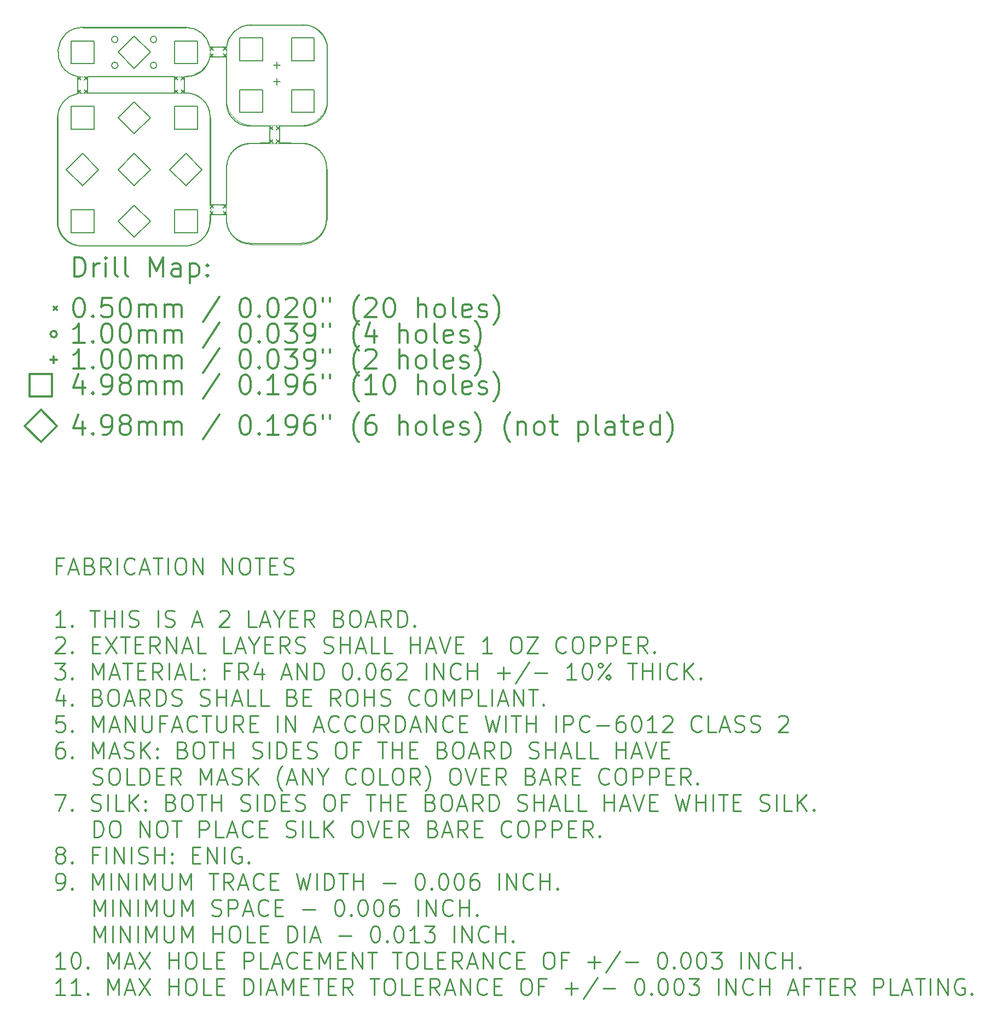
<source format=gbr>
G04 This is an RS-274x file exported by *
G04 gerbv version 2.6.0 *
G04 More information is available about gerbv at *
G04 http://gerbv.gpleda.org/ *
G04 --End of header info--*
%MOIN*%
%FSLAX34Y34*%
%IPPOS*%
G04 --Define apertures--*
%ADD10C,0.0050*%
%ADD11C,0.0060*%
%ADD12C,0.0079*%
%ADD13C,0.0118*%
%ADD14C,0.0138*%
%ADD15C,0.0016*%
%ADD16C,0.0020*%
%ADD17C,0.0100*%
G04 --Start main section--*
G54D11*
G01X0020490Y-017028D02*
G75*
G03X0021889Y-018380I0001399J0000048D01*
G01X0020500Y-023780D02*
G01X0020500Y-024100D01*
G01X0020490Y-024100D02*
G75*
G03X0021940Y-025530I0001450J0000020D01*
G01X0023740Y-018380D02*
G01X0024140Y-018380D01*
G01X0019480Y-023780D02*
G01X0019480Y-024180D01*
G01X0023740Y-019420D02*
G01X0023740Y-018380D01*
G01X0023140Y-018380D02*
G01X0023140Y-019420D01*
G01X0019490Y-023780D02*
G01X0020490Y-023780D01*
G01X0020480Y-023180D02*
G01X0019480Y-023180D01*
G01X0024140Y-018380D02*
G01X0025190Y-018380D01*
G01X0017940Y-015380D02*
G01X0017940Y-016380D01*
G01X0017340Y-015380D02*
G01X0017340Y-016380D01*
G01X0012040Y-015380D02*
G01X0012040Y-016380D01*
G01X0011440Y-015380D02*
G01X0011440Y-016380D01*
G01X0019480Y-014180D02*
G01X0020490Y-014180D01*
G01X0019480Y-013580D02*
G01X0020490Y-013580D01*
G01X0025190Y-018381D02*
G75*
G03X0026640Y-016980I0000000J0001451D01*
G01X0021890Y-018380D02*
G01X0023140Y-018380D01*
G01X0020490Y-014180D02*
G01X0020490Y-016980D01*
G01X0026640Y-013680D02*
G01X0026640Y-016930D01*
G01X0026640Y-013680D02*
G75*
G03X0025190Y-012230I-001450J0000000D01*
G01X0021940Y-012230D02*
G01X0025190Y-012230D01*
G01X0021940Y-012237D02*
G75*
G03X0020500Y-013580I0000000J-001443D01*
G01X0011443Y-016400D02*
G75*
G03X0010190Y-017880I0000247J-001480D01*
G01X0010190Y-024180D02*
G01X0010190Y-017880D01*
G01X0010191Y-024167D02*
G75*
G03X0011640Y-025680I0001449J-000063D01*
G01X0017940Y-025680D02*
G01X0011640Y-025680D01*
G01X0017933Y-025679D02*
G75*
G03X0019480Y-024180I0000047J0001499D01*
G01X0025040Y-025530D02*
G01X0021940Y-025530D01*
G01X0025040Y-025530D02*
G75*
G03X0026585Y-024031I0000045J0001499D01*
G01X0026590Y-020880D02*
G01X0026590Y-024080D01*
G01X0026590Y-020878D02*
G75*
G03X0025091Y-019430I-001499J-000052D01*
G01X0023740Y-019420D02*
G01X0025140Y-019430D01*
G01X0021940Y-019430D02*
G01X0023140Y-019420D01*
G01X0021940Y-019440D02*
G75*
G03X0020500Y-020860I0000000J-001440D01*
G01X0020500Y-023180D02*
G01X0020500Y-020820D01*
G01X0019490Y-017830D02*
G01X0019480Y-023180D01*
G01X0019493Y-017820D02*
G75*
G03X0017940Y-016380I-001444J0000000D01*
G01X0017340Y-016380D02*
G01X0012040Y-016380D01*
G01X0012040Y-015380D02*
G01X0017340Y-015380D01*
G01X0011790Y-012380D02*
G75*
G03X0011435Y-015373I-000050J-001512D01*
G01X0018040Y-012380D02*
G01X0011790Y-012380D01*
G01X0017944Y-015364D02*
G75*
G03X0019480Y-014180I0000096J0001464D01*
G01X0019467Y-013575D02*
G75*
G03X0018040Y-012380I-001427J-000255D01*
G54D12*
G01X0011442Y-015372D02*
G01X0011638Y-015568D01*
G01X0011638Y-015372D02*
G01X0011442Y-015568D01*
G01X0011442Y-016172D02*
G01X0011638Y-016368D01*
G01X0011638Y-016172D02*
G01X0011442Y-016368D01*
G01X0011842Y-015372D02*
G01X0012038Y-015568D01*
G01X0012038Y-015372D02*
G01X0011842Y-015568D01*
G01X0011842Y-016172D02*
G01X0012038Y-016368D01*
G01X0012038Y-016172D02*
G01X0011842Y-016368D01*
G01X0017342Y-015382D02*
G01X0017538Y-015578D01*
G01X0017538Y-015382D02*
G01X0017342Y-015578D01*
G01X0017342Y-016182D02*
G01X0017538Y-016378D01*
G01X0017538Y-016182D02*
G01X0017342Y-016378D01*
G01X0017742Y-015382D02*
G01X0017938Y-015578D01*
G01X0017938Y-015382D02*
G01X0017742Y-015578D01*
G01X0017742Y-016182D02*
G01X0017938Y-016378D01*
G01X0017938Y-016182D02*
G01X0017742Y-016378D01*
G01X0019492Y-013582D02*
G01X0019688Y-013778D01*
G01X0019688Y-013582D02*
G01X0019492Y-013778D01*
G01X0019492Y-013982D02*
G01X0019688Y-014178D01*
G01X0019688Y-013982D02*
G01X0019492Y-014178D01*
G01X0019502Y-023192D02*
G01X0019698Y-023388D01*
G01X0019698Y-023192D02*
G01X0019502Y-023388D01*
G01X0019502Y-023592D02*
G01X0019698Y-023788D01*
G01X0019698Y-023592D02*
G01X0019502Y-023788D01*
G01X0020292Y-013582D02*
G01X0020488Y-013778D01*
G01X0020488Y-013582D02*
G01X0020292Y-013778D01*
G01X0020292Y-013982D02*
G01X0020488Y-014178D01*
G01X0020488Y-013982D02*
G01X0020292Y-014178D01*
G01X0020302Y-023192D02*
G01X0020498Y-023388D01*
G01X0020498Y-023192D02*
G01X0020302Y-023388D01*
G01X0020302Y-023592D02*
G01X0020498Y-023788D01*
G01X0020498Y-023592D02*
G01X0020302Y-023788D01*
G01X0023132Y-018402D02*
G01X0023328Y-018598D01*
G01X0023328Y-018402D02*
G01X0023132Y-018598D01*
G01X0023132Y-019202D02*
G01X0023328Y-019398D01*
G01X0023328Y-019202D02*
G01X0023132Y-019398D01*
G01X0023532Y-018402D02*
G01X0023728Y-018598D01*
G01X0023728Y-018402D02*
G01X0023532Y-018598D01*
G01X0023532Y-019202D02*
G01X0023728Y-019398D01*
G01X0023728Y-019202D02*
G01X0023532Y-019398D01*
G01X0013881Y-013112D02*
G75*
G03X0013881Y-013112I-000197J0000000D01*
G01X0013881Y-014687D02*
G75*
G03X0013881Y-014687I-000197J0000000D01*
G01X0016243Y-013112D02*
G75*
G03X0016243Y-013112I-000197J0000000D01*
G01X0016243Y-014687D02*
G75*
G03X0016243Y-014687I-000197J0000000D01*
G01X0023565Y-014477D02*
G01X0023565Y-014871D01*
G01X0023368Y-014674D02*
G01X0023762Y-014674D01*
G01X0023565Y-015477D02*
G01X0023565Y-015871D01*
G01X0023368Y-015674D02*
G01X0023762Y-015674D01*
G01X0012412Y-014587D02*
G01X0012412Y-013200D01*
G01X0012412Y-013200D02*
G01X0011025Y-013200D01*
G01X0011025Y-013200D02*
G01X0011025Y-014587D01*
G01X0011025Y-014587D02*
G01X0012412Y-014587D01*
G01X0012413Y-018573D02*
G01X0012413Y-017187D01*
G01X0012413Y-017187D02*
G01X0011027Y-017187D01*
G01X0011027Y-017187D02*
G01X0011027Y-018573D01*
G01X0011027Y-018573D02*
G01X0012413Y-018573D01*
G01X0012413Y-024872D02*
G01X0012413Y-023486D01*
G01X0012413Y-023486D02*
G01X0011027Y-023486D01*
G01X0011027Y-023486D02*
G01X0011027Y-024872D01*
G01X0011027Y-024872D02*
G01X0012413Y-024872D01*
G01X0018711Y-014587D02*
G01X0018711Y-013200D01*
G01X0018711Y-013200D02*
G01X0017324Y-013200D01*
G01X0017324Y-013200D02*
G01X0017324Y-014587D01*
G01X0017324Y-014587D02*
G01X0018711Y-014587D01*
G01X0018712Y-018573D02*
G01X0018712Y-017187D01*
G01X0018712Y-017187D02*
G01X0017326Y-017187D01*
G01X0017326Y-017187D02*
G01X0017326Y-018573D01*
G01X0017326Y-018573D02*
G01X0018712Y-018573D01*
G01X0018712Y-024872D02*
G01X0018712Y-023486D01*
G01X0018712Y-023486D02*
G01X0017326Y-023486D01*
G01X0017326Y-023486D02*
G01X0017326Y-024872D01*
G01X0017326Y-024872D02*
G01X0018712Y-024872D01*
G01X0022684Y-014398D02*
G01X0022684Y-013012D01*
G01X0022684Y-013012D02*
G01X0021297Y-013012D01*
G01X0021297Y-013012D02*
G01X0021297Y-014398D01*
G01X0021297Y-014398D02*
G01X0022684Y-014398D01*
G01X0022684Y-017548D02*
G01X0022684Y-016161D01*
G01X0022684Y-016161D02*
G01X0021297Y-016161D01*
G01X0021297Y-016161D02*
G01X0021297Y-017548D01*
G01X0021297Y-017548D02*
G01X0022684Y-017548D01*
G01X0025833Y-014398D02*
G01X0025833Y-013012D01*
G01X0025833Y-013012D02*
G01X0024447Y-013012D01*
G01X0024447Y-013012D02*
G01X0024447Y-014398D01*
G01X0024447Y-014398D02*
G01X0025833Y-014398D01*
G01X0025833Y-017548D02*
G01X0025833Y-016161D01*
G01X0025833Y-016161D02*
G01X0024447Y-016161D01*
G01X0024447Y-016161D02*
G01X0024447Y-017548D01*
G01X0024447Y-017548D02*
G01X0025833Y-017548D01*
G01X0011720Y-022010D02*
G01X0012700Y-021030D01*
G01X0012700Y-021030D02*
G01X0011720Y-020049D01*
G01X0011720Y-020049D02*
G01X0010740Y-021030D01*
G01X0010740Y-021030D02*
G01X0011720Y-022010D01*
G01X0014868Y-014874D02*
G01X0015848Y-013894D01*
G01X0015848Y-013894D02*
G01X0014868Y-012913D01*
G01X0014868Y-012913D02*
G01X0013888Y-013894D01*
G01X0013888Y-013894D02*
G01X0014868Y-014874D01*
G01X0014870Y-018860D02*
G01X0015850Y-017880D01*
G01X0015850Y-017880D02*
G01X0014870Y-016900D01*
G01X0014870Y-016900D02*
G01X0013889Y-017880D01*
G01X0013889Y-017880D02*
G01X0014870Y-018860D01*
G01X0014870Y-022010D02*
G01X0015850Y-021030D01*
G01X0015850Y-021030D02*
G01X0014870Y-020049D01*
G01X0014870Y-020049D02*
G01X0013889Y-021030D01*
G01X0013889Y-021030D02*
G01X0014870Y-022010D01*
G01X0014870Y-025160D02*
G01X0015850Y-024179D01*
G01X0015850Y-024179D02*
G01X0014870Y-023199D01*
G01X0014870Y-023199D02*
G01X0013889Y-024179D01*
G01X0013889Y-024179D02*
G01X0014870Y-025160D01*
G01X0018019Y-022010D02*
G01X0019000Y-021030D01*
G01X0019000Y-021030D02*
G01X0018019Y-020049D01*
G01X0018019Y-020049D02*
G01X0017039Y-021030D01*
G01X0017039Y-021030D02*
G01X0018019Y-022010D01*
G54D13*
G01X0011229Y-027544D02*
G01X0011229Y-026362D01*
G01X0011229Y-026362D02*
G01X0011510Y-026362D01*
G01X0011510Y-026362D02*
G01X0011679Y-026419D01*
G01X0011679Y-026419D02*
G01X0011791Y-026531D01*
G01X0011791Y-026531D02*
G01X0011847Y-026644D01*
G01X0011847Y-026644D02*
G01X0011904Y-026869D01*
G01X0011904Y-026869D02*
G01X0011904Y-027037D01*
G01X0011904Y-027037D02*
G01X0011847Y-027262D01*
G01X0011847Y-027262D02*
G01X0011791Y-027375D01*
G01X0011791Y-027375D02*
G01X0011679Y-027487D01*
G01X0011679Y-027487D02*
G01X0011510Y-027544D01*
G01X0011510Y-027544D02*
G01X0011229Y-027544D01*
G01X0012410Y-027544D02*
G01X0012410Y-026756D01*
G01X0012410Y-026981D02*
G01X0012466Y-026869D01*
G01X0012466Y-026869D02*
G01X0012522Y-026812D01*
G01X0012522Y-026812D02*
G01X0012635Y-026756D01*
G01X0012635Y-026756D02*
G01X0012747Y-026756D01*
G01X0013141Y-027544D02*
G01X0013141Y-026756D01*
G01X0013141Y-026362D02*
G01X0013085Y-026419D01*
G01X0013085Y-026419D02*
G01X0013141Y-026475D01*
G01X0013141Y-026475D02*
G01X0013197Y-026419D01*
G01X0013197Y-026419D02*
G01X0013141Y-026362D01*
G01X0013141Y-026362D02*
G01X0013141Y-026475D01*
G01X0013872Y-027544D02*
G01X0013760Y-027487D01*
G01X0013760Y-027487D02*
G01X0013703Y-027375D01*
G01X0013703Y-027375D02*
G01X0013703Y-026362D01*
G01X0014491Y-027544D02*
G01X0014378Y-027487D01*
G01X0014378Y-027487D02*
G01X0014322Y-027375D01*
G01X0014322Y-027375D02*
G01X0014322Y-026362D01*
G01X0015841Y-027544D02*
G01X0015841Y-026362D01*
G01X0015841Y-026362D02*
G01X0016234Y-027206D01*
G01X0016234Y-027206D02*
G01X0016628Y-026362D01*
G01X0016628Y-026362D02*
G01X0016628Y-027544D01*
G01X0017697Y-027544D02*
G01X0017697Y-026925D01*
G01X0017697Y-026925D02*
G01X0017640Y-026812D01*
G01X0017640Y-026812D02*
G01X0017528Y-026756D01*
G01X0017528Y-026756D02*
G01X0017303Y-026756D01*
G01X0017303Y-026756D02*
G01X0017190Y-026812D01*
G01X0017697Y-027487D02*
G01X0017584Y-027544D01*
G01X0017584Y-027544D02*
G01X0017303Y-027544D01*
G01X0017303Y-027544D02*
G01X0017190Y-027487D01*
G01X0017190Y-027487D02*
G01X0017134Y-027375D01*
G01X0017134Y-027375D02*
G01X0017134Y-027262D01*
G01X0017134Y-027262D02*
G01X0017190Y-027150D01*
G01X0017190Y-027150D02*
G01X0017303Y-027094D01*
G01X0017303Y-027094D02*
G01X0017584Y-027094D01*
G01X0017584Y-027094D02*
G01X0017697Y-027037D01*
G01X0018259Y-026756D02*
G01X0018259Y-027937D01*
G01X0018259Y-026812D02*
G01X0018371Y-026756D01*
G01X0018371Y-026756D02*
G01X0018596Y-026756D01*
G01X0018596Y-026756D02*
G01X0018709Y-026812D01*
G01X0018709Y-026812D02*
G01X0018765Y-026869D01*
G01X0018765Y-026869D02*
G01X0018821Y-026981D01*
G01X0018821Y-026981D02*
G01X0018821Y-027319D01*
G01X0018821Y-027319D02*
G01X0018765Y-027431D01*
G01X0018765Y-027431D02*
G01X0018709Y-027487D01*
G01X0018709Y-027487D02*
G01X0018596Y-027544D01*
G01X0018596Y-027544D02*
G01X0018371Y-027544D01*
G01X0018371Y-027544D02*
G01X0018259Y-027487D01*
G01X0019328Y-027431D02*
G01X0019384Y-027487D01*
G01X0019384Y-027487D02*
G01X0019328Y-027544D01*
G01X0019328Y-027544D02*
G01X0019271Y-027487D01*
G01X0019271Y-027487D02*
G01X0019328Y-027431D01*
G01X0019328Y-027431D02*
G01X0019328Y-027544D01*
G01X0019328Y-026812D02*
G01X0019384Y-026869D01*
G01X0019384Y-026869D02*
G01X0019328Y-026925D01*
G01X0019328Y-026925D02*
G01X0019271Y-026869D01*
G01X0019271Y-026869D02*
G01X0019328Y-026812D01*
G01X0019328Y-026812D02*
G01X0019328Y-026925D01*
G01X0009963Y-029391D02*
G01X0010160Y-029588D01*
G01X0010160Y-029391D02*
G01X0009963Y-029588D01*
G01X0011454Y-028843D02*
G01X0011566Y-028843D01*
G01X0011566Y-028843D02*
G01X0011679Y-028899D01*
G01X0011679Y-028899D02*
G01X0011735Y-028955D01*
G01X0011735Y-028955D02*
G01X0011791Y-029068D01*
G01X0011791Y-029068D02*
G01X0011847Y-029293D01*
G01X0011847Y-029293D02*
G01X0011847Y-029574D01*
G01X0011847Y-029574D02*
G01X0011791Y-029799D01*
G01X0011791Y-029799D02*
G01X0011735Y-029911D01*
G01X0011735Y-029911D02*
G01X0011679Y-029968D01*
G01X0011679Y-029968D02*
G01X0011566Y-030024D01*
G01X0011566Y-030024D02*
G01X0011454Y-030024D01*
G01X0011454Y-030024D02*
G01X0011341Y-029968D01*
G01X0011341Y-029968D02*
G01X0011285Y-029911D01*
G01X0011285Y-029911D02*
G01X0011229Y-029799D01*
G01X0011229Y-029799D02*
G01X0011172Y-029574D01*
G01X0011172Y-029574D02*
G01X0011172Y-029293D01*
G01X0011172Y-029293D02*
G01X0011229Y-029068D01*
G01X0011229Y-029068D02*
G01X0011285Y-028955D01*
G01X0011285Y-028955D02*
G01X0011341Y-028899D01*
G01X0011341Y-028899D02*
G01X0011454Y-028843D01*
G01X0012353Y-029911D02*
G01X0012410Y-029968D01*
G01X0012410Y-029968D02*
G01X0012353Y-030024D01*
G01X0012353Y-030024D02*
G01X0012297Y-029968D01*
G01X0012297Y-029968D02*
G01X0012353Y-029911D01*
G01X0012353Y-029911D02*
G01X0012353Y-030024D01*
G01X0013478Y-028843D02*
G01X0012916Y-028843D01*
G01X0012916Y-028843D02*
G01X0012860Y-029405D01*
G01X0012860Y-029405D02*
G01X0012916Y-029349D01*
G01X0012916Y-029349D02*
G01X0013028Y-029293D01*
G01X0013028Y-029293D02*
G01X0013310Y-029293D01*
G01X0013310Y-029293D02*
G01X0013422Y-029349D01*
G01X0013422Y-029349D02*
G01X0013478Y-029405D01*
G01X0013478Y-029405D02*
G01X0013535Y-029518D01*
G01X0013535Y-029518D02*
G01X0013535Y-029799D01*
G01X0013535Y-029799D02*
G01X0013478Y-029911D01*
G01X0013478Y-029911D02*
G01X0013422Y-029968D01*
G01X0013422Y-029968D02*
G01X0013310Y-030024D01*
G01X0013310Y-030024D02*
G01X0013028Y-030024D01*
G01X0013028Y-030024D02*
G01X0012916Y-029968D01*
G01X0012916Y-029968D02*
G01X0012860Y-029911D01*
G01X0014266Y-028843D02*
G01X0014378Y-028843D01*
G01X0014378Y-028843D02*
G01X0014491Y-028899D01*
G01X0014491Y-028899D02*
G01X0014547Y-028955D01*
G01X0014547Y-028955D02*
G01X0014603Y-029068D01*
G01X0014603Y-029068D02*
G01X0014659Y-029293D01*
G01X0014659Y-029293D02*
G01X0014659Y-029574D01*
G01X0014659Y-029574D02*
G01X0014603Y-029799D01*
G01X0014603Y-029799D02*
G01X0014547Y-029911D01*
G01X0014547Y-029911D02*
G01X0014491Y-029968D01*
G01X0014491Y-029968D02*
G01X0014378Y-030024D01*
G01X0014378Y-030024D02*
G01X0014266Y-030024D01*
G01X0014266Y-030024D02*
G01X0014153Y-029968D01*
G01X0014153Y-029968D02*
G01X0014097Y-029911D01*
G01X0014097Y-029911D02*
G01X0014041Y-029799D01*
G01X0014041Y-029799D02*
G01X0013985Y-029574D01*
G01X0013985Y-029574D02*
G01X0013985Y-029293D01*
G01X0013985Y-029293D02*
G01X0014041Y-029068D01*
G01X0014041Y-029068D02*
G01X0014097Y-028955D01*
G01X0014097Y-028955D02*
G01X0014153Y-028899D01*
G01X0014153Y-028899D02*
G01X0014266Y-028843D01*
G01X0015166Y-030024D02*
G01X0015166Y-029236D01*
G01X0015166Y-029349D02*
G01X0015222Y-029293D01*
G01X0015222Y-029293D02*
G01X0015334Y-029236D01*
G01X0015334Y-029236D02*
G01X0015503Y-029236D01*
G01X0015503Y-029236D02*
G01X0015616Y-029293D01*
G01X0015616Y-029293D02*
G01X0015672Y-029405D01*
G01X0015672Y-029405D02*
G01X0015672Y-030024D01*
G01X0015672Y-029405D02*
G01X0015728Y-029293D01*
G01X0015728Y-029293D02*
G01X0015841Y-029236D01*
G01X0015841Y-029236D02*
G01X0016009Y-029236D01*
G01X0016009Y-029236D02*
G01X0016122Y-029293D01*
G01X0016122Y-029293D02*
G01X0016178Y-029405D01*
G01X0016178Y-029405D02*
G01X0016178Y-030024D01*
G01X0016740Y-030024D02*
G01X0016740Y-029236D01*
G01X0016740Y-029349D02*
G01X0016797Y-029293D01*
G01X0016797Y-029293D02*
G01X0016909Y-029236D01*
G01X0016909Y-029236D02*
G01X0017078Y-029236D01*
G01X0017078Y-029236D02*
G01X0017190Y-029293D01*
G01X0017190Y-029293D02*
G01X0017247Y-029405D01*
G01X0017247Y-029405D02*
G01X0017247Y-030024D01*
G01X0017247Y-029405D02*
G01X0017303Y-029293D01*
G01X0017303Y-029293D02*
G01X0017415Y-029236D01*
G01X0017415Y-029236D02*
G01X0017584Y-029236D01*
G01X0017584Y-029236D02*
G01X0017697Y-029293D01*
G01X0017697Y-029293D02*
G01X0017753Y-029405D01*
G01X0017753Y-029405D02*
G01X0017753Y-030024D01*
G01X0020059Y-028786D02*
G01X0019046Y-030305D01*
G01X0021577Y-028843D02*
G01X0021690Y-028843D01*
G01X0021690Y-028843D02*
G01X0021802Y-028899D01*
G01X0021802Y-028899D02*
G01X0021859Y-028955D01*
G01X0021859Y-028955D02*
G01X0021915Y-029068D01*
G01X0021915Y-029068D02*
G01X0021971Y-029293D01*
G01X0021971Y-029293D02*
G01X0021971Y-029574D01*
G01X0021971Y-029574D02*
G01X0021915Y-029799D01*
G01X0021915Y-029799D02*
G01X0021859Y-029911D01*
G01X0021859Y-029911D02*
G01X0021802Y-029968D01*
G01X0021802Y-029968D02*
G01X0021690Y-030024D01*
G01X0021690Y-030024D02*
G01X0021577Y-030024D01*
G01X0021577Y-030024D02*
G01X0021465Y-029968D01*
G01X0021465Y-029968D02*
G01X0021409Y-029911D01*
G01X0021409Y-029911D02*
G01X0021352Y-029799D01*
G01X0021352Y-029799D02*
G01X0021296Y-029574D01*
G01X0021296Y-029574D02*
G01X0021296Y-029293D01*
G01X0021296Y-029293D02*
G01X0021352Y-029068D01*
G01X0021352Y-029068D02*
G01X0021409Y-028955D01*
G01X0021409Y-028955D02*
G01X0021465Y-028899D01*
G01X0021465Y-028899D02*
G01X0021577Y-028843D01*
G01X0022477Y-029911D02*
G01X0022533Y-029968D01*
G01X0022533Y-029968D02*
G01X0022477Y-030024D01*
G01X0022477Y-030024D02*
G01X0022421Y-029968D01*
G01X0022421Y-029968D02*
G01X0022477Y-029911D01*
G01X0022477Y-029911D02*
G01X0022477Y-030024D01*
G01X0023265Y-028843D02*
G01X0023377Y-028843D01*
G01X0023377Y-028843D02*
G01X0023490Y-028899D01*
G01X0023490Y-028899D02*
G01X0023546Y-028955D01*
G01X0023546Y-028955D02*
G01X0023602Y-029068D01*
G01X0023602Y-029068D02*
G01X0023658Y-029293D01*
G01X0023658Y-029293D02*
G01X0023658Y-029574D01*
G01X0023658Y-029574D02*
G01X0023602Y-029799D01*
G01X0023602Y-029799D02*
G01X0023546Y-029911D01*
G01X0023546Y-029911D02*
G01X0023490Y-029968D01*
G01X0023490Y-029968D02*
G01X0023377Y-030024D01*
G01X0023377Y-030024D02*
G01X0023265Y-030024D01*
G01X0023265Y-030024D02*
G01X0023152Y-029968D01*
G01X0023152Y-029968D02*
G01X0023096Y-029911D01*
G01X0023096Y-029911D02*
G01X0023040Y-029799D01*
G01X0023040Y-029799D02*
G01X0022983Y-029574D01*
G01X0022983Y-029574D02*
G01X0022983Y-029293D01*
G01X0022983Y-029293D02*
G01X0023040Y-029068D01*
G01X0023040Y-029068D02*
G01X0023096Y-028955D01*
G01X0023096Y-028955D02*
G01X0023152Y-028899D01*
G01X0023152Y-028899D02*
G01X0023265Y-028843D01*
G01X0024108Y-028955D02*
G01X0024165Y-028899D01*
G01X0024165Y-028899D02*
G01X0024277Y-028843D01*
G01X0024277Y-028843D02*
G01X0024558Y-028843D01*
G01X0024558Y-028843D02*
G01X0024671Y-028899D01*
G01X0024671Y-028899D02*
G01X0024727Y-028955D01*
G01X0024727Y-028955D02*
G01X0024783Y-029068D01*
G01X0024783Y-029068D02*
G01X0024783Y-029180D01*
G01X0024783Y-029180D02*
G01X0024727Y-029349D01*
G01X0024727Y-029349D02*
G01X0024052Y-030024D01*
G01X0024052Y-030024D02*
G01X0024783Y-030024D01*
G01X0025514Y-028843D02*
G01X0025627Y-028843D01*
G01X0025627Y-028843D02*
G01X0025739Y-028899D01*
G01X0025739Y-028899D02*
G01X0025796Y-028955D01*
G01X0025796Y-028955D02*
G01X0025852Y-029068D01*
G01X0025852Y-029068D02*
G01X0025908Y-029293D01*
G01X0025908Y-029293D02*
G01X0025908Y-029574D01*
G01X0025908Y-029574D02*
G01X0025852Y-029799D01*
G01X0025852Y-029799D02*
G01X0025796Y-029911D01*
G01X0025796Y-029911D02*
G01X0025739Y-029968D01*
G01X0025739Y-029968D02*
G01X0025627Y-030024D01*
G01X0025627Y-030024D02*
G01X0025514Y-030024D01*
G01X0025514Y-030024D02*
G01X0025402Y-029968D01*
G01X0025402Y-029968D02*
G01X0025346Y-029911D01*
G01X0025346Y-029911D02*
G01X0025289Y-029799D01*
G01X0025289Y-029799D02*
G01X0025233Y-029574D01*
G01X0025233Y-029574D02*
G01X0025233Y-029293D01*
G01X0025233Y-029293D02*
G01X0025289Y-029068D01*
G01X0025289Y-029068D02*
G01X0025346Y-028955D01*
G01X0025346Y-028955D02*
G01X0025402Y-028899D01*
G01X0025402Y-028899D02*
G01X0025514Y-028843D01*
G01X0026358Y-028843D02*
G01X0026358Y-029068D01*
G01X0026808Y-028843D02*
G01X0026808Y-029068D01*
G01X0028551Y-030474D02*
G01X0028495Y-030418D01*
G01X0028495Y-030418D02*
G01X0028383Y-030249D01*
G01X0028383Y-030249D02*
G01X0028326Y-030136D01*
G01X0028326Y-030136D02*
G01X0028270Y-029968D01*
G01X0028270Y-029968D02*
G01X0028214Y-029686D01*
G01X0028214Y-029686D02*
G01X0028214Y-029461D01*
G01X0028214Y-029461D02*
G01X0028270Y-029180D01*
G01X0028270Y-029180D02*
G01X0028326Y-029011D01*
G01X0028326Y-029011D02*
G01X0028383Y-028899D01*
G01X0028383Y-028899D02*
G01X0028495Y-028730D01*
G01X0028495Y-028730D02*
G01X0028551Y-028674D01*
G01X0028945Y-028955D02*
G01X0029001Y-028899D01*
G01X0029001Y-028899D02*
G01X0029114Y-028843D01*
G01X0029114Y-028843D02*
G01X0029395Y-028843D01*
G01X0029395Y-028843D02*
G01X0029508Y-028899D01*
G01X0029508Y-028899D02*
G01X0029564Y-028955D01*
G01X0029564Y-028955D02*
G01X0029620Y-029068D01*
G01X0029620Y-029068D02*
G01X0029620Y-029180D01*
G01X0029620Y-029180D02*
G01X0029564Y-029349D01*
G01X0029564Y-029349D02*
G01X0028889Y-030024D01*
G01X0028889Y-030024D02*
G01X0029620Y-030024D01*
G01X0030351Y-028843D02*
G01X0030464Y-028843D01*
G01X0030464Y-028843D02*
G01X0030576Y-028899D01*
G01X0030576Y-028899D02*
G01X0030632Y-028955D01*
G01X0030632Y-028955D02*
G01X0030689Y-029068D01*
G01X0030689Y-029068D02*
G01X0030745Y-029293D01*
G01X0030745Y-029293D02*
G01X0030745Y-029574D01*
G01X0030745Y-029574D02*
G01X0030689Y-029799D01*
G01X0030689Y-029799D02*
G01X0030632Y-029911D01*
G01X0030632Y-029911D02*
G01X0030576Y-029968D01*
G01X0030576Y-029968D02*
G01X0030464Y-030024D01*
G01X0030464Y-030024D02*
G01X0030351Y-030024D01*
G01X0030351Y-030024D02*
G01X0030239Y-029968D01*
G01X0030239Y-029968D02*
G01X0030182Y-029911D01*
G01X0030182Y-029911D02*
G01X0030126Y-029799D01*
G01X0030126Y-029799D02*
G01X0030070Y-029574D01*
G01X0030070Y-029574D02*
G01X0030070Y-029293D01*
G01X0030070Y-029293D02*
G01X0030126Y-029068D01*
G01X0030126Y-029068D02*
G01X0030182Y-028955D01*
G01X0030182Y-028955D02*
G01X0030239Y-028899D01*
G01X0030239Y-028899D02*
G01X0030351Y-028843D01*
G01X0032151Y-030024D02*
G01X0032151Y-028843D01*
G01X0032657Y-030024D02*
G01X0032657Y-029405D01*
G01X0032657Y-029405D02*
G01X0032601Y-029293D01*
G01X0032601Y-029293D02*
G01X0032488Y-029236D01*
G01X0032488Y-029236D02*
G01X0032320Y-029236D01*
G01X0032320Y-029236D02*
G01X0032207Y-029293D01*
G01X0032207Y-029293D02*
G01X0032151Y-029349D01*
G01X0033388Y-030024D02*
G01X0033276Y-029968D01*
G01X0033276Y-029968D02*
G01X0033220Y-029911D01*
G01X0033220Y-029911D02*
G01X0033163Y-029799D01*
G01X0033163Y-029799D02*
G01X0033163Y-029461D01*
G01X0033163Y-029461D02*
G01X0033220Y-029349D01*
G01X0033220Y-029349D02*
G01X0033276Y-029293D01*
G01X0033276Y-029293D02*
G01X0033388Y-029236D01*
G01X0033388Y-029236D02*
G01X0033557Y-029236D01*
G01X0033557Y-029236D02*
G01X0033670Y-029293D01*
G01X0033670Y-029293D02*
G01X0033726Y-029349D01*
G01X0033726Y-029349D02*
G01X0033782Y-029461D01*
G01X0033782Y-029461D02*
G01X0033782Y-029799D01*
G01X0033782Y-029799D02*
G01X0033726Y-029911D01*
G01X0033726Y-029911D02*
G01X0033670Y-029968D01*
G01X0033670Y-029968D02*
G01X0033557Y-030024D01*
G01X0033557Y-030024D02*
G01X0033388Y-030024D01*
G01X0034457Y-030024D02*
G01X0034344Y-029968D01*
G01X0034344Y-029968D02*
G01X0034288Y-029855D01*
G01X0034288Y-029855D02*
G01X0034288Y-028843D01*
G01X0035357Y-029968D02*
G01X0035244Y-030024D01*
G01X0035244Y-030024D02*
G01X0035019Y-030024D01*
G01X0035019Y-030024D02*
G01X0034907Y-029968D01*
G01X0034907Y-029968D02*
G01X0034851Y-029855D01*
G01X0034851Y-029855D02*
G01X0034851Y-029405D01*
G01X0034851Y-029405D02*
G01X0034907Y-029293D01*
G01X0034907Y-029293D02*
G01X0035019Y-029236D01*
G01X0035019Y-029236D02*
G01X0035244Y-029236D01*
G01X0035244Y-029236D02*
G01X0035357Y-029293D01*
G01X0035357Y-029293D02*
G01X0035413Y-029405D01*
G01X0035413Y-029405D02*
G01X0035413Y-029518D01*
G01X0035413Y-029518D02*
G01X0034851Y-029630D01*
G01X0035863Y-029968D02*
G01X0035976Y-030024D01*
G01X0035976Y-030024D02*
G01X0036200Y-030024D01*
G01X0036200Y-030024D02*
G01X0036313Y-029968D01*
G01X0036313Y-029968D02*
G01X0036369Y-029855D01*
G01X0036369Y-029855D02*
G01X0036369Y-029799D01*
G01X0036369Y-029799D02*
G01X0036313Y-029686D01*
G01X0036313Y-029686D02*
G01X0036200Y-029630D01*
G01X0036200Y-029630D02*
G01X0036032Y-029630D01*
G01X0036032Y-029630D02*
G01X0035919Y-029574D01*
G01X0035919Y-029574D02*
G01X0035863Y-029461D01*
G01X0035863Y-029461D02*
G01X0035863Y-029405D01*
G01X0035863Y-029405D02*
G01X0035919Y-029293D01*
G01X0035919Y-029293D02*
G01X0036032Y-029236D01*
G01X0036032Y-029236D02*
G01X0036200Y-029236D01*
G01X0036200Y-029236D02*
G01X0036313Y-029293D01*
G01X0036763Y-030474D02*
G01X0036819Y-030418D01*
G01X0036819Y-030418D02*
G01X0036932Y-030249D01*
G01X0036932Y-030249D02*
G01X0036988Y-030136D01*
G01X0036988Y-030136D02*
G01X0037044Y-029968D01*
G01X0037044Y-029968D02*
G01X0037100Y-029686D01*
G01X0037100Y-029686D02*
G01X0037100Y-029461D01*
G01X0037100Y-029461D02*
G01X0037044Y-029180D01*
G01X0037044Y-029180D02*
G01X0036988Y-029011D01*
G01X0036988Y-029011D02*
G01X0036932Y-028899D01*
G01X0036932Y-028899D02*
G01X0036819Y-028730D01*
G01X0036819Y-028730D02*
G01X0036763Y-028674D01*
G01X0010160Y-031049D02*
G75*
G03X0010160Y-031049I-000197J0000000D01*
G01X0011847Y-031583D02*
G01X0011172Y-031583D01*
G01X0011510Y-031583D02*
G01X0011510Y-030402D01*
G01X0011510Y-030402D02*
G01X0011397Y-030571D01*
G01X0011397Y-030571D02*
G01X0011285Y-030683D01*
G01X0011285Y-030683D02*
G01X0011172Y-030739D01*
G01X0012353Y-031470D02*
G01X0012410Y-031527D01*
G01X0012410Y-031527D02*
G01X0012353Y-031583D01*
G01X0012353Y-031583D02*
G01X0012297Y-031527D01*
G01X0012297Y-031527D02*
G01X0012353Y-031470D01*
G01X0012353Y-031470D02*
G01X0012353Y-031583D01*
G01X0013141Y-030402D02*
G01X0013253Y-030402D01*
G01X0013253Y-030402D02*
G01X0013366Y-030458D01*
G01X0013366Y-030458D02*
G01X0013422Y-030514D01*
G01X0013422Y-030514D02*
G01X0013478Y-030627D01*
G01X0013478Y-030627D02*
G01X0013535Y-030852D01*
G01X0013535Y-030852D02*
G01X0013535Y-031133D01*
G01X0013535Y-031133D02*
G01X0013478Y-031358D01*
G01X0013478Y-031358D02*
G01X0013422Y-031470D01*
G01X0013422Y-031470D02*
G01X0013366Y-031527D01*
G01X0013366Y-031527D02*
G01X0013253Y-031583D01*
G01X0013253Y-031583D02*
G01X0013141Y-031583D01*
G01X0013141Y-031583D02*
G01X0013028Y-031527D01*
G01X0013028Y-031527D02*
G01X0012972Y-031470D01*
G01X0012972Y-031470D02*
G01X0012916Y-031358D01*
G01X0012916Y-031358D02*
G01X0012860Y-031133D01*
G01X0012860Y-031133D02*
G01X0012860Y-030852D01*
G01X0012860Y-030852D02*
G01X0012916Y-030627D01*
G01X0012916Y-030627D02*
G01X0012972Y-030514D01*
G01X0012972Y-030514D02*
G01X0013028Y-030458D01*
G01X0013028Y-030458D02*
G01X0013141Y-030402D01*
G01X0014266Y-030402D02*
G01X0014378Y-030402D01*
G01X0014378Y-030402D02*
G01X0014491Y-030458D01*
G01X0014491Y-030458D02*
G01X0014547Y-030514D01*
G01X0014547Y-030514D02*
G01X0014603Y-030627D01*
G01X0014603Y-030627D02*
G01X0014659Y-030852D01*
G01X0014659Y-030852D02*
G01X0014659Y-031133D01*
G01X0014659Y-031133D02*
G01X0014603Y-031358D01*
G01X0014603Y-031358D02*
G01X0014547Y-031470D01*
G01X0014547Y-031470D02*
G01X0014491Y-031527D01*
G01X0014491Y-031527D02*
G01X0014378Y-031583D01*
G01X0014378Y-031583D02*
G01X0014266Y-031583D01*
G01X0014266Y-031583D02*
G01X0014153Y-031527D01*
G01X0014153Y-031527D02*
G01X0014097Y-031470D01*
G01X0014097Y-031470D02*
G01X0014041Y-031358D01*
G01X0014041Y-031358D02*
G01X0013985Y-031133D01*
G01X0013985Y-031133D02*
G01X0013985Y-030852D01*
G01X0013985Y-030852D02*
G01X0014041Y-030627D01*
G01X0014041Y-030627D02*
G01X0014097Y-030514D01*
G01X0014097Y-030514D02*
G01X0014153Y-030458D01*
G01X0014153Y-030458D02*
G01X0014266Y-030402D01*
G01X0015166Y-031583D02*
G01X0015166Y-030795D01*
G01X0015166Y-030908D02*
G01X0015222Y-030852D01*
G01X0015222Y-030852D02*
G01X0015334Y-030795D01*
G01X0015334Y-030795D02*
G01X0015503Y-030795D01*
G01X0015503Y-030795D02*
G01X0015616Y-030852D01*
G01X0015616Y-030852D02*
G01X0015672Y-030964D01*
G01X0015672Y-030964D02*
G01X0015672Y-031583D01*
G01X0015672Y-030964D02*
G01X0015728Y-030852D01*
G01X0015728Y-030852D02*
G01X0015841Y-030795D01*
G01X0015841Y-030795D02*
G01X0016009Y-030795D01*
G01X0016009Y-030795D02*
G01X0016122Y-030852D01*
G01X0016122Y-030852D02*
G01X0016178Y-030964D01*
G01X0016178Y-030964D02*
G01X0016178Y-031583D01*
G01X0016740Y-031583D02*
G01X0016740Y-030795D01*
G01X0016740Y-030908D02*
G01X0016797Y-030852D01*
G01X0016797Y-030852D02*
G01X0016909Y-030795D01*
G01X0016909Y-030795D02*
G01X0017078Y-030795D01*
G01X0017078Y-030795D02*
G01X0017190Y-030852D01*
G01X0017190Y-030852D02*
G01X0017247Y-030964D01*
G01X0017247Y-030964D02*
G01X0017247Y-031583D01*
G01X0017247Y-030964D02*
G01X0017303Y-030852D01*
G01X0017303Y-030852D02*
G01X0017415Y-030795D01*
G01X0017415Y-030795D02*
G01X0017584Y-030795D01*
G01X0017584Y-030795D02*
G01X0017697Y-030852D01*
G01X0017697Y-030852D02*
G01X0017753Y-030964D01*
G01X0017753Y-030964D02*
G01X0017753Y-031583D01*
G01X0020059Y-030346D02*
G01X0019046Y-031864D01*
G01X0021577Y-030402D02*
G01X0021690Y-030402D01*
G01X0021690Y-030402D02*
G01X0021802Y-030458D01*
G01X0021802Y-030458D02*
G01X0021859Y-030514D01*
G01X0021859Y-030514D02*
G01X0021915Y-030627D01*
G01X0021915Y-030627D02*
G01X0021971Y-030852D01*
G01X0021971Y-030852D02*
G01X0021971Y-031133D01*
G01X0021971Y-031133D02*
G01X0021915Y-031358D01*
G01X0021915Y-031358D02*
G01X0021859Y-031470D01*
G01X0021859Y-031470D02*
G01X0021802Y-031527D01*
G01X0021802Y-031527D02*
G01X0021690Y-031583D01*
G01X0021690Y-031583D02*
G01X0021577Y-031583D01*
G01X0021577Y-031583D02*
G01X0021465Y-031527D01*
G01X0021465Y-031527D02*
G01X0021409Y-031470D01*
G01X0021409Y-031470D02*
G01X0021352Y-031358D01*
G01X0021352Y-031358D02*
G01X0021296Y-031133D01*
G01X0021296Y-031133D02*
G01X0021296Y-030852D01*
G01X0021296Y-030852D02*
G01X0021352Y-030627D01*
G01X0021352Y-030627D02*
G01X0021409Y-030514D01*
G01X0021409Y-030514D02*
G01X0021465Y-030458D01*
G01X0021465Y-030458D02*
G01X0021577Y-030402D01*
G01X0022477Y-031470D02*
G01X0022533Y-031527D01*
G01X0022533Y-031527D02*
G01X0022477Y-031583D01*
G01X0022477Y-031583D02*
G01X0022421Y-031527D01*
G01X0022421Y-031527D02*
G01X0022477Y-031470D01*
G01X0022477Y-031470D02*
G01X0022477Y-031583D01*
G01X0023265Y-030402D02*
G01X0023377Y-030402D01*
G01X0023377Y-030402D02*
G01X0023490Y-030458D01*
G01X0023490Y-030458D02*
G01X0023546Y-030514D01*
G01X0023546Y-030514D02*
G01X0023602Y-030627D01*
G01X0023602Y-030627D02*
G01X0023658Y-030852D01*
G01X0023658Y-030852D02*
G01X0023658Y-031133D01*
G01X0023658Y-031133D02*
G01X0023602Y-031358D01*
G01X0023602Y-031358D02*
G01X0023546Y-031470D01*
G01X0023546Y-031470D02*
G01X0023490Y-031527D01*
G01X0023490Y-031527D02*
G01X0023377Y-031583D01*
G01X0023377Y-031583D02*
G01X0023265Y-031583D01*
G01X0023265Y-031583D02*
G01X0023152Y-031527D01*
G01X0023152Y-031527D02*
G01X0023096Y-031470D01*
G01X0023096Y-031470D02*
G01X0023040Y-031358D01*
G01X0023040Y-031358D02*
G01X0022983Y-031133D01*
G01X0022983Y-031133D02*
G01X0022983Y-030852D01*
G01X0022983Y-030852D02*
G01X0023040Y-030627D01*
G01X0023040Y-030627D02*
G01X0023096Y-030514D01*
G01X0023096Y-030514D02*
G01X0023152Y-030458D01*
G01X0023152Y-030458D02*
G01X0023265Y-030402D01*
G01X0024052Y-030402D02*
G01X0024783Y-030402D01*
G01X0024783Y-030402D02*
G01X0024389Y-030852D01*
G01X0024389Y-030852D02*
G01X0024558Y-030852D01*
G01X0024558Y-030852D02*
G01X0024671Y-030908D01*
G01X0024671Y-030908D02*
G01X0024727Y-030964D01*
G01X0024727Y-030964D02*
G01X0024783Y-031077D01*
G01X0024783Y-031077D02*
G01X0024783Y-031358D01*
G01X0024783Y-031358D02*
G01X0024727Y-031470D01*
G01X0024727Y-031470D02*
G01X0024671Y-031527D01*
G01X0024671Y-031527D02*
G01X0024558Y-031583D01*
G01X0024558Y-031583D02*
G01X0024221Y-031583D01*
G01X0024221Y-031583D02*
G01X0024108Y-031527D01*
G01X0024108Y-031527D02*
G01X0024052Y-031470D01*
G01X0025346Y-031583D02*
G01X0025571Y-031583D01*
G01X0025571Y-031583D02*
G01X0025683Y-031527D01*
G01X0025683Y-031527D02*
G01X0025739Y-031470D01*
G01X0025739Y-031470D02*
G01X0025852Y-031302D01*
G01X0025852Y-031302D02*
G01X0025908Y-031077D01*
G01X0025908Y-031077D02*
G01X0025908Y-030627D01*
G01X0025908Y-030627D02*
G01X0025852Y-030514D01*
G01X0025852Y-030514D02*
G01X0025796Y-030458D01*
G01X0025796Y-030458D02*
G01X0025683Y-030402D01*
G01X0025683Y-030402D02*
G01X0025458Y-030402D01*
G01X0025458Y-030402D02*
G01X0025346Y-030458D01*
G01X0025346Y-030458D02*
G01X0025289Y-030514D01*
G01X0025289Y-030514D02*
G01X0025233Y-030627D01*
G01X0025233Y-030627D02*
G01X0025233Y-030908D01*
G01X0025233Y-030908D02*
G01X0025289Y-031020D01*
G01X0025289Y-031020D02*
G01X0025346Y-031077D01*
G01X0025346Y-031077D02*
G01X0025458Y-031133D01*
G01X0025458Y-031133D02*
G01X0025683Y-031133D01*
G01X0025683Y-031133D02*
G01X0025796Y-031077D01*
G01X0025796Y-031077D02*
G01X0025852Y-031020D01*
G01X0025852Y-031020D02*
G01X0025908Y-030908D01*
G01X0026358Y-030402D02*
G01X0026358Y-030627D01*
G01X0026808Y-030402D02*
G01X0026808Y-030627D01*
G01X0028551Y-032033D02*
G01X0028495Y-031977D01*
G01X0028495Y-031977D02*
G01X0028383Y-031808D01*
G01X0028383Y-031808D02*
G01X0028326Y-031695D01*
G01X0028326Y-031695D02*
G01X0028270Y-031527D01*
G01X0028270Y-031527D02*
G01X0028214Y-031245D01*
G01X0028214Y-031245D02*
G01X0028214Y-031020D01*
G01X0028214Y-031020D02*
G01X0028270Y-030739D01*
G01X0028270Y-030739D02*
G01X0028326Y-030571D01*
G01X0028326Y-030571D02*
G01X0028383Y-030458D01*
G01X0028383Y-030458D02*
G01X0028495Y-030289D01*
G01X0028495Y-030289D02*
G01X0028551Y-030233D01*
G01X0029508Y-030795D02*
G01X0029508Y-031583D01*
G01X0029226Y-030346D02*
G01X0028945Y-031189D01*
G01X0028945Y-031189D02*
G01X0029676Y-031189D01*
G01X0031026Y-031583D02*
G01X0031026Y-030402D01*
G01X0031532Y-031583D02*
G01X0031532Y-030964D01*
G01X0031532Y-030964D02*
G01X0031476Y-030852D01*
G01X0031476Y-030852D02*
G01X0031364Y-030795D01*
G01X0031364Y-030795D02*
G01X0031195Y-030795D01*
G01X0031195Y-030795D02*
G01X0031082Y-030852D01*
G01X0031082Y-030852D02*
G01X0031026Y-030908D01*
G01X0032263Y-031583D02*
G01X0032151Y-031527D01*
G01X0032151Y-031527D02*
G01X0032095Y-031470D01*
G01X0032095Y-031470D02*
G01X0032039Y-031358D01*
G01X0032039Y-031358D02*
G01X0032039Y-031020D01*
G01X0032039Y-031020D02*
G01X0032095Y-030908D01*
G01X0032095Y-030908D02*
G01X0032151Y-030852D01*
G01X0032151Y-030852D02*
G01X0032263Y-030795D01*
G01X0032263Y-030795D02*
G01X0032432Y-030795D01*
G01X0032432Y-030795D02*
G01X0032545Y-030852D01*
G01X0032545Y-030852D02*
G01X0032601Y-030908D01*
G01X0032601Y-030908D02*
G01X0032657Y-031020D01*
G01X0032657Y-031020D02*
G01X0032657Y-031358D01*
G01X0032657Y-031358D02*
G01X0032601Y-031470D01*
G01X0032601Y-031470D02*
G01X0032545Y-031527D01*
G01X0032545Y-031527D02*
G01X0032432Y-031583D01*
G01X0032432Y-031583D02*
G01X0032263Y-031583D01*
G01X0033332Y-031583D02*
G01X0033220Y-031527D01*
G01X0033220Y-031527D02*
G01X0033163Y-031414D01*
G01X0033163Y-031414D02*
G01X0033163Y-030402D01*
G01X0034232Y-031527D02*
G01X0034120Y-031583D01*
G01X0034120Y-031583D02*
G01X0033895Y-031583D01*
G01X0033895Y-031583D02*
G01X0033782Y-031527D01*
G01X0033782Y-031527D02*
G01X0033726Y-031414D01*
G01X0033726Y-031414D02*
G01X0033726Y-030964D01*
G01X0033726Y-030964D02*
G01X0033782Y-030852D01*
G01X0033782Y-030852D02*
G01X0033895Y-030795D01*
G01X0033895Y-030795D02*
G01X0034120Y-030795D01*
G01X0034120Y-030795D02*
G01X0034232Y-030852D01*
G01X0034232Y-030852D02*
G01X0034288Y-030964D01*
G01X0034288Y-030964D02*
G01X0034288Y-031077D01*
G01X0034288Y-031077D02*
G01X0033726Y-031189D01*
G01X0034738Y-031527D02*
G01X0034851Y-031583D01*
G01X0034851Y-031583D02*
G01X0035076Y-031583D01*
G01X0035076Y-031583D02*
G01X0035188Y-031527D01*
G01X0035188Y-031527D02*
G01X0035244Y-031414D01*
G01X0035244Y-031414D02*
G01X0035244Y-031358D01*
G01X0035244Y-031358D02*
G01X0035188Y-031245D01*
G01X0035188Y-031245D02*
G01X0035076Y-031189D01*
G01X0035076Y-031189D02*
G01X0034907Y-031189D01*
G01X0034907Y-031189D02*
G01X0034794Y-031133D01*
G01X0034794Y-031133D02*
G01X0034738Y-031020D01*
G01X0034738Y-031020D02*
G01X0034738Y-030964D01*
G01X0034738Y-030964D02*
G01X0034794Y-030852D01*
G01X0034794Y-030852D02*
G01X0034907Y-030795D01*
G01X0034907Y-030795D02*
G01X0035076Y-030795D01*
G01X0035076Y-030795D02*
G01X0035188Y-030852D01*
G01X0035638Y-032033D02*
G01X0035694Y-031977D01*
G01X0035694Y-031977D02*
G01X0035807Y-031808D01*
G01X0035807Y-031808D02*
G01X0035863Y-031695D01*
G01X0035863Y-031695D02*
G01X0035919Y-031527D01*
G01X0035919Y-031527D02*
G01X0035976Y-031245D01*
G01X0035976Y-031245D02*
G01X0035976Y-031020D01*
G01X0035976Y-031020D02*
G01X0035919Y-030739D01*
G01X0035919Y-030739D02*
G01X0035863Y-030571D01*
G01X0035863Y-030571D02*
G01X0035807Y-030458D01*
G01X0035807Y-030458D02*
G01X0035694Y-030289D01*
G01X0035694Y-030289D02*
G01X0035638Y-030233D01*
G01X0009963Y-032411D02*
G01X0009963Y-032805D01*
G01X0009766Y-032608D02*
G01X0010160Y-032608D01*
G01X0011847Y-033142D02*
G01X0011172Y-033142D01*
G01X0011510Y-033142D02*
G01X0011510Y-031961D01*
G01X0011510Y-031961D02*
G01X0011397Y-032130D01*
G01X0011397Y-032130D02*
G01X0011285Y-032242D01*
G01X0011285Y-032242D02*
G01X0011172Y-032298D01*
G01X0012353Y-033029D02*
G01X0012410Y-033086D01*
G01X0012410Y-033086D02*
G01X0012353Y-033142D01*
G01X0012353Y-033142D02*
G01X0012297Y-033086D01*
G01X0012297Y-033086D02*
G01X0012353Y-033029D01*
G01X0012353Y-033029D02*
G01X0012353Y-033142D01*
G01X0013141Y-031961D02*
G01X0013253Y-031961D01*
G01X0013253Y-031961D02*
G01X0013366Y-032017D01*
G01X0013366Y-032017D02*
G01X0013422Y-032073D01*
G01X0013422Y-032073D02*
G01X0013478Y-032186D01*
G01X0013478Y-032186D02*
G01X0013535Y-032411D01*
G01X0013535Y-032411D02*
G01X0013535Y-032692D01*
G01X0013535Y-032692D02*
G01X0013478Y-032917D01*
G01X0013478Y-032917D02*
G01X0013422Y-033029D01*
G01X0013422Y-033029D02*
G01X0013366Y-033086D01*
G01X0013366Y-033086D02*
G01X0013253Y-033142D01*
G01X0013253Y-033142D02*
G01X0013141Y-033142D01*
G01X0013141Y-033142D02*
G01X0013028Y-033086D01*
G01X0013028Y-033086D02*
G01X0012972Y-033029D01*
G01X0012972Y-033029D02*
G01X0012916Y-032917D01*
G01X0012916Y-032917D02*
G01X0012860Y-032692D01*
G01X0012860Y-032692D02*
G01X0012860Y-032411D01*
G01X0012860Y-032411D02*
G01X0012916Y-032186D01*
G01X0012916Y-032186D02*
G01X0012972Y-032073D01*
G01X0012972Y-032073D02*
G01X0013028Y-032017D01*
G01X0013028Y-032017D02*
G01X0013141Y-031961D01*
G01X0014266Y-031961D02*
G01X0014378Y-031961D01*
G01X0014378Y-031961D02*
G01X0014491Y-032017D01*
G01X0014491Y-032017D02*
G01X0014547Y-032073D01*
G01X0014547Y-032073D02*
G01X0014603Y-032186D01*
G01X0014603Y-032186D02*
G01X0014659Y-032411D01*
G01X0014659Y-032411D02*
G01X0014659Y-032692D01*
G01X0014659Y-032692D02*
G01X0014603Y-032917D01*
G01X0014603Y-032917D02*
G01X0014547Y-033029D01*
G01X0014547Y-033029D02*
G01X0014491Y-033086D01*
G01X0014491Y-033086D02*
G01X0014378Y-033142D01*
G01X0014378Y-033142D02*
G01X0014266Y-033142D01*
G01X0014266Y-033142D02*
G01X0014153Y-033086D01*
G01X0014153Y-033086D02*
G01X0014097Y-033029D01*
G01X0014097Y-033029D02*
G01X0014041Y-032917D01*
G01X0014041Y-032917D02*
G01X0013985Y-032692D01*
G01X0013985Y-032692D02*
G01X0013985Y-032411D01*
G01X0013985Y-032411D02*
G01X0014041Y-032186D01*
G01X0014041Y-032186D02*
G01X0014097Y-032073D01*
G01X0014097Y-032073D02*
G01X0014153Y-032017D01*
G01X0014153Y-032017D02*
G01X0014266Y-031961D01*
G01X0015166Y-033142D02*
G01X0015166Y-032355D01*
G01X0015166Y-032467D02*
G01X0015222Y-032411D01*
G01X0015222Y-032411D02*
G01X0015334Y-032355D01*
G01X0015334Y-032355D02*
G01X0015503Y-032355D01*
G01X0015503Y-032355D02*
G01X0015616Y-032411D01*
G01X0015616Y-032411D02*
G01X0015672Y-032523D01*
G01X0015672Y-032523D02*
G01X0015672Y-033142D01*
G01X0015672Y-032523D02*
G01X0015728Y-032411D01*
G01X0015728Y-032411D02*
G01X0015841Y-032355D01*
G01X0015841Y-032355D02*
G01X0016009Y-032355D01*
G01X0016009Y-032355D02*
G01X0016122Y-032411D01*
G01X0016122Y-032411D02*
G01X0016178Y-032523D01*
G01X0016178Y-032523D02*
G01X0016178Y-033142D01*
G01X0016740Y-033142D02*
G01X0016740Y-032355D01*
G01X0016740Y-032467D02*
G01X0016797Y-032411D01*
G01X0016797Y-032411D02*
G01X0016909Y-032355D01*
G01X0016909Y-032355D02*
G01X0017078Y-032355D01*
G01X0017078Y-032355D02*
G01X0017190Y-032411D01*
G01X0017190Y-032411D02*
G01X0017247Y-032523D01*
G01X0017247Y-032523D02*
G01X0017247Y-033142D01*
G01X0017247Y-032523D02*
G01X0017303Y-032411D01*
G01X0017303Y-032411D02*
G01X0017415Y-032355D01*
G01X0017415Y-032355D02*
G01X0017584Y-032355D01*
G01X0017584Y-032355D02*
G01X0017697Y-032411D01*
G01X0017697Y-032411D02*
G01X0017753Y-032523D01*
G01X0017753Y-032523D02*
G01X0017753Y-033142D01*
G01X0020059Y-031905D02*
G01X0019046Y-033423D01*
G01X0021577Y-031961D02*
G01X0021690Y-031961D01*
G01X0021690Y-031961D02*
G01X0021802Y-032017D01*
G01X0021802Y-032017D02*
G01X0021859Y-032073D01*
G01X0021859Y-032073D02*
G01X0021915Y-032186D01*
G01X0021915Y-032186D02*
G01X0021971Y-032411D01*
G01X0021971Y-032411D02*
G01X0021971Y-032692D01*
G01X0021971Y-032692D02*
G01X0021915Y-032917D01*
G01X0021915Y-032917D02*
G01X0021859Y-033029D01*
G01X0021859Y-033029D02*
G01X0021802Y-033086D01*
G01X0021802Y-033086D02*
G01X0021690Y-033142D01*
G01X0021690Y-033142D02*
G01X0021577Y-033142D01*
G01X0021577Y-033142D02*
G01X0021465Y-033086D01*
G01X0021465Y-033086D02*
G01X0021409Y-033029D01*
G01X0021409Y-033029D02*
G01X0021352Y-032917D01*
G01X0021352Y-032917D02*
G01X0021296Y-032692D01*
G01X0021296Y-032692D02*
G01X0021296Y-032411D01*
G01X0021296Y-032411D02*
G01X0021352Y-032186D01*
G01X0021352Y-032186D02*
G01X0021409Y-032073D01*
G01X0021409Y-032073D02*
G01X0021465Y-032017D01*
G01X0021465Y-032017D02*
G01X0021577Y-031961D01*
G01X0022477Y-033029D02*
G01X0022533Y-033086D01*
G01X0022533Y-033086D02*
G01X0022477Y-033142D01*
G01X0022477Y-033142D02*
G01X0022421Y-033086D01*
G01X0022421Y-033086D02*
G01X0022477Y-033029D01*
G01X0022477Y-033029D02*
G01X0022477Y-033142D01*
G01X0023265Y-031961D02*
G01X0023377Y-031961D01*
G01X0023377Y-031961D02*
G01X0023490Y-032017D01*
G01X0023490Y-032017D02*
G01X0023546Y-032073D01*
G01X0023546Y-032073D02*
G01X0023602Y-032186D01*
G01X0023602Y-032186D02*
G01X0023658Y-032411D01*
G01X0023658Y-032411D02*
G01X0023658Y-032692D01*
G01X0023658Y-032692D02*
G01X0023602Y-032917D01*
G01X0023602Y-032917D02*
G01X0023546Y-033029D01*
G01X0023546Y-033029D02*
G01X0023490Y-033086D01*
G01X0023490Y-033086D02*
G01X0023377Y-033142D01*
G01X0023377Y-033142D02*
G01X0023265Y-033142D01*
G01X0023265Y-033142D02*
G01X0023152Y-033086D01*
G01X0023152Y-033086D02*
G01X0023096Y-033029D01*
G01X0023096Y-033029D02*
G01X0023040Y-032917D01*
G01X0023040Y-032917D02*
G01X0022983Y-032692D01*
G01X0022983Y-032692D02*
G01X0022983Y-032411D01*
G01X0022983Y-032411D02*
G01X0023040Y-032186D01*
G01X0023040Y-032186D02*
G01X0023096Y-032073D01*
G01X0023096Y-032073D02*
G01X0023152Y-032017D01*
G01X0023152Y-032017D02*
G01X0023265Y-031961D01*
G01X0024052Y-031961D02*
G01X0024783Y-031961D01*
G01X0024783Y-031961D02*
G01X0024389Y-032411D01*
G01X0024389Y-032411D02*
G01X0024558Y-032411D01*
G01X0024558Y-032411D02*
G01X0024671Y-032467D01*
G01X0024671Y-032467D02*
G01X0024727Y-032523D01*
G01X0024727Y-032523D02*
G01X0024783Y-032636D01*
G01X0024783Y-032636D02*
G01X0024783Y-032917D01*
G01X0024783Y-032917D02*
G01X0024727Y-033029D01*
G01X0024727Y-033029D02*
G01X0024671Y-033086D01*
G01X0024671Y-033086D02*
G01X0024558Y-033142D01*
G01X0024558Y-033142D02*
G01X0024221Y-033142D01*
G01X0024221Y-033142D02*
G01X0024108Y-033086D01*
G01X0024108Y-033086D02*
G01X0024052Y-033029D01*
G01X0025346Y-033142D02*
G01X0025571Y-033142D01*
G01X0025571Y-033142D02*
G01X0025683Y-033086D01*
G01X0025683Y-033086D02*
G01X0025739Y-033029D01*
G01X0025739Y-033029D02*
G01X0025852Y-032861D01*
G01X0025852Y-032861D02*
G01X0025908Y-032636D01*
G01X0025908Y-032636D02*
G01X0025908Y-032186D01*
G01X0025908Y-032186D02*
G01X0025852Y-032073D01*
G01X0025852Y-032073D02*
G01X0025796Y-032017D01*
G01X0025796Y-032017D02*
G01X0025683Y-031961D01*
G01X0025683Y-031961D02*
G01X0025458Y-031961D01*
G01X0025458Y-031961D02*
G01X0025346Y-032017D01*
G01X0025346Y-032017D02*
G01X0025289Y-032073D01*
G01X0025289Y-032073D02*
G01X0025233Y-032186D01*
G01X0025233Y-032186D02*
G01X0025233Y-032467D01*
G01X0025233Y-032467D02*
G01X0025289Y-032580D01*
G01X0025289Y-032580D02*
G01X0025346Y-032636D01*
G01X0025346Y-032636D02*
G01X0025458Y-032692D01*
G01X0025458Y-032692D02*
G01X0025683Y-032692D01*
G01X0025683Y-032692D02*
G01X0025796Y-032636D01*
G01X0025796Y-032636D02*
G01X0025852Y-032580D01*
G01X0025852Y-032580D02*
G01X0025908Y-032467D01*
G01X0026358Y-031961D02*
G01X0026358Y-032186D01*
G01X0026808Y-031961D02*
G01X0026808Y-032186D01*
G01X0028551Y-033592D02*
G01X0028495Y-033536D01*
G01X0028495Y-033536D02*
G01X0028383Y-033367D01*
G01X0028383Y-033367D02*
G01X0028326Y-033254D01*
G01X0028326Y-033254D02*
G01X0028270Y-033086D01*
G01X0028270Y-033086D02*
G01X0028214Y-032804D01*
G01X0028214Y-032804D02*
G01X0028214Y-032580D01*
G01X0028214Y-032580D02*
G01X0028270Y-032298D01*
G01X0028270Y-032298D02*
G01X0028326Y-032130D01*
G01X0028326Y-032130D02*
G01X0028383Y-032017D01*
G01X0028383Y-032017D02*
G01X0028495Y-031848D01*
G01X0028495Y-031848D02*
G01X0028551Y-031792D01*
G01X0028945Y-032073D02*
G01X0029001Y-032017D01*
G01X0029001Y-032017D02*
G01X0029114Y-031961D01*
G01X0029114Y-031961D02*
G01X0029395Y-031961D01*
G01X0029395Y-031961D02*
G01X0029508Y-032017D01*
G01X0029508Y-032017D02*
G01X0029564Y-032073D01*
G01X0029564Y-032073D02*
G01X0029620Y-032186D01*
G01X0029620Y-032186D02*
G01X0029620Y-032298D01*
G01X0029620Y-032298D02*
G01X0029564Y-032467D01*
G01X0029564Y-032467D02*
G01X0028889Y-033142D01*
G01X0028889Y-033142D02*
G01X0029620Y-033142D01*
G01X0031026Y-033142D02*
G01X0031026Y-031961D01*
G01X0031532Y-033142D02*
G01X0031532Y-032523D01*
G01X0031532Y-032523D02*
G01X0031476Y-032411D01*
G01X0031476Y-032411D02*
G01X0031364Y-032355D01*
G01X0031364Y-032355D02*
G01X0031195Y-032355D01*
G01X0031195Y-032355D02*
G01X0031082Y-032411D01*
G01X0031082Y-032411D02*
G01X0031026Y-032467D01*
G01X0032263Y-033142D02*
G01X0032151Y-033086D01*
G01X0032151Y-033086D02*
G01X0032095Y-033029D01*
G01X0032095Y-033029D02*
G01X0032039Y-032917D01*
G01X0032039Y-032917D02*
G01X0032039Y-032580D01*
G01X0032039Y-032580D02*
G01X0032095Y-032467D01*
G01X0032095Y-032467D02*
G01X0032151Y-032411D01*
G01X0032151Y-032411D02*
G01X0032263Y-032355D01*
G01X0032263Y-032355D02*
G01X0032432Y-032355D01*
G01X0032432Y-032355D02*
G01X0032545Y-032411D01*
G01X0032545Y-032411D02*
G01X0032601Y-032467D01*
G01X0032601Y-032467D02*
G01X0032657Y-032580D01*
G01X0032657Y-032580D02*
G01X0032657Y-032917D01*
G01X0032657Y-032917D02*
G01X0032601Y-033029D01*
G01X0032601Y-033029D02*
G01X0032545Y-033086D01*
G01X0032545Y-033086D02*
G01X0032432Y-033142D01*
G01X0032432Y-033142D02*
G01X0032263Y-033142D01*
G01X0033332Y-033142D02*
G01X0033220Y-033086D01*
G01X0033220Y-033086D02*
G01X0033163Y-032973D01*
G01X0033163Y-032973D02*
G01X0033163Y-031961D01*
G01X0034232Y-033086D02*
G01X0034120Y-033142D01*
G01X0034120Y-033142D02*
G01X0033895Y-033142D01*
G01X0033895Y-033142D02*
G01X0033782Y-033086D01*
G01X0033782Y-033086D02*
G01X0033726Y-032973D01*
G01X0033726Y-032973D02*
G01X0033726Y-032523D01*
G01X0033726Y-032523D02*
G01X0033782Y-032411D01*
G01X0033782Y-032411D02*
G01X0033895Y-032355D01*
G01X0033895Y-032355D02*
G01X0034120Y-032355D01*
G01X0034120Y-032355D02*
G01X0034232Y-032411D01*
G01X0034232Y-032411D02*
G01X0034288Y-032523D01*
G01X0034288Y-032523D02*
G01X0034288Y-032636D01*
G01X0034288Y-032636D02*
G01X0033726Y-032748D01*
G01X0034738Y-033086D02*
G01X0034851Y-033142D01*
G01X0034851Y-033142D02*
G01X0035076Y-033142D01*
G01X0035076Y-033142D02*
G01X0035188Y-033086D01*
G01X0035188Y-033086D02*
G01X0035244Y-032973D01*
G01X0035244Y-032973D02*
G01X0035244Y-032917D01*
G01X0035244Y-032917D02*
G01X0035188Y-032804D01*
G01X0035188Y-032804D02*
G01X0035076Y-032748D01*
G01X0035076Y-032748D02*
G01X0034907Y-032748D01*
G01X0034907Y-032748D02*
G01X0034794Y-032692D01*
G01X0034794Y-032692D02*
G01X0034738Y-032580D01*
G01X0034738Y-032580D02*
G01X0034738Y-032523D01*
G01X0034738Y-032523D02*
G01X0034794Y-032411D01*
G01X0034794Y-032411D02*
G01X0034907Y-032355D01*
G01X0034907Y-032355D02*
G01X0035076Y-032355D01*
G01X0035076Y-032355D02*
G01X0035188Y-032411D01*
G01X0035638Y-033592D02*
G01X0035694Y-033536D01*
G01X0035694Y-033536D02*
G01X0035807Y-033367D01*
G01X0035807Y-033367D02*
G01X0035863Y-033254D01*
G01X0035863Y-033254D02*
G01X0035919Y-033086D01*
G01X0035919Y-033086D02*
G01X0035976Y-032804D01*
G01X0035976Y-032804D02*
G01X0035976Y-032580D01*
G01X0035976Y-032580D02*
G01X0035919Y-032298D01*
G01X0035919Y-032298D02*
G01X0035863Y-032130D01*
G01X0035863Y-032130D02*
G01X0035807Y-032017D01*
G01X0035807Y-032017D02*
G01X0035694Y-031848D01*
G01X0035694Y-031848D02*
G01X0035638Y-031792D01*
G01X0009873Y-034860D02*
G01X0009873Y-033473D01*
G01X0009873Y-033473D02*
G01X0008486Y-033473D01*
G01X0008486Y-033473D02*
G01X0008486Y-034860D01*
G01X0008486Y-034860D02*
G01X0009873Y-034860D01*
G01X0011735Y-033914D02*
G01X0011735Y-034701D01*
G01X0011454Y-033464D02*
G01X0011172Y-034307D01*
G01X0011172Y-034307D02*
G01X0011904Y-034307D01*
G01X0012353Y-034589D02*
G01X0012410Y-034645D01*
G01X0012410Y-034645D02*
G01X0012353Y-034701D01*
G01X0012353Y-034701D02*
G01X0012297Y-034645D01*
G01X0012297Y-034645D02*
G01X0012353Y-034589D01*
G01X0012353Y-034589D02*
G01X0012353Y-034701D01*
G01X0012972Y-034701D02*
G01X0013197Y-034701D01*
G01X0013197Y-034701D02*
G01X0013310Y-034645D01*
G01X0013310Y-034645D02*
G01X0013366Y-034589D01*
G01X0013366Y-034589D02*
G01X0013478Y-034420D01*
G01X0013478Y-034420D02*
G01X0013535Y-034195D01*
G01X0013535Y-034195D02*
G01X0013535Y-033745D01*
G01X0013535Y-033745D02*
G01X0013478Y-033632D01*
G01X0013478Y-033632D02*
G01X0013422Y-033576D01*
G01X0013422Y-033576D02*
G01X0013310Y-033520D01*
G01X0013310Y-033520D02*
G01X0013085Y-033520D01*
G01X0013085Y-033520D02*
G01X0012972Y-033576D01*
G01X0012972Y-033576D02*
G01X0012916Y-033632D01*
G01X0012916Y-033632D02*
G01X0012860Y-033745D01*
G01X0012860Y-033745D02*
G01X0012860Y-034026D01*
G01X0012860Y-034026D02*
G01X0012916Y-034139D01*
G01X0012916Y-034139D02*
G01X0012972Y-034195D01*
G01X0012972Y-034195D02*
G01X0013085Y-034251D01*
G01X0013085Y-034251D02*
G01X0013310Y-034251D01*
G01X0013310Y-034251D02*
G01X0013422Y-034195D01*
G01X0013422Y-034195D02*
G01X0013478Y-034139D01*
G01X0013478Y-034139D02*
G01X0013535Y-034026D01*
G01X0014209Y-034026D02*
G01X0014097Y-033970D01*
G01X0014097Y-033970D02*
G01X0014041Y-033914D01*
G01X0014041Y-033914D02*
G01X0013985Y-033801D01*
G01X0013985Y-033801D02*
G01X0013985Y-033745D01*
G01X0013985Y-033745D02*
G01X0014041Y-033632D01*
G01X0014041Y-033632D02*
G01X0014097Y-033576D01*
G01X0014097Y-033576D02*
G01X0014209Y-033520D01*
G01X0014209Y-033520D02*
G01X0014434Y-033520D01*
G01X0014434Y-033520D02*
G01X0014547Y-033576D01*
G01X0014547Y-033576D02*
G01X0014603Y-033632D01*
G01X0014603Y-033632D02*
G01X0014659Y-033745D01*
G01X0014659Y-033745D02*
G01X0014659Y-033801D01*
G01X0014659Y-033801D02*
G01X0014603Y-033914D01*
G01X0014603Y-033914D02*
G01X0014547Y-033970D01*
G01X0014547Y-033970D02*
G01X0014434Y-034026D01*
G01X0014434Y-034026D02*
G01X0014209Y-034026D01*
G01X0014209Y-034026D02*
G01X0014097Y-034082D01*
G01X0014097Y-034082D02*
G01X0014041Y-034139D01*
G01X0014041Y-034139D02*
G01X0013985Y-034251D01*
G01X0013985Y-034251D02*
G01X0013985Y-034476D01*
G01X0013985Y-034476D02*
G01X0014041Y-034589D01*
G01X0014041Y-034589D02*
G01X0014097Y-034645D01*
G01X0014097Y-034645D02*
G01X0014209Y-034701D01*
G01X0014209Y-034701D02*
G01X0014434Y-034701D01*
G01X0014434Y-034701D02*
G01X0014547Y-034645D01*
G01X0014547Y-034645D02*
G01X0014603Y-034589D01*
G01X0014603Y-034589D02*
G01X0014659Y-034476D01*
G01X0014659Y-034476D02*
G01X0014659Y-034251D01*
G01X0014659Y-034251D02*
G01X0014603Y-034139D01*
G01X0014603Y-034139D02*
G01X0014547Y-034082D01*
G01X0014547Y-034082D02*
G01X0014434Y-034026D01*
G01X0015166Y-034701D02*
G01X0015166Y-033914D01*
G01X0015166Y-034026D02*
G01X0015222Y-033970D01*
G01X0015222Y-033970D02*
G01X0015334Y-033914D01*
G01X0015334Y-033914D02*
G01X0015503Y-033914D01*
G01X0015503Y-033914D02*
G01X0015616Y-033970D01*
G01X0015616Y-033970D02*
G01X0015672Y-034082D01*
G01X0015672Y-034082D02*
G01X0015672Y-034701D01*
G01X0015672Y-034082D02*
G01X0015728Y-033970D01*
G01X0015728Y-033970D02*
G01X0015841Y-033914D01*
G01X0015841Y-033914D02*
G01X0016009Y-033914D01*
G01X0016009Y-033914D02*
G01X0016122Y-033970D01*
G01X0016122Y-033970D02*
G01X0016178Y-034082D01*
G01X0016178Y-034082D02*
G01X0016178Y-034701D01*
G01X0016740Y-034701D02*
G01X0016740Y-033914D01*
G01X0016740Y-034026D02*
G01X0016797Y-033970D01*
G01X0016797Y-033970D02*
G01X0016909Y-033914D01*
G01X0016909Y-033914D02*
G01X0017078Y-033914D01*
G01X0017078Y-033914D02*
G01X0017190Y-033970D01*
G01X0017190Y-033970D02*
G01X0017247Y-034082D01*
G01X0017247Y-034082D02*
G01X0017247Y-034701D01*
G01X0017247Y-034082D02*
G01X0017303Y-033970D01*
G01X0017303Y-033970D02*
G01X0017415Y-033914D01*
G01X0017415Y-033914D02*
G01X0017584Y-033914D01*
G01X0017584Y-033914D02*
G01X0017697Y-033970D01*
G01X0017697Y-033970D02*
G01X0017753Y-034082D01*
G01X0017753Y-034082D02*
G01X0017753Y-034701D01*
G01X0020059Y-033464D02*
G01X0019046Y-034982D01*
G01X0021577Y-033520D02*
G01X0021690Y-033520D01*
G01X0021690Y-033520D02*
G01X0021802Y-033576D01*
G01X0021802Y-033576D02*
G01X0021859Y-033632D01*
G01X0021859Y-033632D02*
G01X0021915Y-033745D01*
G01X0021915Y-033745D02*
G01X0021971Y-033970D01*
G01X0021971Y-033970D02*
G01X0021971Y-034251D01*
G01X0021971Y-034251D02*
G01X0021915Y-034476D01*
G01X0021915Y-034476D02*
G01X0021859Y-034589D01*
G01X0021859Y-034589D02*
G01X0021802Y-034645D01*
G01X0021802Y-034645D02*
G01X0021690Y-034701D01*
G01X0021690Y-034701D02*
G01X0021577Y-034701D01*
G01X0021577Y-034701D02*
G01X0021465Y-034645D01*
G01X0021465Y-034645D02*
G01X0021409Y-034589D01*
G01X0021409Y-034589D02*
G01X0021352Y-034476D01*
G01X0021352Y-034476D02*
G01X0021296Y-034251D01*
G01X0021296Y-034251D02*
G01X0021296Y-033970D01*
G01X0021296Y-033970D02*
G01X0021352Y-033745D01*
G01X0021352Y-033745D02*
G01X0021409Y-033632D01*
G01X0021409Y-033632D02*
G01X0021465Y-033576D01*
G01X0021465Y-033576D02*
G01X0021577Y-033520D01*
G01X0022477Y-034589D02*
G01X0022533Y-034645D01*
G01X0022533Y-034645D02*
G01X0022477Y-034701D01*
G01X0022477Y-034701D02*
G01X0022421Y-034645D01*
G01X0022421Y-034645D02*
G01X0022477Y-034589D01*
G01X0022477Y-034589D02*
G01X0022477Y-034701D01*
G01X0023658Y-034701D02*
G01X0022983Y-034701D01*
G01X0023321Y-034701D02*
G01X0023321Y-033520D01*
G01X0023321Y-033520D02*
G01X0023208Y-033689D01*
G01X0023208Y-033689D02*
G01X0023096Y-033801D01*
G01X0023096Y-033801D02*
G01X0022983Y-033857D01*
G01X0024221Y-034701D02*
G01X0024446Y-034701D01*
G01X0024446Y-034701D02*
G01X0024558Y-034645D01*
G01X0024558Y-034645D02*
G01X0024614Y-034589D01*
G01X0024614Y-034589D02*
G01X0024727Y-034420D01*
G01X0024727Y-034420D02*
G01X0024783Y-034195D01*
G01X0024783Y-034195D02*
G01X0024783Y-033745D01*
G01X0024783Y-033745D02*
G01X0024727Y-033632D01*
G01X0024727Y-033632D02*
G01X0024671Y-033576D01*
G01X0024671Y-033576D02*
G01X0024558Y-033520D01*
G01X0024558Y-033520D02*
G01X0024333Y-033520D01*
G01X0024333Y-033520D02*
G01X0024221Y-033576D01*
G01X0024221Y-033576D02*
G01X0024165Y-033632D01*
G01X0024165Y-033632D02*
G01X0024108Y-033745D01*
G01X0024108Y-033745D02*
G01X0024108Y-034026D01*
G01X0024108Y-034026D02*
G01X0024165Y-034139D01*
G01X0024165Y-034139D02*
G01X0024221Y-034195D01*
G01X0024221Y-034195D02*
G01X0024333Y-034251D01*
G01X0024333Y-034251D02*
G01X0024558Y-034251D01*
G01X0024558Y-034251D02*
G01X0024671Y-034195D01*
G01X0024671Y-034195D02*
G01X0024727Y-034139D01*
G01X0024727Y-034139D02*
G01X0024783Y-034026D01*
G01X0025796Y-033520D02*
G01X0025571Y-033520D01*
G01X0025571Y-033520D02*
G01X0025458Y-033576D01*
G01X0025458Y-033576D02*
G01X0025402Y-033632D01*
G01X0025402Y-033632D02*
G01X0025289Y-033801D01*
G01X0025289Y-033801D02*
G01X0025233Y-034026D01*
G01X0025233Y-034026D02*
G01X0025233Y-034476D01*
G01X0025233Y-034476D02*
G01X0025289Y-034589D01*
G01X0025289Y-034589D02*
G01X0025346Y-034645D01*
G01X0025346Y-034645D02*
G01X0025458Y-034701D01*
G01X0025458Y-034701D02*
G01X0025683Y-034701D01*
G01X0025683Y-034701D02*
G01X0025796Y-034645D01*
G01X0025796Y-034645D02*
G01X0025852Y-034589D01*
G01X0025852Y-034589D02*
G01X0025908Y-034476D01*
G01X0025908Y-034476D02*
G01X0025908Y-034195D01*
G01X0025908Y-034195D02*
G01X0025852Y-034082D01*
G01X0025852Y-034082D02*
G01X0025796Y-034026D01*
G01X0025796Y-034026D02*
G01X0025683Y-033970D01*
G01X0025683Y-033970D02*
G01X0025458Y-033970D01*
G01X0025458Y-033970D02*
G01X0025346Y-034026D01*
G01X0025346Y-034026D02*
G01X0025289Y-034082D01*
G01X0025289Y-034082D02*
G01X0025233Y-034195D01*
G01X0026358Y-033520D02*
G01X0026358Y-033745D01*
G01X0026808Y-033520D02*
G01X0026808Y-033745D01*
G01X0028551Y-035151D02*
G01X0028495Y-035095D01*
G01X0028495Y-035095D02*
G01X0028383Y-034926D01*
G01X0028383Y-034926D02*
G01X0028326Y-034813D01*
G01X0028326Y-034813D02*
G01X0028270Y-034645D01*
G01X0028270Y-034645D02*
G01X0028214Y-034364D01*
G01X0028214Y-034364D02*
G01X0028214Y-034139D01*
G01X0028214Y-034139D02*
G01X0028270Y-033857D01*
G01X0028270Y-033857D02*
G01X0028326Y-033689D01*
G01X0028326Y-033689D02*
G01X0028383Y-033576D01*
G01X0028383Y-033576D02*
G01X0028495Y-033407D01*
G01X0028495Y-033407D02*
G01X0028551Y-033351D01*
G01X0029620Y-034701D02*
G01X0028945Y-034701D01*
G01X0029283Y-034701D02*
G01X0029283Y-033520D01*
G01X0029283Y-033520D02*
G01X0029170Y-033689D01*
G01X0029170Y-033689D02*
G01X0029058Y-033801D01*
G01X0029058Y-033801D02*
G01X0028945Y-033857D01*
G01X0030351Y-033520D02*
G01X0030464Y-033520D01*
G01X0030464Y-033520D02*
G01X0030576Y-033576D01*
G01X0030576Y-033576D02*
G01X0030632Y-033632D01*
G01X0030632Y-033632D02*
G01X0030689Y-033745D01*
G01X0030689Y-033745D02*
G01X0030745Y-033970D01*
G01X0030745Y-033970D02*
G01X0030745Y-034251D01*
G01X0030745Y-034251D02*
G01X0030689Y-034476D01*
G01X0030689Y-034476D02*
G01X0030632Y-034589D01*
G01X0030632Y-034589D02*
G01X0030576Y-034645D01*
G01X0030576Y-034645D02*
G01X0030464Y-034701D01*
G01X0030464Y-034701D02*
G01X0030351Y-034701D01*
G01X0030351Y-034701D02*
G01X0030239Y-034645D01*
G01X0030239Y-034645D02*
G01X0030182Y-034589D01*
G01X0030182Y-034589D02*
G01X0030126Y-034476D01*
G01X0030126Y-034476D02*
G01X0030070Y-034251D01*
G01X0030070Y-034251D02*
G01X0030070Y-033970D01*
G01X0030070Y-033970D02*
G01X0030126Y-033745D01*
G01X0030126Y-033745D02*
G01X0030182Y-033632D01*
G01X0030182Y-033632D02*
G01X0030239Y-033576D01*
G01X0030239Y-033576D02*
G01X0030351Y-033520D01*
G01X0032151Y-034701D02*
G01X0032151Y-033520D01*
G01X0032657Y-034701D02*
G01X0032657Y-034082D01*
G01X0032657Y-034082D02*
G01X0032601Y-033970D01*
G01X0032601Y-033970D02*
G01X0032488Y-033914D01*
G01X0032488Y-033914D02*
G01X0032320Y-033914D01*
G01X0032320Y-033914D02*
G01X0032207Y-033970D01*
G01X0032207Y-033970D02*
G01X0032151Y-034026D01*
G01X0033388Y-034701D02*
G01X0033276Y-034645D01*
G01X0033276Y-034645D02*
G01X0033220Y-034589D01*
G01X0033220Y-034589D02*
G01X0033163Y-034476D01*
G01X0033163Y-034476D02*
G01X0033163Y-034139D01*
G01X0033163Y-034139D02*
G01X0033220Y-034026D01*
G01X0033220Y-034026D02*
G01X0033276Y-033970D01*
G01X0033276Y-033970D02*
G01X0033388Y-033914D01*
G01X0033388Y-033914D02*
G01X0033557Y-033914D01*
G01X0033557Y-033914D02*
G01X0033670Y-033970D01*
G01X0033670Y-033970D02*
G01X0033726Y-034026D01*
G01X0033726Y-034026D02*
G01X0033782Y-034139D01*
G01X0033782Y-034139D02*
G01X0033782Y-034476D01*
G01X0033782Y-034476D02*
G01X0033726Y-034589D01*
G01X0033726Y-034589D02*
G01X0033670Y-034645D01*
G01X0033670Y-034645D02*
G01X0033557Y-034701D01*
G01X0033557Y-034701D02*
G01X0033388Y-034701D01*
G01X0034457Y-034701D02*
G01X0034344Y-034645D01*
G01X0034344Y-034645D02*
G01X0034288Y-034532D01*
G01X0034288Y-034532D02*
G01X0034288Y-033520D01*
G01X0035357Y-034645D02*
G01X0035244Y-034701D01*
G01X0035244Y-034701D02*
G01X0035019Y-034701D01*
G01X0035019Y-034701D02*
G01X0034907Y-034645D01*
G01X0034907Y-034645D02*
G01X0034851Y-034532D01*
G01X0034851Y-034532D02*
G01X0034851Y-034082D01*
G01X0034851Y-034082D02*
G01X0034907Y-033970D01*
G01X0034907Y-033970D02*
G01X0035019Y-033914D01*
G01X0035019Y-033914D02*
G01X0035244Y-033914D01*
G01X0035244Y-033914D02*
G01X0035357Y-033970D01*
G01X0035357Y-033970D02*
G01X0035413Y-034082D01*
G01X0035413Y-034082D02*
G01X0035413Y-034195D01*
G01X0035413Y-034195D02*
G01X0034851Y-034307D01*
G01X0035863Y-034645D02*
G01X0035976Y-034701D01*
G01X0035976Y-034701D02*
G01X0036200Y-034701D01*
G01X0036200Y-034701D02*
G01X0036313Y-034645D01*
G01X0036313Y-034645D02*
G01X0036369Y-034532D01*
G01X0036369Y-034532D02*
G01X0036369Y-034476D01*
G01X0036369Y-034476D02*
G01X0036313Y-034364D01*
G01X0036313Y-034364D02*
G01X0036200Y-034307D01*
G01X0036200Y-034307D02*
G01X0036032Y-034307D01*
G01X0036032Y-034307D02*
G01X0035919Y-034251D01*
G01X0035919Y-034251D02*
G01X0035863Y-034139D01*
G01X0035863Y-034139D02*
G01X0035863Y-034082D01*
G01X0035863Y-034082D02*
G01X0035919Y-033970D01*
G01X0035919Y-033970D02*
G01X0036032Y-033914D01*
G01X0036032Y-033914D02*
G01X0036200Y-033914D01*
G01X0036200Y-033914D02*
G01X0036313Y-033970D01*
G01X0036763Y-035151D02*
G01X0036819Y-035095D01*
G01X0036819Y-035095D02*
G01X0036932Y-034926D01*
G01X0036932Y-034926D02*
G01X0036988Y-034813D01*
G01X0036988Y-034813D02*
G01X0037044Y-034645D01*
G01X0037044Y-034645D02*
G01X0037100Y-034364D01*
G01X0037100Y-034364D02*
G01X0037100Y-034139D01*
G01X0037100Y-034139D02*
G01X0037044Y-033857D01*
G01X0037044Y-033857D02*
G01X0036988Y-033689D01*
G01X0036988Y-033689D02*
G01X0036932Y-033576D01*
G01X0036932Y-033576D02*
G01X0036819Y-033407D01*
G01X0036819Y-033407D02*
G01X0036763Y-033351D01*
G01X0009180Y-037619D02*
G01X0010160Y-036639D01*
G01X0010160Y-036639D02*
G01X0009180Y-035659D01*
G01X0009180Y-035659D02*
G01X0008199Y-036639D01*
G01X0008199Y-036639D02*
G01X0009180Y-037619D01*
G01X0011735Y-036386D02*
G01X0011735Y-037173D01*
G01X0011454Y-035936D02*
G01X0011172Y-036780D01*
G01X0011172Y-036780D02*
G01X0011904Y-036780D01*
G01X0012353Y-037061D02*
G01X0012410Y-037117D01*
G01X0012410Y-037117D02*
G01X0012353Y-037173D01*
G01X0012353Y-037173D02*
G01X0012297Y-037117D01*
G01X0012297Y-037117D02*
G01X0012353Y-037061D01*
G01X0012353Y-037061D02*
G01X0012353Y-037173D01*
G01X0012972Y-037173D02*
G01X0013197Y-037173D01*
G01X0013197Y-037173D02*
G01X0013310Y-037117D01*
G01X0013310Y-037117D02*
G01X0013366Y-037061D01*
G01X0013366Y-037061D02*
G01X0013478Y-036892D01*
G01X0013478Y-036892D02*
G01X0013535Y-036667D01*
G01X0013535Y-036667D02*
G01X0013535Y-036217D01*
G01X0013535Y-036217D02*
G01X0013478Y-036105D01*
G01X0013478Y-036105D02*
G01X0013422Y-036049D01*
G01X0013422Y-036049D02*
G01X0013310Y-035992D01*
G01X0013310Y-035992D02*
G01X0013085Y-035992D01*
G01X0013085Y-035992D02*
G01X0012972Y-036049D01*
G01X0012972Y-036049D02*
G01X0012916Y-036105D01*
G01X0012916Y-036105D02*
G01X0012860Y-036217D01*
G01X0012860Y-036217D02*
G01X0012860Y-036499D01*
G01X0012860Y-036499D02*
G01X0012916Y-036611D01*
G01X0012916Y-036611D02*
G01X0012972Y-036667D01*
G01X0012972Y-036667D02*
G01X0013085Y-036723D01*
G01X0013085Y-036723D02*
G01X0013310Y-036723D01*
G01X0013310Y-036723D02*
G01X0013422Y-036667D01*
G01X0013422Y-036667D02*
G01X0013478Y-036611D01*
G01X0013478Y-036611D02*
G01X0013535Y-036499D01*
G01X0014209Y-036499D02*
G01X0014097Y-036442D01*
G01X0014097Y-036442D02*
G01X0014041Y-036386D01*
G01X0014041Y-036386D02*
G01X0013985Y-036274D01*
G01X0013985Y-036274D02*
G01X0013985Y-036217D01*
G01X0013985Y-036217D02*
G01X0014041Y-036105D01*
G01X0014041Y-036105D02*
G01X0014097Y-036049D01*
G01X0014097Y-036049D02*
G01X0014209Y-035992D01*
G01X0014209Y-035992D02*
G01X0014434Y-035992D01*
G01X0014434Y-035992D02*
G01X0014547Y-036049D01*
G01X0014547Y-036049D02*
G01X0014603Y-036105D01*
G01X0014603Y-036105D02*
G01X0014659Y-036217D01*
G01X0014659Y-036217D02*
G01X0014659Y-036274D01*
G01X0014659Y-036274D02*
G01X0014603Y-036386D01*
G01X0014603Y-036386D02*
G01X0014547Y-036442D01*
G01X0014547Y-036442D02*
G01X0014434Y-036499D01*
G01X0014434Y-036499D02*
G01X0014209Y-036499D01*
G01X0014209Y-036499D02*
G01X0014097Y-036555D01*
G01X0014097Y-036555D02*
G01X0014041Y-036611D01*
G01X0014041Y-036611D02*
G01X0013985Y-036723D01*
G01X0013985Y-036723D02*
G01X0013985Y-036948D01*
G01X0013985Y-036948D02*
G01X0014041Y-037061D01*
G01X0014041Y-037061D02*
G01X0014097Y-037117D01*
G01X0014097Y-037117D02*
G01X0014209Y-037173D01*
G01X0014209Y-037173D02*
G01X0014434Y-037173D01*
G01X0014434Y-037173D02*
G01X0014547Y-037117D01*
G01X0014547Y-037117D02*
G01X0014603Y-037061D01*
G01X0014603Y-037061D02*
G01X0014659Y-036948D01*
G01X0014659Y-036948D02*
G01X0014659Y-036723D01*
G01X0014659Y-036723D02*
G01X0014603Y-036611D01*
G01X0014603Y-036611D02*
G01X0014547Y-036555D01*
G01X0014547Y-036555D02*
G01X0014434Y-036499D01*
G01X0015166Y-037173D02*
G01X0015166Y-036386D01*
G01X0015166Y-036499D02*
G01X0015222Y-036442D01*
G01X0015222Y-036442D02*
G01X0015334Y-036386D01*
G01X0015334Y-036386D02*
G01X0015503Y-036386D01*
G01X0015503Y-036386D02*
G01X0015616Y-036442D01*
G01X0015616Y-036442D02*
G01X0015672Y-036555D01*
G01X0015672Y-036555D02*
G01X0015672Y-037173D01*
G01X0015672Y-036555D02*
G01X0015728Y-036442D01*
G01X0015728Y-036442D02*
G01X0015841Y-036386D01*
G01X0015841Y-036386D02*
G01X0016009Y-036386D01*
G01X0016009Y-036386D02*
G01X0016122Y-036442D01*
G01X0016122Y-036442D02*
G01X0016178Y-036555D01*
G01X0016178Y-036555D02*
G01X0016178Y-037173D01*
G01X0016740Y-037173D02*
G01X0016740Y-036386D01*
G01X0016740Y-036499D02*
G01X0016797Y-036442D01*
G01X0016797Y-036442D02*
G01X0016909Y-036386D01*
G01X0016909Y-036386D02*
G01X0017078Y-036386D01*
G01X0017078Y-036386D02*
G01X0017190Y-036442D01*
G01X0017190Y-036442D02*
G01X0017247Y-036555D01*
G01X0017247Y-036555D02*
G01X0017247Y-037173D01*
G01X0017247Y-036555D02*
G01X0017303Y-036442D01*
G01X0017303Y-036442D02*
G01X0017415Y-036386D01*
G01X0017415Y-036386D02*
G01X0017584Y-036386D01*
G01X0017584Y-036386D02*
G01X0017697Y-036442D01*
G01X0017697Y-036442D02*
G01X0017753Y-036555D01*
G01X0017753Y-036555D02*
G01X0017753Y-037173D01*
G01X0020059Y-035936D02*
G01X0019046Y-037455D01*
G01X0021577Y-035992D02*
G01X0021690Y-035992D01*
G01X0021690Y-035992D02*
G01X0021802Y-036049D01*
G01X0021802Y-036049D02*
G01X0021859Y-036105D01*
G01X0021859Y-036105D02*
G01X0021915Y-036217D01*
G01X0021915Y-036217D02*
G01X0021971Y-036442D01*
G01X0021971Y-036442D02*
G01X0021971Y-036723D01*
G01X0021971Y-036723D02*
G01X0021915Y-036948D01*
G01X0021915Y-036948D02*
G01X0021859Y-037061D01*
G01X0021859Y-037061D02*
G01X0021802Y-037117D01*
G01X0021802Y-037117D02*
G01X0021690Y-037173D01*
G01X0021690Y-037173D02*
G01X0021577Y-037173D01*
G01X0021577Y-037173D02*
G01X0021465Y-037117D01*
G01X0021465Y-037117D02*
G01X0021409Y-037061D01*
G01X0021409Y-037061D02*
G01X0021352Y-036948D01*
G01X0021352Y-036948D02*
G01X0021296Y-036723D01*
G01X0021296Y-036723D02*
G01X0021296Y-036442D01*
G01X0021296Y-036442D02*
G01X0021352Y-036217D01*
G01X0021352Y-036217D02*
G01X0021409Y-036105D01*
G01X0021409Y-036105D02*
G01X0021465Y-036049D01*
G01X0021465Y-036049D02*
G01X0021577Y-035992D01*
G01X0022477Y-037061D02*
G01X0022533Y-037117D01*
G01X0022533Y-037117D02*
G01X0022477Y-037173D01*
G01X0022477Y-037173D02*
G01X0022421Y-037117D01*
G01X0022421Y-037117D02*
G01X0022477Y-037061D01*
G01X0022477Y-037061D02*
G01X0022477Y-037173D01*
G01X0023658Y-037173D02*
G01X0022983Y-037173D01*
G01X0023321Y-037173D02*
G01X0023321Y-035992D01*
G01X0023321Y-035992D02*
G01X0023208Y-036161D01*
G01X0023208Y-036161D02*
G01X0023096Y-036274D01*
G01X0023096Y-036274D02*
G01X0022983Y-036330D01*
G01X0024221Y-037173D02*
G01X0024446Y-037173D01*
G01X0024446Y-037173D02*
G01X0024558Y-037117D01*
G01X0024558Y-037117D02*
G01X0024614Y-037061D01*
G01X0024614Y-037061D02*
G01X0024727Y-036892D01*
G01X0024727Y-036892D02*
G01X0024783Y-036667D01*
G01X0024783Y-036667D02*
G01X0024783Y-036217D01*
G01X0024783Y-036217D02*
G01X0024727Y-036105D01*
G01X0024727Y-036105D02*
G01X0024671Y-036049D01*
G01X0024671Y-036049D02*
G01X0024558Y-035992D01*
G01X0024558Y-035992D02*
G01X0024333Y-035992D01*
G01X0024333Y-035992D02*
G01X0024221Y-036049D01*
G01X0024221Y-036049D02*
G01X0024165Y-036105D01*
G01X0024165Y-036105D02*
G01X0024108Y-036217D01*
G01X0024108Y-036217D02*
G01X0024108Y-036499D01*
G01X0024108Y-036499D02*
G01X0024165Y-036611D01*
G01X0024165Y-036611D02*
G01X0024221Y-036667D01*
G01X0024221Y-036667D02*
G01X0024333Y-036723D01*
G01X0024333Y-036723D02*
G01X0024558Y-036723D01*
G01X0024558Y-036723D02*
G01X0024671Y-036667D01*
G01X0024671Y-036667D02*
G01X0024727Y-036611D01*
G01X0024727Y-036611D02*
G01X0024783Y-036499D01*
G01X0025796Y-035992D02*
G01X0025571Y-035992D01*
G01X0025571Y-035992D02*
G01X0025458Y-036049D01*
G01X0025458Y-036049D02*
G01X0025402Y-036105D01*
G01X0025402Y-036105D02*
G01X0025289Y-036274D01*
G01X0025289Y-036274D02*
G01X0025233Y-036499D01*
G01X0025233Y-036499D02*
G01X0025233Y-036948D01*
G01X0025233Y-036948D02*
G01X0025289Y-037061D01*
G01X0025289Y-037061D02*
G01X0025346Y-037117D01*
G01X0025346Y-037117D02*
G01X0025458Y-037173D01*
G01X0025458Y-037173D02*
G01X0025683Y-037173D01*
G01X0025683Y-037173D02*
G01X0025796Y-037117D01*
G01X0025796Y-037117D02*
G01X0025852Y-037061D01*
G01X0025852Y-037061D02*
G01X0025908Y-036948D01*
G01X0025908Y-036948D02*
G01X0025908Y-036667D01*
G01X0025908Y-036667D02*
G01X0025852Y-036555D01*
G01X0025852Y-036555D02*
G01X0025796Y-036499D01*
G01X0025796Y-036499D02*
G01X0025683Y-036442D01*
G01X0025683Y-036442D02*
G01X0025458Y-036442D01*
G01X0025458Y-036442D02*
G01X0025346Y-036499D01*
G01X0025346Y-036499D02*
G01X0025289Y-036555D01*
G01X0025289Y-036555D02*
G01X0025233Y-036667D01*
G01X0026358Y-035992D02*
G01X0026358Y-036217D01*
G01X0026808Y-035992D02*
G01X0026808Y-036217D01*
G01X0028551Y-037623D02*
G01X0028495Y-037567D01*
G01X0028495Y-037567D02*
G01X0028383Y-037398D01*
G01X0028383Y-037398D02*
G01X0028326Y-037286D01*
G01X0028326Y-037286D02*
G01X0028270Y-037117D01*
G01X0028270Y-037117D02*
G01X0028214Y-036836D01*
G01X0028214Y-036836D02*
G01X0028214Y-036611D01*
G01X0028214Y-036611D02*
G01X0028270Y-036330D01*
G01X0028270Y-036330D02*
G01X0028326Y-036161D01*
G01X0028326Y-036161D02*
G01X0028383Y-036049D01*
G01X0028383Y-036049D02*
G01X0028495Y-035880D01*
G01X0028495Y-035880D02*
G01X0028551Y-035824D01*
G01X0029508Y-035992D02*
G01X0029283Y-035992D01*
G01X0029283Y-035992D02*
G01X0029170Y-036049D01*
G01X0029170Y-036049D02*
G01X0029114Y-036105D01*
G01X0029114Y-036105D02*
G01X0029001Y-036274D01*
G01X0029001Y-036274D02*
G01X0028945Y-036499D01*
G01X0028945Y-036499D02*
G01X0028945Y-036948D01*
G01X0028945Y-036948D02*
G01X0029001Y-037061D01*
G01X0029001Y-037061D02*
G01X0029058Y-037117D01*
G01X0029058Y-037117D02*
G01X0029170Y-037173D01*
G01X0029170Y-037173D02*
G01X0029395Y-037173D01*
G01X0029395Y-037173D02*
G01X0029508Y-037117D01*
G01X0029508Y-037117D02*
G01X0029564Y-037061D01*
G01X0029564Y-037061D02*
G01X0029620Y-036948D01*
G01X0029620Y-036948D02*
G01X0029620Y-036667D01*
G01X0029620Y-036667D02*
G01X0029564Y-036555D01*
G01X0029564Y-036555D02*
G01X0029508Y-036499D01*
G01X0029508Y-036499D02*
G01X0029395Y-036442D01*
G01X0029395Y-036442D02*
G01X0029170Y-036442D01*
G01X0029170Y-036442D02*
G01X0029058Y-036499D01*
G01X0029058Y-036499D02*
G01X0029001Y-036555D01*
G01X0029001Y-036555D02*
G01X0028945Y-036667D01*
G01X0031026Y-037173D02*
G01X0031026Y-035992D01*
G01X0031532Y-037173D02*
G01X0031532Y-036555D01*
G01X0031532Y-036555D02*
G01X0031476Y-036442D01*
G01X0031476Y-036442D02*
G01X0031364Y-036386D01*
G01X0031364Y-036386D02*
G01X0031195Y-036386D01*
G01X0031195Y-036386D02*
G01X0031082Y-036442D01*
G01X0031082Y-036442D02*
G01X0031026Y-036499D01*
G01X0032263Y-037173D02*
G01X0032151Y-037117D01*
G01X0032151Y-037117D02*
G01X0032095Y-037061D01*
G01X0032095Y-037061D02*
G01X0032039Y-036948D01*
G01X0032039Y-036948D02*
G01X0032039Y-036611D01*
G01X0032039Y-036611D02*
G01X0032095Y-036499D01*
G01X0032095Y-036499D02*
G01X0032151Y-036442D01*
G01X0032151Y-036442D02*
G01X0032263Y-036386D01*
G01X0032263Y-036386D02*
G01X0032432Y-036386D01*
G01X0032432Y-036386D02*
G01X0032545Y-036442D01*
G01X0032545Y-036442D02*
G01X0032601Y-036499D01*
G01X0032601Y-036499D02*
G01X0032657Y-036611D01*
G01X0032657Y-036611D02*
G01X0032657Y-036948D01*
G01X0032657Y-036948D02*
G01X0032601Y-037061D01*
G01X0032601Y-037061D02*
G01X0032545Y-037117D01*
G01X0032545Y-037117D02*
G01X0032432Y-037173D01*
G01X0032432Y-037173D02*
G01X0032263Y-037173D01*
G01X0033332Y-037173D02*
G01X0033220Y-037117D01*
G01X0033220Y-037117D02*
G01X0033163Y-037005D01*
G01X0033163Y-037005D02*
G01X0033163Y-035992D01*
G01X0034232Y-037117D02*
G01X0034120Y-037173D01*
G01X0034120Y-037173D02*
G01X0033895Y-037173D01*
G01X0033895Y-037173D02*
G01X0033782Y-037117D01*
G01X0033782Y-037117D02*
G01X0033726Y-037005D01*
G01X0033726Y-037005D02*
G01X0033726Y-036555D01*
G01X0033726Y-036555D02*
G01X0033782Y-036442D01*
G01X0033782Y-036442D02*
G01X0033895Y-036386D01*
G01X0033895Y-036386D02*
G01X0034120Y-036386D01*
G01X0034120Y-036386D02*
G01X0034232Y-036442D01*
G01X0034232Y-036442D02*
G01X0034288Y-036555D01*
G01X0034288Y-036555D02*
G01X0034288Y-036667D01*
G01X0034288Y-036667D02*
G01X0033726Y-036780D01*
G01X0034738Y-037117D02*
G01X0034851Y-037173D01*
G01X0034851Y-037173D02*
G01X0035076Y-037173D01*
G01X0035076Y-037173D02*
G01X0035188Y-037117D01*
G01X0035188Y-037117D02*
G01X0035244Y-037005D01*
G01X0035244Y-037005D02*
G01X0035244Y-036948D01*
G01X0035244Y-036948D02*
G01X0035188Y-036836D01*
G01X0035188Y-036836D02*
G01X0035076Y-036780D01*
G01X0035076Y-036780D02*
G01X0034907Y-036780D01*
G01X0034907Y-036780D02*
G01X0034794Y-036723D01*
G01X0034794Y-036723D02*
G01X0034738Y-036611D01*
G01X0034738Y-036611D02*
G01X0034738Y-036555D01*
G01X0034738Y-036555D02*
G01X0034794Y-036442D01*
G01X0034794Y-036442D02*
G01X0034907Y-036386D01*
G01X0034907Y-036386D02*
G01X0035076Y-036386D01*
G01X0035076Y-036386D02*
G01X0035188Y-036442D01*
G01X0035638Y-037623D02*
G01X0035694Y-037567D01*
G01X0035694Y-037567D02*
G01X0035807Y-037398D01*
G01X0035807Y-037398D02*
G01X0035863Y-037286D01*
G01X0035863Y-037286D02*
G01X0035919Y-037117D01*
G01X0035919Y-037117D02*
G01X0035976Y-036836D01*
G01X0035976Y-036836D02*
G01X0035976Y-036611D01*
G01X0035976Y-036611D02*
G01X0035919Y-036330D01*
G01X0035919Y-036330D02*
G01X0035863Y-036161D01*
G01X0035863Y-036161D02*
G01X0035807Y-036049D01*
G01X0035807Y-036049D02*
G01X0035694Y-035880D01*
G01X0035694Y-035880D02*
G01X0035638Y-035824D01*
G01X0037775Y-037623D02*
G01X0037719Y-037567D01*
G01X0037719Y-037567D02*
G01X0037607Y-037398D01*
G01X0037607Y-037398D02*
G01X0037550Y-037286D01*
G01X0037550Y-037286D02*
G01X0037494Y-037117D01*
G01X0037494Y-037117D02*
G01X0037438Y-036836D01*
G01X0037438Y-036836D02*
G01X0037438Y-036611D01*
G01X0037438Y-036611D02*
G01X0037494Y-036330D01*
G01X0037494Y-036330D02*
G01X0037550Y-036161D01*
G01X0037550Y-036161D02*
G01X0037607Y-036049D01*
G01X0037607Y-036049D02*
G01X0037719Y-035880D01*
G01X0037719Y-035880D02*
G01X0037775Y-035824D01*
G01X0038225Y-036386D02*
G01X0038225Y-037173D01*
G01X0038225Y-036499D02*
G01X0038281Y-036442D01*
G01X0038281Y-036442D02*
G01X0038394Y-036386D01*
G01X0038394Y-036386D02*
G01X0038563Y-036386D01*
G01X0038563Y-036386D02*
G01X0038675Y-036442D01*
G01X0038675Y-036442D02*
G01X0038731Y-036555D01*
G01X0038731Y-036555D02*
G01X0038731Y-037173D01*
G01X0039463Y-037173D02*
G01X0039350Y-037117D01*
G01X0039350Y-037117D02*
G01X0039294Y-037061D01*
G01X0039294Y-037061D02*
G01X0039238Y-036948D01*
G01X0039238Y-036948D02*
G01X0039238Y-036611D01*
G01X0039238Y-036611D02*
G01X0039294Y-036499D01*
G01X0039294Y-036499D02*
G01X0039350Y-036442D01*
G01X0039350Y-036442D02*
G01X0039463Y-036386D01*
G01X0039463Y-036386D02*
G01X0039631Y-036386D01*
G01X0039631Y-036386D02*
G01X0039744Y-036442D01*
G01X0039744Y-036442D02*
G01X0039800Y-036499D01*
G01X0039800Y-036499D02*
G01X0039856Y-036611D01*
G01X0039856Y-036611D02*
G01X0039856Y-036948D01*
G01X0039856Y-036948D02*
G01X0039800Y-037061D01*
G01X0039800Y-037061D02*
G01X0039744Y-037117D01*
G01X0039744Y-037117D02*
G01X0039631Y-037173D01*
G01X0039631Y-037173D02*
G01X0039463Y-037173D01*
G01X0040194Y-036386D02*
G01X0040644Y-036386D01*
G01X0040362Y-035992D02*
G01X0040362Y-037005D01*
G01X0040362Y-037005D02*
G01X0040419Y-037117D01*
G01X0040419Y-037117D02*
G01X0040531Y-037173D01*
G01X0040531Y-037173D02*
G01X0040644Y-037173D01*
G01X0041937Y-036386D02*
G01X0041937Y-037567D01*
G01X0041937Y-036442D02*
G01X0042050Y-036386D01*
G01X0042050Y-036386D02*
G01X0042275Y-036386D01*
G01X0042275Y-036386D02*
G01X0042387Y-036442D01*
G01X0042387Y-036442D02*
G01X0042443Y-036499D01*
G01X0042443Y-036499D02*
G01X0042500Y-036611D01*
G01X0042500Y-036611D02*
G01X0042500Y-036948D01*
G01X0042500Y-036948D02*
G01X0042443Y-037061D01*
G01X0042443Y-037061D02*
G01X0042387Y-037117D01*
G01X0042387Y-037117D02*
G01X0042275Y-037173D01*
G01X0042275Y-037173D02*
G01X0042050Y-037173D01*
G01X0042050Y-037173D02*
G01X0041937Y-037117D01*
G01X0043175Y-037173D02*
G01X0043062Y-037117D01*
G01X0043062Y-037117D02*
G01X0043006Y-037005D01*
G01X0043006Y-037005D02*
G01X0043006Y-035992D01*
G01X0044131Y-037173D02*
G01X0044131Y-036555D01*
G01X0044131Y-036555D02*
G01X0044075Y-036442D01*
G01X0044075Y-036442D02*
G01X0043962Y-036386D01*
G01X0043962Y-036386D02*
G01X0043737Y-036386D01*
G01X0043737Y-036386D02*
G01X0043625Y-036442D01*
G01X0044131Y-037117D02*
G01X0044018Y-037173D01*
G01X0044018Y-037173D02*
G01X0043737Y-037173D01*
G01X0043737Y-037173D02*
G01X0043625Y-037117D01*
G01X0043625Y-037117D02*
G01X0043568Y-037005D01*
G01X0043568Y-037005D02*
G01X0043568Y-036892D01*
G01X0043568Y-036892D02*
G01X0043625Y-036780D01*
G01X0043625Y-036780D02*
G01X0043737Y-036723D01*
G01X0043737Y-036723D02*
G01X0044018Y-036723D01*
G01X0044018Y-036723D02*
G01X0044131Y-036667D01*
G01X0044524Y-036386D02*
G01X0044974Y-036386D01*
G01X0044693Y-035992D02*
G01X0044693Y-037005D01*
G01X0044693Y-037005D02*
G01X0044749Y-037117D01*
G01X0044749Y-037117D02*
G01X0044862Y-037173D01*
G01X0044862Y-037173D02*
G01X0044974Y-037173D01*
G01X0045818Y-037117D02*
G01X0045706Y-037173D01*
G01X0045706Y-037173D02*
G01X0045481Y-037173D01*
G01X0045481Y-037173D02*
G01X0045368Y-037117D01*
G01X0045368Y-037117D02*
G01X0045312Y-037005D01*
G01X0045312Y-037005D02*
G01X0045312Y-036555D01*
G01X0045312Y-036555D02*
G01X0045368Y-036442D01*
G01X0045368Y-036442D02*
G01X0045481Y-036386D01*
G01X0045481Y-036386D02*
G01X0045706Y-036386D01*
G01X0045706Y-036386D02*
G01X0045818Y-036442D01*
G01X0045818Y-036442D02*
G01X0045874Y-036555D01*
G01X0045874Y-036555D02*
G01X0045874Y-036667D01*
G01X0045874Y-036667D02*
G01X0045312Y-036780D01*
G01X0046887Y-037173D02*
G01X0046887Y-035992D01*
G01X0046887Y-037117D02*
G01X0046774Y-037173D01*
G01X0046774Y-037173D02*
G01X0046549Y-037173D01*
G01X0046549Y-037173D02*
G01X0046437Y-037117D01*
G01X0046437Y-037117D02*
G01X0046380Y-037061D01*
G01X0046380Y-037061D02*
G01X0046324Y-036948D01*
G01X0046324Y-036948D02*
G01X0046324Y-036611D01*
G01X0046324Y-036611D02*
G01X0046380Y-036499D01*
G01X0046380Y-036499D02*
G01X0046437Y-036442D01*
G01X0046437Y-036442D02*
G01X0046549Y-036386D01*
G01X0046549Y-036386D02*
G01X0046774Y-036386D01*
G01X0046774Y-036386D02*
G01X0046887Y-036442D01*
G01X0047337Y-037623D02*
G01X0047393Y-037567D01*
G01X0047393Y-037567D02*
G01X0047505Y-037398D01*
G01X0047505Y-037398D02*
G01X0047562Y-037286D01*
G01X0047562Y-037286D02*
G01X0047618Y-037117D01*
G01X0047618Y-037117D02*
G01X0047674Y-036836D01*
G01X0047674Y-036836D02*
G01X0047674Y-036611D01*
G01X0047674Y-036611D02*
G01X0047618Y-036330D01*
G01X0047618Y-036330D02*
G01X0047562Y-036161D01*
G01X0047562Y-036161D02*
G01X0047505Y-036049D01*
G01X0047505Y-036049D02*
G01X0047393Y-035880D01*
G01X0047393Y-035880D02*
G01X0047337Y-035824D01*
G01X0000000Y0000000D02*
G54D11*
G01X0020490Y-017028D02*
G75*
G03X0021889Y-018380I0001399J0000048D01*
G01X0020500Y-023780D02*
G01X0020500Y-024100D01*
G01X0020490Y-024100D02*
G75*
G03X0021940Y-025530I0001450J0000020D01*
G01X0023740Y-018380D02*
G01X0024140Y-018380D01*
G01X0019480Y-023780D02*
G01X0019480Y-024180D01*
G01X0023740Y-019420D02*
G01X0023740Y-018380D01*
G01X0023140Y-018380D02*
G01X0023140Y-019420D01*
G01X0019490Y-023780D02*
G01X0020490Y-023780D01*
G01X0020480Y-023180D02*
G01X0019480Y-023180D01*
G01X0024140Y-018380D02*
G01X0025190Y-018380D01*
G01X0017940Y-015380D02*
G01X0017940Y-016380D01*
G01X0017340Y-015380D02*
G01X0017340Y-016380D01*
G01X0012040Y-015380D02*
G01X0012040Y-016380D01*
G01X0011440Y-015380D02*
G01X0011440Y-016380D01*
G01X0019480Y-014180D02*
G01X0020490Y-014180D01*
G01X0019480Y-013580D02*
G01X0020490Y-013580D01*
G01X0025190Y-018381D02*
G75*
G03X0026640Y-016980I0000000J0001451D01*
G01X0021890Y-018380D02*
G01X0023140Y-018380D01*
G01X0020490Y-014180D02*
G01X0020490Y-016980D01*
G01X0026640Y-013680D02*
G01X0026640Y-016930D01*
G01X0026640Y-013680D02*
G75*
G03X0025190Y-012230I-001450J0000000D01*
G01X0021940Y-012230D02*
G01X0025190Y-012230D01*
G01X0021940Y-012237D02*
G75*
G03X0020500Y-013580I0000000J-001443D01*
G01X0011443Y-016400D02*
G75*
G03X0010190Y-017880I0000247J-001480D01*
G01X0010190Y-024180D02*
G01X0010190Y-017880D01*
G01X0010191Y-024167D02*
G75*
G03X0011640Y-025680I0001449J-000063D01*
G01X0017940Y-025680D02*
G01X0011640Y-025680D01*
G01X0017933Y-025679D02*
G75*
G03X0019480Y-024180I0000047J0001499D01*
G01X0025040Y-025530D02*
G01X0021940Y-025530D01*
G01X0025040Y-025530D02*
G75*
G03X0026585Y-024031I0000045J0001499D01*
G01X0026590Y-020880D02*
G01X0026590Y-024080D01*
G01X0026590Y-020878D02*
G75*
G03X0025091Y-019430I-001499J-000052D01*
G01X0023740Y-019420D02*
G01X0025140Y-019430D01*
G01X0021940Y-019430D02*
G01X0023140Y-019420D01*
G01X0021940Y-019440D02*
G75*
G03X0020500Y-020860I0000000J-001440D01*
G01X0020500Y-023180D02*
G01X0020500Y-020820D01*
G01X0019490Y-017830D02*
G01X0019480Y-023180D01*
G01X0019493Y-017820D02*
G75*
G03X0017940Y-016380I-001444J0000000D01*
G01X0017340Y-016380D02*
G01X0012040Y-016380D01*
G01X0012040Y-015380D02*
G01X0017340Y-015380D01*
G01X0011790Y-012380D02*
G75*
G03X0011435Y-015373I-000050J-001512D01*
G01X0018040Y-012380D02*
G01X0011790Y-012380D01*
G01X0017944Y-015364D02*
G75*
G03X0019480Y-014180I0000096J0001464D01*
G01X0019467Y-013575D02*
G75*
G03X0018040Y-012380I-001427J-000255D01*
G54D15*
G01X0023130Y-019400D02*
G01X0023130Y-018400D01*
G01X0023730Y-019400D02*
G01X0023730Y-018400D01*
G01X0019500Y-023190D02*
G01X0020500Y-023190D01*
G01X0019500Y-023790D02*
G01X0020500Y-023790D01*
G01X0012040Y-015370D02*
G01X0012040Y-016370D01*
G01X0011440Y-015370D02*
G01X0011440Y-016370D01*
G01X0017940Y-015380D02*
G01X0017940Y-016380D01*
G01X0017340Y-015380D02*
G01X0017340Y-016380D01*
G54D16*
G01X0018018Y-015390D02*
G01X0011718Y-015390D01*
G01X0011718Y-012397D02*
G01X0018018Y-012397D01*
G01X0011718Y-012397D02*
G75*
G03X0011718Y-015390I0000000J-001496D01*
G01X0018018Y-015390D02*
G75*
G03X0018018Y-012397I0000000J0001496D01*
G54D15*
G01X0025075Y-019459D02*
G01X0022005Y-019459D01*
G01X0025075Y-025601D02*
G01X0022005Y-025601D01*
G01X0026611Y-024065D02*
G01X0026611Y-020995D01*
G01X0020469Y-024065D02*
G01X0020469Y-020995D01*
G01X0026611Y-020995D02*
G75*
G03X0025075Y-019459I-001535J0000000D01*
G01X0025075Y-025601D02*
G75*
G03X0026611Y-024065I0000000J0001535D01*
G01X0020469Y-024065D02*
G75*
G03X0022005Y-025601I0001535J0000000D01*
G01X0022005Y-019459D02*
G75*
G03X0020469Y-020995I0000000J-001535D01*
G54D16*
G01X0018019Y-016384D02*
G01X0011720Y-016384D01*
G01X0019515Y-024179D02*
G01X0019515Y-017880D01*
G01X0010224Y-024179D02*
G01X0010224Y-017880D01*
G01X0018019Y-025675D02*
G01X0011720Y-025675D01*
G01X0018019Y-025675D02*
G75*
G03X0019515Y-024179I0000000J0001496D01*
G01X0019515Y-017880D02*
G75*
G03X0018019Y-016384I-001496J0000000D01*
G01X0011720Y-016384D02*
G75*
G03X0010224Y-017880I0000000J-001496D01*
G01X0010224Y-024179D02*
G75*
G03X0011720Y-025675I0001496J0000000D01*
G54D15*
G01X0020490Y-014180D02*
G01X0019490Y-014180D01*
G01X0020490Y-013580D02*
G01X0019490Y-013580D01*
G54D16*
G01X0026637Y-013701D02*
G75*
G03X0025140Y-012209I-001574J-000083D01*
G01X0020494Y-016855D02*
G01X0020494Y-013705D01*
G01X0025140Y-018351D02*
G01X0021990Y-018351D01*
G01X0025140Y-012209D02*
G01X0021990Y-012209D01*
G01X0026636Y-016855D02*
G01X0026636Y-013705D01*
G01X0021986Y-012208D02*
G75*
G03X0020494Y-013705I0000083J-001574D01*
G01X0025144Y-018352D02*
G75*
G03X0026636Y-016855I-000083J0001574D01*
G01X0020493Y-016859D02*
G75*
G03X0021990Y-018351I0001574J0000083D01*
G01X0000000Y0000000D02*
G54D17*
G01X0010461Y-045149D02*
G01X0010128Y-045149D01*
G01X0010128Y-045672D02*
G01X0010128Y-044672D01*
G01X0010128Y-044672D02*
G01X0010604Y-044672D01*
G01X0010938Y-045387D02*
G01X0011414Y-045387D01*
G01X0010842Y-045672D02*
G01X0011176Y-044672D01*
G01X0011176Y-044672D02*
G01X0011509Y-045672D01*
G01X0012176Y-045149D02*
G01X0012319Y-045196D01*
G01X0012319Y-045196D02*
G01X0012366Y-045244D01*
G01X0012366Y-045244D02*
G01X0012414Y-045339D01*
G01X0012414Y-045339D02*
G01X0012414Y-045482D01*
G01X0012414Y-045482D02*
G01X0012366Y-045577D01*
G01X0012366Y-045577D02*
G01X0012319Y-045625D01*
G01X0012319Y-045625D02*
G01X0012223Y-045672D01*
G01X0012223Y-045672D02*
G01X0011842Y-045672D01*
G01X0011842Y-045672D02*
G01X0011842Y-044672D01*
G01X0011842Y-044672D02*
G01X0012176Y-044672D01*
G01X0012176Y-044672D02*
G01X0012271Y-044720D01*
G01X0012271Y-044720D02*
G01X0012319Y-044768D01*
G01X0012319Y-044768D02*
G01X0012366Y-044863D01*
G01X0012366Y-044863D02*
G01X0012366Y-044958D01*
G01X0012366Y-044958D02*
G01X0012319Y-045053D01*
G01X0012319Y-045053D02*
G01X0012271Y-045101D01*
G01X0012271Y-045101D02*
G01X0012176Y-045149D01*
G01X0012176Y-045149D02*
G01X0011842Y-045149D01*
G01X0013414Y-045672D02*
G01X0013080Y-045196D01*
G01X0012842Y-045672D02*
G01X0012842Y-044672D01*
G01X0012842Y-044672D02*
G01X0013223Y-044672D01*
G01X0013223Y-044672D02*
G01X0013319Y-044720D01*
G01X0013319Y-044720D02*
G01X0013366Y-044768D01*
G01X0013366Y-044768D02*
G01X0013414Y-044863D01*
G01X0013414Y-044863D02*
G01X0013414Y-045006D01*
G01X0013414Y-045006D02*
G01X0013366Y-045101D01*
G01X0013366Y-045101D02*
G01X0013319Y-045149D01*
G01X0013319Y-045149D02*
G01X0013223Y-045196D01*
G01X0013223Y-045196D02*
G01X0012842Y-045196D01*
G01X0013842Y-045672D02*
G01X0013842Y-044672D01*
G01X0014890Y-045577D02*
G01X0014842Y-045625D01*
G01X0014842Y-045625D02*
G01X0014700Y-045672D01*
G01X0014700Y-045672D02*
G01X0014604Y-045672D01*
G01X0014604Y-045672D02*
G01X0014461Y-045625D01*
G01X0014461Y-045625D02*
G01X0014366Y-045530D01*
G01X0014366Y-045530D02*
G01X0014319Y-045434D01*
G01X0014319Y-045434D02*
G01X0014271Y-045244D01*
G01X0014271Y-045244D02*
G01X0014271Y-045101D01*
G01X0014271Y-045101D02*
G01X0014319Y-044910D01*
G01X0014319Y-044910D02*
G01X0014366Y-044815D01*
G01X0014366Y-044815D02*
G01X0014461Y-044720D01*
G01X0014461Y-044720D02*
G01X0014604Y-044672D01*
G01X0014604Y-044672D02*
G01X0014700Y-044672D01*
G01X0014700Y-044672D02*
G01X0014842Y-044720D01*
G01X0014842Y-044720D02*
G01X0014890Y-044768D01*
G01X0015271Y-045387D02*
G01X0015747Y-045387D01*
G01X0015176Y-045672D02*
G01X0015509Y-044672D01*
G01X0015509Y-044672D02*
G01X0015842Y-045672D01*
G01X0016033Y-044672D02*
G01X0016604Y-044672D01*
G01X0016319Y-045672D02*
G01X0016319Y-044672D01*
G01X0016938Y-045672D02*
G01X0016938Y-044672D01*
G01X0017604Y-044672D02*
G01X0017795Y-044672D01*
G01X0017795Y-044672D02*
G01X0017890Y-044720D01*
G01X0017890Y-044720D02*
G01X0017985Y-044815D01*
G01X0017985Y-044815D02*
G01X0018033Y-045006D01*
G01X0018033Y-045006D02*
G01X0018033Y-045339D01*
G01X0018033Y-045339D02*
G01X0017985Y-045530D01*
G01X0017985Y-045530D02*
G01X0017890Y-045625D01*
G01X0017890Y-045625D02*
G01X0017795Y-045672D01*
G01X0017795Y-045672D02*
G01X0017604Y-045672D01*
G01X0017604Y-045672D02*
G01X0017509Y-045625D01*
G01X0017509Y-045625D02*
G01X0017414Y-045530D01*
G01X0017414Y-045530D02*
G01X0017366Y-045339D01*
G01X0017366Y-045339D02*
G01X0017366Y-045006D01*
G01X0017366Y-045006D02*
G01X0017414Y-044815D01*
G01X0017414Y-044815D02*
G01X0017509Y-044720D01*
G01X0017509Y-044720D02*
G01X0017604Y-044672D01*
G01X0018461Y-045672D02*
G01X0018461Y-044672D01*
G01X0018461Y-044672D02*
G01X0019033Y-045672D01*
G01X0019033Y-045672D02*
G01X0019033Y-044672D01*
G01X0020271Y-045672D02*
G01X0020271Y-044672D01*
G01X0020271Y-044672D02*
G01X0020842Y-045672D01*
G01X0020842Y-045672D02*
G01X0020842Y-044672D01*
G01X0021509Y-044672D02*
G01X0021700Y-044672D01*
G01X0021700Y-044672D02*
G01X0021795Y-044720D01*
G01X0021795Y-044720D02*
G01X0021890Y-044815D01*
G01X0021890Y-044815D02*
G01X0021938Y-045006D01*
G01X0021938Y-045006D02*
G01X0021938Y-045339D01*
G01X0021938Y-045339D02*
G01X0021890Y-045530D01*
G01X0021890Y-045530D02*
G01X0021795Y-045625D01*
G01X0021795Y-045625D02*
G01X0021700Y-045672D01*
G01X0021700Y-045672D02*
G01X0021509Y-045672D01*
G01X0021509Y-045672D02*
G01X0021414Y-045625D01*
G01X0021414Y-045625D02*
G01X0021319Y-045530D01*
G01X0021319Y-045530D02*
G01X0021271Y-045339D01*
G01X0021271Y-045339D02*
G01X0021271Y-045006D01*
G01X0021271Y-045006D02*
G01X0021319Y-044815D01*
G01X0021319Y-044815D02*
G01X0021414Y-044720D01*
G01X0021414Y-044720D02*
G01X0021509Y-044672D01*
G01X0022223Y-044672D02*
G01X0022795Y-044672D01*
G01X0022509Y-045672D02*
G01X0022509Y-044672D01*
G01X0023128Y-045149D02*
G01X0023461Y-045149D01*
G01X0023604Y-045672D02*
G01X0023128Y-045672D01*
G01X0023128Y-045672D02*
G01X0023128Y-044672D01*
G01X0023128Y-044672D02*
G01X0023604Y-044672D01*
G01X0023985Y-045625D02*
G01X0024128Y-045672D01*
G01X0024128Y-045672D02*
G01X0024366Y-045672D01*
G01X0024366Y-045672D02*
G01X0024461Y-045625D01*
G01X0024461Y-045625D02*
G01X0024509Y-045577D01*
G01X0024509Y-045577D02*
G01X0024557Y-045482D01*
G01X0024557Y-045482D02*
G01X0024557Y-045387D01*
G01X0024557Y-045387D02*
G01X0024509Y-045291D01*
G01X0024509Y-045291D02*
G01X0024461Y-045244D01*
G01X0024461Y-045244D02*
G01X0024366Y-045196D01*
G01X0024366Y-045196D02*
G01X0024176Y-045149D01*
G01X0024176Y-045149D02*
G01X0024080Y-045101D01*
G01X0024080Y-045101D02*
G01X0024033Y-045053D01*
G01X0024033Y-045053D02*
G01X0023985Y-044958D01*
G01X0023985Y-044958D02*
G01X0023985Y-044863D01*
G01X0023985Y-044863D02*
G01X0024033Y-044768D01*
G01X0024033Y-044768D02*
G01X0024080Y-044720D01*
G01X0024080Y-044720D02*
G01X0024176Y-044672D01*
G01X0024176Y-044672D02*
G01X0024414Y-044672D01*
G01X0024414Y-044672D02*
G01X0024557Y-044720D01*
G01X0010652Y-048872D02*
G01X0010080Y-048872D01*
G01X0010366Y-048872D02*
G01X0010366Y-047872D01*
G01X0010366Y-047872D02*
G01X0010271Y-048015D01*
G01X0010271Y-048015D02*
G01X0010176Y-048110D01*
G01X0010176Y-048110D02*
G01X0010080Y-048158D01*
G01X0011080Y-048777D02*
G01X0011128Y-048825D01*
G01X0011128Y-048825D02*
G01X0011080Y-048872D01*
G01X0011080Y-048872D02*
G01X0011033Y-048825D01*
G01X0011033Y-048825D02*
G01X0011080Y-048777D01*
G01X0011080Y-048777D02*
G01X0011080Y-048872D01*
G01X0012176Y-047872D02*
G01X0012747Y-047872D01*
G01X0012461Y-048872D02*
G01X0012461Y-047872D01*
G01X0013080Y-048872D02*
G01X0013080Y-047872D01*
G01X0013080Y-048349D02*
G01X0013652Y-048349D01*
G01X0013652Y-048872D02*
G01X0013652Y-047872D01*
G01X0014128Y-048872D02*
G01X0014128Y-047872D01*
G01X0014557Y-048825D02*
G01X0014700Y-048872D01*
G01X0014700Y-048872D02*
G01X0014938Y-048872D01*
G01X0014938Y-048872D02*
G01X0015033Y-048825D01*
G01X0015033Y-048825D02*
G01X0015080Y-048777D01*
G01X0015080Y-048777D02*
G01X0015128Y-048682D01*
G01X0015128Y-048682D02*
G01X0015128Y-048587D01*
G01X0015128Y-048587D02*
G01X0015080Y-048491D01*
G01X0015080Y-048491D02*
G01X0015033Y-048444D01*
G01X0015033Y-048444D02*
G01X0014938Y-048396D01*
G01X0014938Y-048396D02*
G01X0014747Y-048349D01*
G01X0014747Y-048349D02*
G01X0014652Y-048301D01*
G01X0014652Y-048301D02*
G01X0014604Y-048253D01*
G01X0014604Y-048253D02*
G01X0014557Y-048158D01*
G01X0014557Y-048158D02*
G01X0014557Y-048063D01*
G01X0014557Y-048063D02*
G01X0014604Y-047968D01*
G01X0014604Y-047968D02*
G01X0014652Y-047920D01*
G01X0014652Y-047920D02*
G01X0014747Y-047872D01*
G01X0014747Y-047872D02*
G01X0014985Y-047872D01*
G01X0014985Y-047872D02*
G01X0015128Y-047920D01*
G01X0016319Y-048872D02*
G01X0016319Y-047872D01*
G01X0016747Y-048825D02*
G01X0016890Y-048872D01*
G01X0016890Y-048872D02*
G01X0017128Y-048872D01*
G01X0017128Y-048872D02*
G01X0017223Y-048825D01*
G01X0017223Y-048825D02*
G01X0017271Y-048777D01*
G01X0017271Y-048777D02*
G01X0017319Y-048682D01*
G01X0017319Y-048682D02*
G01X0017319Y-048587D01*
G01X0017319Y-048587D02*
G01X0017271Y-048491D01*
G01X0017271Y-048491D02*
G01X0017223Y-048444D01*
G01X0017223Y-048444D02*
G01X0017128Y-048396D01*
G01X0017128Y-048396D02*
G01X0016938Y-048349D01*
G01X0016938Y-048349D02*
G01X0016842Y-048301D01*
G01X0016842Y-048301D02*
G01X0016795Y-048253D01*
G01X0016795Y-048253D02*
G01X0016747Y-048158D01*
G01X0016747Y-048158D02*
G01X0016747Y-048063D01*
G01X0016747Y-048063D02*
G01X0016795Y-047968D01*
G01X0016795Y-047968D02*
G01X0016842Y-047920D01*
G01X0016842Y-047920D02*
G01X0016938Y-047872D01*
G01X0016938Y-047872D02*
G01X0017176Y-047872D01*
G01X0017176Y-047872D02*
G01X0017319Y-047920D01*
G01X0018461Y-048587D02*
G01X0018938Y-048587D01*
G01X0018366Y-048872D02*
G01X0018700Y-047872D01*
G01X0018700Y-047872D02*
G01X0019033Y-048872D01*
G01X0020080Y-047968D02*
G01X0020128Y-047920D01*
G01X0020128Y-047920D02*
G01X0020223Y-047872D01*
G01X0020223Y-047872D02*
G01X0020461Y-047872D01*
G01X0020461Y-047872D02*
G01X0020557Y-047920D01*
G01X0020557Y-047920D02*
G01X0020604Y-047968D01*
G01X0020604Y-047968D02*
G01X0020652Y-048063D01*
G01X0020652Y-048063D02*
G01X0020652Y-048158D01*
G01X0020652Y-048158D02*
G01X0020604Y-048301D01*
G01X0020604Y-048301D02*
G01X0020033Y-048872D01*
G01X0020033Y-048872D02*
G01X0020652Y-048872D01*
G01X0022319Y-048872D02*
G01X0021842Y-048872D01*
G01X0021842Y-048872D02*
G01X0021842Y-047872D01*
G01X0022604Y-048587D02*
G01X0023080Y-048587D01*
G01X0022509Y-048872D02*
G01X0022842Y-047872D01*
G01X0022842Y-047872D02*
G01X0023176Y-048872D01*
G01X0023700Y-048396D02*
G01X0023700Y-048872D01*
G01X0023366Y-047872D02*
G01X0023700Y-048396D01*
G01X0023700Y-048396D02*
G01X0024033Y-047872D01*
G01X0024366Y-048349D02*
G01X0024700Y-048349D01*
G01X0024842Y-048872D02*
G01X0024366Y-048872D01*
G01X0024366Y-048872D02*
G01X0024366Y-047872D01*
G01X0024366Y-047872D02*
G01X0024842Y-047872D01*
G01X0025842Y-048872D02*
G01X0025509Y-048396D01*
G01X0025271Y-048872D02*
G01X0025271Y-047872D01*
G01X0025271Y-047872D02*
G01X0025652Y-047872D01*
G01X0025652Y-047872D02*
G01X0025747Y-047920D01*
G01X0025747Y-047920D02*
G01X0025795Y-047968D01*
G01X0025795Y-047968D02*
G01X0025842Y-048063D01*
G01X0025842Y-048063D02*
G01X0025842Y-048206D01*
G01X0025842Y-048206D02*
G01X0025795Y-048301D01*
G01X0025795Y-048301D02*
G01X0025747Y-048349D01*
G01X0025747Y-048349D02*
G01X0025652Y-048396D01*
G01X0025652Y-048396D02*
G01X0025271Y-048396D01*
G01X0027366Y-048349D02*
G01X0027509Y-048396D01*
G01X0027509Y-048396D02*
G01X0027557Y-048444D01*
G01X0027557Y-048444D02*
G01X0027604Y-048539D01*
G01X0027604Y-048539D02*
G01X0027604Y-048682D01*
G01X0027604Y-048682D02*
G01X0027557Y-048777D01*
G01X0027557Y-048777D02*
G01X0027509Y-048825D01*
G01X0027509Y-048825D02*
G01X0027414Y-048872D01*
G01X0027414Y-048872D02*
G01X0027033Y-048872D01*
G01X0027033Y-048872D02*
G01X0027033Y-047872D01*
G01X0027033Y-047872D02*
G01X0027366Y-047872D01*
G01X0027366Y-047872D02*
G01X0027461Y-047920D01*
G01X0027461Y-047920D02*
G01X0027509Y-047968D01*
G01X0027509Y-047968D02*
G01X0027557Y-048063D01*
G01X0027557Y-048063D02*
G01X0027557Y-048158D01*
G01X0027557Y-048158D02*
G01X0027509Y-048253D01*
G01X0027509Y-048253D02*
G01X0027461Y-048301D01*
G01X0027461Y-048301D02*
G01X0027366Y-048349D01*
G01X0027366Y-048349D02*
G01X0027033Y-048349D01*
G01X0028223Y-047872D02*
G01X0028414Y-047872D01*
G01X0028414Y-047872D02*
G01X0028509Y-047920D01*
G01X0028509Y-047920D02*
G01X0028604Y-048015D01*
G01X0028604Y-048015D02*
G01X0028652Y-048206D01*
G01X0028652Y-048206D02*
G01X0028652Y-048539D01*
G01X0028652Y-048539D02*
G01X0028604Y-048730D01*
G01X0028604Y-048730D02*
G01X0028509Y-048825D01*
G01X0028509Y-048825D02*
G01X0028414Y-048872D01*
G01X0028414Y-048872D02*
G01X0028223Y-048872D01*
G01X0028223Y-048872D02*
G01X0028128Y-048825D01*
G01X0028128Y-048825D02*
G01X0028033Y-048730D01*
G01X0028033Y-048730D02*
G01X0027985Y-048539D01*
G01X0027985Y-048539D02*
G01X0027985Y-048206D01*
G01X0027985Y-048206D02*
G01X0028033Y-048015D01*
G01X0028033Y-048015D02*
G01X0028128Y-047920D01*
G01X0028128Y-047920D02*
G01X0028223Y-047872D01*
G01X0029033Y-048587D02*
G01X0029509Y-048587D01*
G01X0028938Y-048872D02*
G01X0029271Y-047872D01*
G01X0029271Y-047872D02*
G01X0029604Y-048872D01*
G01X0030509Y-048872D02*
G01X0030176Y-048396D01*
G01X0029938Y-048872D02*
G01X0029938Y-047872D01*
G01X0029938Y-047872D02*
G01X0030319Y-047872D01*
G01X0030319Y-047872D02*
G01X0030414Y-047920D01*
G01X0030414Y-047920D02*
G01X0030461Y-047968D01*
G01X0030461Y-047968D02*
G01X0030509Y-048063D01*
G01X0030509Y-048063D02*
G01X0030509Y-048206D01*
G01X0030509Y-048206D02*
G01X0030461Y-048301D01*
G01X0030461Y-048301D02*
G01X0030414Y-048349D01*
G01X0030414Y-048349D02*
G01X0030319Y-048396D01*
G01X0030319Y-048396D02*
G01X0029938Y-048396D01*
G01X0030938Y-048872D02*
G01X0030938Y-047872D01*
G01X0030938Y-047872D02*
G01X0031176Y-047872D01*
G01X0031176Y-047872D02*
G01X0031319Y-047920D01*
G01X0031319Y-047920D02*
G01X0031414Y-048015D01*
G01X0031414Y-048015D02*
G01X0031461Y-048110D01*
G01X0031461Y-048110D02*
G01X0031509Y-048301D01*
G01X0031509Y-048301D02*
G01X0031509Y-048444D01*
G01X0031509Y-048444D02*
G01X0031461Y-048634D01*
G01X0031461Y-048634D02*
G01X0031414Y-048730D01*
G01X0031414Y-048730D02*
G01X0031319Y-048825D01*
G01X0031319Y-048825D02*
G01X0031176Y-048872D01*
G01X0031176Y-048872D02*
G01X0030938Y-048872D01*
G01X0031938Y-048777D02*
G01X0031985Y-048825D01*
G01X0031985Y-048825D02*
G01X0031938Y-048872D01*
G01X0031938Y-048872D02*
G01X0031890Y-048825D01*
G01X0031890Y-048825D02*
G01X0031938Y-048777D01*
G01X0031938Y-048777D02*
G01X0031938Y-048872D01*
G01X0010080Y-049568D02*
G01X0010128Y-049520D01*
G01X0010128Y-049520D02*
G01X0010223Y-049472D01*
G01X0010223Y-049472D02*
G01X0010461Y-049472D01*
G01X0010461Y-049472D02*
G01X0010557Y-049520D01*
G01X0010557Y-049520D02*
G01X0010604Y-049568D01*
G01X0010604Y-049568D02*
G01X0010652Y-049663D01*
G01X0010652Y-049663D02*
G01X0010652Y-049758D01*
G01X0010652Y-049758D02*
G01X0010604Y-049901D01*
G01X0010604Y-049901D02*
G01X0010033Y-050472D01*
G01X0010033Y-050472D02*
G01X0010652Y-050472D01*
G01X0011080Y-050377D02*
G01X0011128Y-050425D01*
G01X0011128Y-050425D02*
G01X0011080Y-050472D01*
G01X0011080Y-050472D02*
G01X0011033Y-050425D01*
G01X0011033Y-050425D02*
G01X0011080Y-050377D01*
G01X0011080Y-050377D02*
G01X0011080Y-050472D01*
G01X0012319Y-049949D02*
G01X0012652Y-049949D01*
G01X0012795Y-050472D02*
G01X0012319Y-050472D01*
G01X0012319Y-050472D02*
G01X0012319Y-049472D01*
G01X0012319Y-049472D02*
G01X0012795Y-049472D01*
G01X0013128Y-049472D02*
G01X0013795Y-050472D01*
G01X0013795Y-049472D02*
G01X0013128Y-050472D01*
G01X0014033Y-049472D02*
G01X0014604Y-049472D01*
G01X0014319Y-050472D02*
G01X0014319Y-049472D01*
G01X0014938Y-049949D02*
G01X0015271Y-049949D01*
G01X0015414Y-050472D02*
G01X0014938Y-050472D01*
G01X0014938Y-050472D02*
G01X0014938Y-049472D01*
G01X0014938Y-049472D02*
G01X0015414Y-049472D01*
G01X0016414Y-050472D02*
G01X0016080Y-049996D01*
G01X0015842Y-050472D02*
G01X0015842Y-049472D01*
G01X0015842Y-049472D02*
G01X0016223Y-049472D01*
G01X0016223Y-049472D02*
G01X0016319Y-049520D01*
G01X0016319Y-049520D02*
G01X0016366Y-049568D01*
G01X0016366Y-049568D02*
G01X0016414Y-049663D01*
G01X0016414Y-049663D02*
G01X0016414Y-049806D01*
G01X0016414Y-049806D02*
G01X0016366Y-049901D01*
G01X0016366Y-049901D02*
G01X0016319Y-049949D01*
G01X0016319Y-049949D02*
G01X0016223Y-049996D01*
G01X0016223Y-049996D02*
G01X0015842Y-049996D01*
G01X0016842Y-050472D02*
G01X0016842Y-049472D01*
G01X0016842Y-049472D02*
G01X0017414Y-050472D01*
G01X0017414Y-050472D02*
G01X0017414Y-049472D01*
G01X0017842Y-050187D02*
G01X0018319Y-050187D01*
G01X0017747Y-050472D02*
G01X0018080Y-049472D01*
G01X0018080Y-049472D02*
G01X0018414Y-050472D01*
G01X0019223Y-050472D02*
G01X0018747Y-050472D01*
G01X0018747Y-050472D02*
G01X0018747Y-049472D01*
G01X0020795Y-050472D02*
G01X0020319Y-050472D01*
G01X0020319Y-050472D02*
G01X0020319Y-049472D01*
G01X0021080Y-050187D02*
G01X0021557Y-050187D01*
G01X0020985Y-050472D02*
G01X0021319Y-049472D01*
G01X0021319Y-049472D02*
G01X0021652Y-050472D01*
G01X0022176Y-049996D02*
G01X0022176Y-050472D01*
G01X0021842Y-049472D02*
G01X0022176Y-049996D01*
G01X0022176Y-049996D02*
G01X0022509Y-049472D01*
G01X0022842Y-049949D02*
G01X0023176Y-049949D01*
G01X0023319Y-050472D02*
G01X0022842Y-050472D01*
G01X0022842Y-050472D02*
G01X0022842Y-049472D01*
G01X0022842Y-049472D02*
G01X0023319Y-049472D01*
G01X0024319Y-050472D02*
G01X0023985Y-049996D01*
G01X0023747Y-050472D02*
G01X0023747Y-049472D01*
G01X0023747Y-049472D02*
G01X0024128Y-049472D01*
G01X0024128Y-049472D02*
G01X0024223Y-049520D01*
G01X0024223Y-049520D02*
G01X0024271Y-049568D01*
G01X0024271Y-049568D02*
G01X0024319Y-049663D01*
G01X0024319Y-049663D02*
G01X0024319Y-049806D01*
G01X0024319Y-049806D02*
G01X0024271Y-049901D01*
G01X0024271Y-049901D02*
G01X0024223Y-049949D01*
G01X0024223Y-049949D02*
G01X0024128Y-049996D01*
G01X0024128Y-049996D02*
G01X0023747Y-049996D01*
G01X0024700Y-050425D02*
G01X0024842Y-050472D01*
G01X0024842Y-050472D02*
G01X0025080Y-050472D01*
G01X0025080Y-050472D02*
G01X0025176Y-050425D01*
G01X0025176Y-050425D02*
G01X0025223Y-050377D01*
G01X0025223Y-050377D02*
G01X0025271Y-050282D01*
G01X0025271Y-050282D02*
G01X0025271Y-050187D01*
G01X0025271Y-050187D02*
G01X0025223Y-050091D01*
G01X0025223Y-050091D02*
G01X0025176Y-050044D01*
G01X0025176Y-050044D02*
G01X0025080Y-049996D01*
G01X0025080Y-049996D02*
G01X0024890Y-049949D01*
G01X0024890Y-049949D02*
G01X0024795Y-049901D01*
G01X0024795Y-049901D02*
G01X0024747Y-049853D01*
G01X0024747Y-049853D02*
G01X0024700Y-049758D01*
G01X0024700Y-049758D02*
G01X0024700Y-049663D01*
G01X0024700Y-049663D02*
G01X0024747Y-049568D01*
G01X0024747Y-049568D02*
G01X0024795Y-049520D01*
G01X0024795Y-049520D02*
G01X0024890Y-049472D01*
G01X0024890Y-049472D02*
G01X0025128Y-049472D01*
G01X0025128Y-049472D02*
G01X0025271Y-049520D01*
G01X0026414Y-050425D02*
G01X0026557Y-050472D01*
G01X0026557Y-050472D02*
G01X0026795Y-050472D01*
G01X0026795Y-050472D02*
G01X0026890Y-050425D01*
G01X0026890Y-050425D02*
G01X0026938Y-050377D01*
G01X0026938Y-050377D02*
G01X0026985Y-050282D01*
G01X0026985Y-050282D02*
G01X0026985Y-050187D01*
G01X0026985Y-050187D02*
G01X0026938Y-050091D01*
G01X0026938Y-050091D02*
G01X0026890Y-050044D01*
G01X0026890Y-050044D02*
G01X0026795Y-049996D01*
G01X0026795Y-049996D02*
G01X0026604Y-049949D01*
G01X0026604Y-049949D02*
G01X0026509Y-049901D01*
G01X0026509Y-049901D02*
G01X0026461Y-049853D01*
G01X0026461Y-049853D02*
G01X0026414Y-049758D01*
G01X0026414Y-049758D02*
G01X0026414Y-049663D01*
G01X0026414Y-049663D02*
G01X0026461Y-049568D01*
G01X0026461Y-049568D02*
G01X0026509Y-049520D01*
G01X0026509Y-049520D02*
G01X0026604Y-049472D01*
G01X0026604Y-049472D02*
G01X0026842Y-049472D01*
G01X0026842Y-049472D02*
G01X0026985Y-049520D01*
G01X0027414Y-050472D02*
G01X0027414Y-049472D01*
G01X0027414Y-049949D02*
G01X0027985Y-049949D01*
G01X0027985Y-050472D02*
G01X0027985Y-049472D01*
G01X0028414Y-050187D02*
G01X0028890Y-050187D01*
G01X0028319Y-050472D02*
G01X0028652Y-049472D01*
G01X0028652Y-049472D02*
G01X0028985Y-050472D01*
G01X0029795Y-050472D02*
G01X0029319Y-050472D01*
G01X0029319Y-050472D02*
G01X0029319Y-049472D01*
G01X0030604Y-050472D02*
G01X0030128Y-050472D01*
G01X0030128Y-050472D02*
G01X0030128Y-049472D01*
G01X0031700Y-050472D02*
G01X0031700Y-049472D01*
G01X0031700Y-049949D02*
G01X0032271Y-049949D01*
G01X0032271Y-050472D02*
G01X0032271Y-049472D01*
G01X0032700Y-050187D02*
G01X0033176Y-050187D01*
G01X0032604Y-050472D02*
G01X0032938Y-049472D01*
G01X0032938Y-049472D02*
G01X0033271Y-050472D01*
G01X0033461Y-049472D02*
G01X0033795Y-050472D01*
G01X0033795Y-050472D02*
G01X0034128Y-049472D01*
G01X0034461Y-049949D02*
G01X0034795Y-049949D01*
G01X0034938Y-050472D02*
G01X0034461Y-050472D01*
G01X0034461Y-050472D02*
G01X0034461Y-049472D01*
G01X0034461Y-049472D02*
G01X0034938Y-049472D01*
G01X0036652Y-050472D02*
G01X0036080Y-050472D01*
G01X0036366Y-050472D02*
G01X0036366Y-049472D01*
G01X0036366Y-049472D02*
G01X0036271Y-049615D01*
G01X0036271Y-049615D02*
G01X0036176Y-049710D01*
G01X0036176Y-049710D02*
G01X0036080Y-049758D01*
G01X0038033Y-049472D02*
G01X0038223Y-049472D01*
G01X0038223Y-049472D02*
G01X0038319Y-049520D01*
G01X0038319Y-049520D02*
G01X0038414Y-049615D01*
G01X0038414Y-049615D02*
G01X0038461Y-049806D01*
G01X0038461Y-049806D02*
G01X0038461Y-050139D01*
G01X0038461Y-050139D02*
G01X0038414Y-050330D01*
G01X0038414Y-050330D02*
G01X0038319Y-050425D01*
G01X0038319Y-050425D02*
G01X0038223Y-050472D01*
G01X0038223Y-050472D02*
G01X0038033Y-050472D01*
G01X0038033Y-050472D02*
G01X0037938Y-050425D01*
G01X0037938Y-050425D02*
G01X0037842Y-050330D01*
G01X0037842Y-050330D02*
G01X0037795Y-050139D01*
G01X0037795Y-050139D02*
G01X0037795Y-049806D01*
G01X0037795Y-049806D02*
G01X0037842Y-049615D01*
G01X0037842Y-049615D02*
G01X0037938Y-049520D01*
G01X0037938Y-049520D02*
G01X0038033Y-049472D01*
G01X0038795Y-049472D02*
G01X0039461Y-049472D01*
G01X0039461Y-049472D02*
G01X0038795Y-050472D01*
G01X0038795Y-050472D02*
G01X0039461Y-050472D01*
G01X0041176Y-050377D02*
G01X0041128Y-050425D01*
G01X0041128Y-050425D02*
G01X0040985Y-050472D01*
G01X0040985Y-050472D02*
G01X0040890Y-050472D01*
G01X0040890Y-050472D02*
G01X0040747Y-050425D01*
G01X0040747Y-050425D02*
G01X0040652Y-050330D01*
G01X0040652Y-050330D02*
G01X0040604Y-050234D01*
G01X0040604Y-050234D02*
G01X0040557Y-050044D01*
G01X0040557Y-050044D02*
G01X0040557Y-049901D01*
G01X0040557Y-049901D02*
G01X0040604Y-049710D01*
G01X0040604Y-049710D02*
G01X0040652Y-049615D01*
G01X0040652Y-049615D02*
G01X0040747Y-049520D01*
G01X0040747Y-049520D02*
G01X0040890Y-049472D01*
G01X0040890Y-049472D02*
G01X0040985Y-049472D01*
G01X0040985Y-049472D02*
G01X0041128Y-049520D01*
G01X0041128Y-049520D02*
G01X0041176Y-049568D01*
G01X0041795Y-049472D02*
G01X0041985Y-049472D01*
G01X0041985Y-049472D02*
G01X0042080Y-049520D01*
G01X0042080Y-049520D02*
G01X0042176Y-049615D01*
G01X0042176Y-049615D02*
G01X0042223Y-049806D01*
G01X0042223Y-049806D02*
G01X0042223Y-050139D01*
G01X0042223Y-050139D02*
G01X0042176Y-050330D01*
G01X0042176Y-050330D02*
G01X0042080Y-050425D01*
G01X0042080Y-050425D02*
G01X0041985Y-050472D01*
G01X0041985Y-050472D02*
G01X0041795Y-050472D01*
G01X0041795Y-050472D02*
G01X0041700Y-050425D01*
G01X0041700Y-050425D02*
G01X0041604Y-050330D01*
G01X0041604Y-050330D02*
G01X0041557Y-050139D01*
G01X0041557Y-050139D02*
G01X0041557Y-049806D01*
G01X0041557Y-049806D02*
G01X0041604Y-049615D01*
G01X0041604Y-049615D02*
G01X0041700Y-049520D01*
G01X0041700Y-049520D02*
G01X0041795Y-049472D01*
G01X0042652Y-050472D02*
G01X0042652Y-049472D01*
G01X0042652Y-049472D02*
G01X0043033Y-049472D01*
G01X0043033Y-049472D02*
G01X0043128Y-049520D01*
G01X0043128Y-049520D02*
G01X0043176Y-049568D01*
G01X0043176Y-049568D02*
G01X0043223Y-049663D01*
G01X0043223Y-049663D02*
G01X0043223Y-049806D01*
G01X0043223Y-049806D02*
G01X0043176Y-049901D01*
G01X0043176Y-049901D02*
G01X0043128Y-049949D01*
G01X0043128Y-049949D02*
G01X0043033Y-049996D01*
G01X0043033Y-049996D02*
G01X0042652Y-049996D01*
G01X0043652Y-050472D02*
G01X0043652Y-049472D01*
G01X0043652Y-049472D02*
G01X0044033Y-049472D01*
G01X0044033Y-049472D02*
G01X0044128Y-049520D01*
G01X0044128Y-049520D02*
G01X0044176Y-049568D01*
G01X0044176Y-049568D02*
G01X0044223Y-049663D01*
G01X0044223Y-049663D02*
G01X0044223Y-049806D01*
G01X0044223Y-049806D02*
G01X0044176Y-049901D01*
G01X0044176Y-049901D02*
G01X0044128Y-049949D01*
G01X0044128Y-049949D02*
G01X0044033Y-049996D01*
G01X0044033Y-049996D02*
G01X0043652Y-049996D01*
G01X0044652Y-049949D02*
G01X0044985Y-049949D01*
G01X0045128Y-050472D02*
G01X0044652Y-050472D01*
G01X0044652Y-050472D02*
G01X0044652Y-049472D01*
G01X0044652Y-049472D02*
G01X0045128Y-049472D01*
G01X0046128Y-050472D02*
G01X0045795Y-049996D01*
G01X0045557Y-050472D02*
G01X0045557Y-049472D01*
G01X0045557Y-049472D02*
G01X0045938Y-049472D01*
G01X0045938Y-049472D02*
G01X0046033Y-049520D01*
G01X0046033Y-049520D02*
G01X0046080Y-049568D01*
G01X0046080Y-049568D02*
G01X0046128Y-049663D01*
G01X0046128Y-049663D02*
G01X0046128Y-049806D01*
G01X0046128Y-049806D02*
G01X0046080Y-049901D01*
G01X0046080Y-049901D02*
G01X0046033Y-049949D01*
G01X0046033Y-049949D02*
G01X0045938Y-049996D01*
G01X0045938Y-049996D02*
G01X0045557Y-049996D01*
G01X0046557Y-050377D02*
G01X0046604Y-050425D01*
G01X0046604Y-050425D02*
G01X0046557Y-050472D01*
G01X0046557Y-050472D02*
G01X0046509Y-050425D01*
G01X0046509Y-050425D02*
G01X0046557Y-050377D01*
G01X0046557Y-050377D02*
G01X0046557Y-050472D01*
G01X0010033Y-051072D02*
G01X0010652Y-051072D01*
G01X0010652Y-051072D02*
G01X0010319Y-051453D01*
G01X0010319Y-051453D02*
G01X0010461Y-051453D01*
G01X0010461Y-051453D02*
G01X0010557Y-051501D01*
G01X0010557Y-051501D02*
G01X0010604Y-051549D01*
G01X0010604Y-051549D02*
G01X0010652Y-051644D01*
G01X0010652Y-051644D02*
G01X0010652Y-051882D01*
G01X0010652Y-051882D02*
G01X0010604Y-051977D01*
G01X0010604Y-051977D02*
G01X0010557Y-052025D01*
G01X0010557Y-052025D02*
G01X0010461Y-052072D01*
G01X0010461Y-052072D02*
G01X0010176Y-052072D01*
G01X0010176Y-052072D02*
G01X0010080Y-052025D01*
G01X0010080Y-052025D02*
G01X0010033Y-051977D01*
G01X0011080Y-051977D02*
G01X0011128Y-052025D01*
G01X0011128Y-052025D02*
G01X0011080Y-052072D01*
G01X0011080Y-052072D02*
G01X0011033Y-052025D01*
G01X0011033Y-052025D02*
G01X0011080Y-051977D01*
G01X0011080Y-051977D02*
G01X0011080Y-052072D01*
G01X0012319Y-052072D02*
G01X0012319Y-051072D01*
G01X0012319Y-051072D02*
G01X0012652Y-051787D01*
G01X0012652Y-051787D02*
G01X0012985Y-051072D01*
G01X0012985Y-051072D02*
G01X0012985Y-052072D01*
G01X0013414Y-051787D02*
G01X0013890Y-051787D01*
G01X0013319Y-052072D02*
G01X0013652Y-051072D01*
G01X0013652Y-051072D02*
G01X0013985Y-052072D01*
G01X0014176Y-051072D02*
G01X0014747Y-051072D01*
G01X0014461Y-052072D02*
G01X0014461Y-051072D01*
G01X0015080Y-051549D02*
G01X0015414Y-051549D01*
G01X0015557Y-052072D02*
G01X0015080Y-052072D01*
G01X0015080Y-052072D02*
G01X0015080Y-051072D01*
G01X0015080Y-051072D02*
G01X0015557Y-051072D01*
G01X0016557Y-052072D02*
G01X0016223Y-051596D01*
G01X0015985Y-052072D02*
G01X0015985Y-051072D01*
G01X0015985Y-051072D02*
G01X0016366Y-051072D01*
G01X0016366Y-051072D02*
G01X0016461Y-051120D01*
G01X0016461Y-051120D02*
G01X0016509Y-051168D01*
G01X0016509Y-051168D02*
G01X0016557Y-051263D01*
G01X0016557Y-051263D02*
G01X0016557Y-051406D01*
G01X0016557Y-051406D02*
G01X0016509Y-051501D01*
G01X0016509Y-051501D02*
G01X0016461Y-051549D01*
G01X0016461Y-051549D02*
G01X0016366Y-051596D01*
G01X0016366Y-051596D02*
G01X0015985Y-051596D01*
G01X0016985Y-052072D02*
G01X0016985Y-051072D01*
G01X0017414Y-051787D02*
G01X0017890Y-051787D01*
G01X0017319Y-052072D02*
G01X0017652Y-051072D01*
G01X0017652Y-051072D02*
G01X0017985Y-052072D01*
G01X0018795Y-052072D02*
G01X0018319Y-052072D01*
G01X0018319Y-052072D02*
G01X0018319Y-051072D01*
G01X0019128Y-051977D02*
G01X0019176Y-052025D01*
G01X0019176Y-052025D02*
G01X0019128Y-052072D01*
G01X0019128Y-052072D02*
G01X0019080Y-052025D01*
G01X0019080Y-052025D02*
G01X0019128Y-051977D01*
G01X0019128Y-051977D02*
G01X0019128Y-052072D01*
G01X0019128Y-051453D02*
G01X0019176Y-051501D01*
G01X0019176Y-051501D02*
G01X0019128Y-051549D01*
G01X0019128Y-051549D02*
G01X0019080Y-051501D01*
G01X0019080Y-051501D02*
G01X0019128Y-051453D01*
G01X0019128Y-051453D02*
G01X0019128Y-051549D01*
G01X0020700Y-051549D02*
G01X0020366Y-051549D01*
G01X0020366Y-052072D02*
G01X0020366Y-051072D01*
G01X0020366Y-051072D02*
G01X0020842Y-051072D01*
G01X0021795Y-052072D02*
G01X0021461Y-051596D01*
G01X0021223Y-052072D02*
G01X0021223Y-051072D01*
G01X0021223Y-051072D02*
G01X0021604Y-051072D01*
G01X0021604Y-051072D02*
G01X0021700Y-051120D01*
G01X0021700Y-051120D02*
G01X0021747Y-051168D01*
G01X0021747Y-051168D02*
G01X0021795Y-051263D01*
G01X0021795Y-051263D02*
G01X0021795Y-051406D01*
G01X0021795Y-051406D02*
G01X0021747Y-051501D01*
G01X0021747Y-051501D02*
G01X0021700Y-051549D01*
G01X0021700Y-051549D02*
G01X0021604Y-051596D01*
G01X0021604Y-051596D02*
G01X0021223Y-051596D01*
G01X0022652Y-051406D02*
G01X0022652Y-052072D01*
G01X0022414Y-051025D02*
G01X0022176Y-051739D01*
G01X0022176Y-051739D02*
G01X0022795Y-051739D01*
G01X0023890Y-051787D02*
G01X0024366Y-051787D01*
G01X0023795Y-052072D02*
G01X0024128Y-051072D01*
G01X0024128Y-051072D02*
G01X0024461Y-052072D01*
G01X0024795Y-052072D02*
G01X0024795Y-051072D01*
G01X0024795Y-051072D02*
G01X0025366Y-052072D01*
G01X0025366Y-052072D02*
G01X0025366Y-051072D01*
G01X0025842Y-052072D02*
G01X0025842Y-051072D01*
G01X0025842Y-051072D02*
G01X0026080Y-051072D01*
G01X0026080Y-051072D02*
G01X0026223Y-051120D01*
G01X0026223Y-051120D02*
G01X0026319Y-051215D01*
G01X0026319Y-051215D02*
G01X0026366Y-051310D01*
G01X0026366Y-051310D02*
G01X0026414Y-051501D01*
G01X0026414Y-051501D02*
G01X0026414Y-051644D01*
G01X0026414Y-051644D02*
G01X0026366Y-051834D01*
G01X0026366Y-051834D02*
G01X0026319Y-051930D01*
G01X0026319Y-051930D02*
G01X0026223Y-052025D01*
G01X0026223Y-052025D02*
G01X0026080Y-052072D01*
G01X0026080Y-052072D02*
G01X0025842Y-052072D01*
G01X0027795Y-051072D02*
G01X0027890Y-051072D01*
G01X0027890Y-051072D02*
G01X0027985Y-051120D01*
G01X0027985Y-051120D02*
G01X0028033Y-051168D01*
G01X0028033Y-051168D02*
G01X0028080Y-051263D01*
G01X0028080Y-051263D02*
G01X0028128Y-051453D01*
G01X0028128Y-051453D02*
G01X0028128Y-051691D01*
G01X0028128Y-051691D02*
G01X0028080Y-051882D01*
G01X0028080Y-051882D02*
G01X0028033Y-051977D01*
G01X0028033Y-051977D02*
G01X0027985Y-052025D01*
G01X0027985Y-052025D02*
G01X0027890Y-052072D01*
G01X0027890Y-052072D02*
G01X0027795Y-052072D01*
G01X0027795Y-052072D02*
G01X0027700Y-052025D01*
G01X0027700Y-052025D02*
G01X0027652Y-051977D01*
G01X0027652Y-051977D02*
G01X0027604Y-051882D01*
G01X0027604Y-051882D02*
G01X0027557Y-051691D01*
G01X0027557Y-051691D02*
G01X0027557Y-051453D01*
G01X0027557Y-051453D02*
G01X0027604Y-051263D01*
G01X0027604Y-051263D02*
G01X0027652Y-051168D01*
G01X0027652Y-051168D02*
G01X0027700Y-051120D01*
G01X0027700Y-051120D02*
G01X0027795Y-051072D01*
G01X0028557Y-051977D02*
G01X0028604Y-052025D01*
G01X0028604Y-052025D02*
G01X0028557Y-052072D01*
G01X0028557Y-052072D02*
G01X0028509Y-052025D01*
G01X0028509Y-052025D02*
G01X0028557Y-051977D01*
G01X0028557Y-051977D02*
G01X0028557Y-052072D01*
G01X0029223Y-051072D02*
G01X0029319Y-051072D01*
G01X0029319Y-051072D02*
G01X0029414Y-051120D01*
G01X0029414Y-051120D02*
G01X0029461Y-051168D01*
G01X0029461Y-051168D02*
G01X0029509Y-051263D01*
G01X0029509Y-051263D02*
G01X0029557Y-051453D01*
G01X0029557Y-051453D02*
G01X0029557Y-051691D01*
G01X0029557Y-051691D02*
G01X0029509Y-051882D01*
G01X0029509Y-051882D02*
G01X0029461Y-051977D01*
G01X0029461Y-051977D02*
G01X0029414Y-052025D01*
G01X0029414Y-052025D02*
G01X0029319Y-052072D01*
G01X0029319Y-052072D02*
G01X0029223Y-052072D01*
G01X0029223Y-052072D02*
G01X0029128Y-052025D01*
G01X0029128Y-052025D02*
G01X0029080Y-051977D01*
G01X0029080Y-051977D02*
G01X0029033Y-051882D01*
G01X0029033Y-051882D02*
G01X0028985Y-051691D01*
G01X0028985Y-051691D02*
G01X0028985Y-051453D01*
G01X0028985Y-051453D02*
G01X0029033Y-051263D01*
G01X0029033Y-051263D02*
G01X0029080Y-051168D01*
G01X0029080Y-051168D02*
G01X0029128Y-051120D01*
G01X0029128Y-051120D02*
G01X0029223Y-051072D01*
G01X0030414Y-051072D02*
G01X0030223Y-051072D01*
G01X0030223Y-051072D02*
G01X0030128Y-051120D01*
G01X0030128Y-051120D02*
G01X0030080Y-051168D01*
G01X0030080Y-051168D02*
G01X0029985Y-051310D01*
G01X0029985Y-051310D02*
G01X0029938Y-051501D01*
G01X0029938Y-051501D02*
G01X0029938Y-051882D01*
G01X0029938Y-051882D02*
G01X0029985Y-051977D01*
G01X0029985Y-051977D02*
G01X0030033Y-052025D01*
G01X0030033Y-052025D02*
G01X0030128Y-052072D01*
G01X0030128Y-052072D02*
G01X0030319Y-052072D01*
G01X0030319Y-052072D02*
G01X0030414Y-052025D01*
G01X0030414Y-052025D02*
G01X0030461Y-051977D01*
G01X0030461Y-051977D02*
G01X0030509Y-051882D01*
G01X0030509Y-051882D02*
G01X0030509Y-051644D01*
G01X0030509Y-051644D02*
G01X0030461Y-051549D01*
G01X0030461Y-051549D02*
G01X0030414Y-051501D01*
G01X0030414Y-051501D02*
G01X0030319Y-051453D01*
G01X0030319Y-051453D02*
G01X0030128Y-051453D01*
G01X0030128Y-051453D02*
G01X0030033Y-051501D01*
G01X0030033Y-051501D02*
G01X0029985Y-051549D01*
G01X0029985Y-051549D02*
G01X0029938Y-051644D01*
G01X0030890Y-051168D02*
G01X0030938Y-051120D01*
G01X0030938Y-051120D02*
G01X0031033Y-051072D01*
G01X0031033Y-051072D02*
G01X0031271Y-051072D01*
G01X0031271Y-051072D02*
G01X0031366Y-051120D01*
G01X0031366Y-051120D02*
G01X0031414Y-051168D01*
G01X0031414Y-051168D02*
G01X0031461Y-051263D01*
G01X0031461Y-051263D02*
G01X0031461Y-051358D01*
G01X0031461Y-051358D02*
G01X0031414Y-051501D01*
G01X0031414Y-051501D02*
G01X0030842Y-052072D01*
G01X0030842Y-052072D02*
G01X0031461Y-052072D01*
G01X0032652Y-052072D02*
G01X0032652Y-051072D01*
G01X0033128Y-052072D02*
G01X0033128Y-051072D01*
G01X0033128Y-051072D02*
G01X0033700Y-052072D01*
G01X0033700Y-052072D02*
G01X0033700Y-051072D01*
G01X0034747Y-051977D02*
G01X0034700Y-052025D01*
G01X0034700Y-052025D02*
G01X0034557Y-052072D01*
G01X0034557Y-052072D02*
G01X0034461Y-052072D01*
G01X0034461Y-052072D02*
G01X0034319Y-052025D01*
G01X0034319Y-052025D02*
G01X0034223Y-051930D01*
G01X0034223Y-051930D02*
G01X0034176Y-051834D01*
G01X0034176Y-051834D02*
G01X0034128Y-051644D01*
G01X0034128Y-051644D02*
G01X0034128Y-051501D01*
G01X0034128Y-051501D02*
G01X0034176Y-051310D01*
G01X0034176Y-051310D02*
G01X0034223Y-051215D01*
G01X0034223Y-051215D02*
G01X0034319Y-051120D01*
G01X0034319Y-051120D02*
G01X0034461Y-051072D01*
G01X0034461Y-051072D02*
G01X0034557Y-051072D01*
G01X0034557Y-051072D02*
G01X0034700Y-051120D01*
G01X0034700Y-051120D02*
G01X0034747Y-051168D01*
G01X0035176Y-052072D02*
G01X0035176Y-051072D01*
G01X0035176Y-051549D02*
G01X0035747Y-051549D01*
G01X0035747Y-052072D02*
G01X0035747Y-051072D01*
G01X0036985Y-051691D02*
G01X0037747Y-051691D01*
G01X0037366Y-052072D02*
G01X0037366Y-051310D01*
G01X0038938Y-051025D02*
G01X0038080Y-052310D01*
G01X0039271Y-051691D02*
G01X0040033Y-051691D01*
G01X0041795Y-052072D02*
G01X0041223Y-052072D01*
G01X0041509Y-052072D02*
G01X0041509Y-051072D01*
G01X0041509Y-051072D02*
G01X0041414Y-051215D01*
G01X0041414Y-051215D02*
G01X0041319Y-051310D01*
G01X0041319Y-051310D02*
G01X0041223Y-051358D01*
G01X0042414Y-051072D02*
G01X0042509Y-051072D01*
G01X0042509Y-051072D02*
G01X0042604Y-051120D01*
G01X0042604Y-051120D02*
G01X0042652Y-051168D01*
G01X0042652Y-051168D02*
G01X0042700Y-051263D01*
G01X0042700Y-051263D02*
G01X0042747Y-051453D01*
G01X0042747Y-051453D02*
G01X0042747Y-051691D01*
G01X0042747Y-051691D02*
G01X0042700Y-051882D01*
G01X0042700Y-051882D02*
G01X0042652Y-051977D01*
G01X0042652Y-051977D02*
G01X0042604Y-052025D01*
G01X0042604Y-052025D02*
G01X0042509Y-052072D01*
G01X0042509Y-052072D02*
G01X0042414Y-052072D01*
G01X0042414Y-052072D02*
G01X0042319Y-052025D01*
G01X0042319Y-052025D02*
G01X0042271Y-051977D01*
G01X0042271Y-051977D02*
G01X0042223Y-051882D01*
G01X0042223Y-051882D02*
G01X0042176Y-051691D01*
G01X0042176Y-051691D02*
G01X0042176Y-051453D01*
G01X0042176Y-051453D02*
G01X0042223Y-051263D01*
G01X0042223Y-051263D02*
G01X0042271Y-051168D01*
G01X0042271Y-051168D02*
G01X0042319Y-051120D01*
G01X0042319Y-051120D02*
G01X0042414Y-051072D01*
G01X0043128Y-052072D02*
G01X0043890Y-051072D01*
G01X0043271Y-051072D02*
G01X0043366Y-051120D01*
G01X0043366Y-051120D02*
G01X0043414Y-051215D01*
G01X0043414Y-051215D02*
G01X0043366Y-051310D01*
G01X0043366Y-051310D02*
G01X0043271Y-051358D01*
G01X0043271Y-051358D02*
G01X0043176Y-051310D01*
G01X0043176Y-051310D02*
G01X0043128Y-051215D01*
G01X0043128Y-051215D02*
G01X0043176Y-051120D01*
G01X0043176Y-051120D02*
G01X0043271Y-051072D01*
G01X0043842Y-052025D02*
G01X0043890Y-051930D01*
G01X0043890Y-051930D02*
G01X0043842Y-051834D01*
G01X0043842Y-051834D02*
G01X0043747Y-051787D01*
G01X0043747Y-051787D02*
G01X0043652Y-051834D01*
G01X0043652Y-051834D02*
G01X0043604Y-051930D01*
G01X0043604Y-051930D02*
G01X0043652Y-052025D01*
G01X0043652Y-052025D02*
G01X0043747Y-052072D01*
G01X0043747Y-052072D02*
G01X0043842Y-052025D01*
G01X0044938Y-051072D02*
G01X0045509Y-051072D01*
G01X0045223Y-052072D02*
G01X0045223Y-051072D01*
G01X0045842Y-052072D02*
G01X0045842Y-051072D01*
G01X0045842Y-051549D02*
G01X0046414Y-051549D01*
G01X0046414Y-052072D02*
G01X0046414Y-051072D01*
G01X0046890Y-052072D02*
G01X0046890Y-051072D01*
G01X0047938Y-051977D02*
G01X0047890Y-052025D01*
G01X0047890Y-052025D02*
G01X0047747Y-052072D01*
G01X0047747Y-052072D02*
G01X0047652Y-052072D01*
G01X0047652Y-052072D02*
G01X0047509Y-052025D01*
G01X0047509Y-052025D02*
G01X0047414Y-051930D01*
G01X0047414Y-051930D02*
G01X0047366Y-051834D01*
G01X0047366Y-051834D02*
G01X0047319Y-051644D01*
G01X0047319Y-051644D02*
G01X0047319Y-051501D01*
G01X0047319Y-051501D02*
G01X0047366Y-051310D01*
G01X0047366Y-051310D02*
G01X0047414Y-051215D01*
G01X0047414Y-051215D02*
G01X0047509Y-051120D01*
G01X0047509Y-051120D02*
G01X0047652Y-051072D01*
G01X0047652Y-051072D02*
G01X0047747Y-051072D01*
G01X0047747Y-051072D02*
G01X0047890Y-051120D01*
G01X0047890Y-051120D02*
G01X0047938Y-051168D01*
G01X0048366Y-052072D02*
G01X0048366Y-051072D01*
G01X0048938Y-052072D02*
G01X0048509Y-051501D01*
G01X0048938Y-051072D02*
G01X0048366Y-051644D01*
G01X0049366Y-051977D02*
G01X0049414Y-052025D01*
G01X0049414Y-052025D02*
G01X0049366Y-052072D01*
G01X0049366Y-052072D02*
G01X0049319Y-052025D01*
G01X0049319Y-052025D02*
G01X0049366Y-051977D01*
G01X0049366Y-051977D02*
G01X0049366Y-052072D01*
G01X0010557Y-053006D02*
G01X0010557Y-053672D01*
G01X0010319Y-052625D02*
G01X0010080Y-053339D01*
G01X0010080Y-053339D02*
G01X0010700Y-053339D01*
G01X0011080Y-053577D02*
G01X0011128Y-053625D01*
G01X0011128Y-053625D02*
G01X0011080Y-053672D01*
G01X0011080Y-053672D02*
G01X0011033Y-053625D01*
G01X0011033Y-053625D02*
G01X0011080Y-053577D01*
G01X0011080Y-053577D02*
G01X0011080Y-053672D01*
G01X0012652Y-053149D02*
G01X0012795Y-053196D01*
G01X0012795Y-053196D02*
G01X0012842Y-053244D01*
G01X0012842Y-053244D02*
G01X0012890Y-053339D01*
G01X0012890Y-053339D02*
G01X0012890Y-053482D01*
G01X0012890Y-053482D02*
G01X0012842Y-053577D01*
G01X0012842Y-053577D02*
G01X0012795Y-053625D01*
G01X0012795Y-053625D02*
G01X0012700Y-053672D01*
G01X0012700Y-053672D02*
G01X0012319Y-053672D01*
G01X0012319Y-053672D02*
G01X0012319Y-052672D01*
G01X0012319Y-052672D02*
G01X0012652Y-052672D01*
G01X0012652Y-052672D02*
G01X0012747Y-052720D01*
G01X0012747Y-052720D02*
G01X0012795Y-052768D01*
G01X0012795Y-052768D02*
G01X0012842Y-052863D01*
G01X0012842Y-052863D02*
G01X0012842Y-052958D01*
G01X0012842Y-052958D02*
G01X0012795Y-053053D01*
G01X0012795Y-053053D02*
G01X0012747Y-053101D01*
G01X0012747Y-053101D02*
G01X0012652Y-053149D01*
G01X0012652Y-053149D02*
G01X0012319Y-053149D01*
G01X0013509Y-052672D02*
G01X0013700Y-052672D01*
G01X0013700Y-052672D02*
G01X0013795Y-052720D01*
G01X0013795Y-052720D02*
G01X0013890Y-052815D01*
G01X0013890Y-052815D02*
G01X0013938Y-053006D01*
G01X0013938Y-053006D02*
G01X0013938Y-053339D01*
G01X0013938Y-053339D02*
G01X0013890Y-053530D01*
G01X0013890Y-053530D02*
G01X0013795Y-053625D01*
G01X0013795Y-053625D02*
G01X0013700Y-053672D01*
G01X0013700Y-053672D02*
G01X0013509Y-053672D01*
G01X0013509Y-053672D02*
G01X0013414Y-053625D01*
G01X0013414Y-053625D02*
G01X0013319Y-053530D01*
G01X0013319Y-053530D02*
G01X0013271Y-053339D01*
G01X0013271Y-053339D02*
G01X0013271Y-053006D01*
G01X0013271Y-053006D02*
G01X0013319Y-052815D01*
G01X0013319Y-052815D02*
G01X0013414Y-052720D01*
G01X0013414Y-052720D02*
G01X0013509Y-052672D01*
G01X0014319Y-053387D02*
G01X0014795Y-053387D01*
G01X0014223Y-053672D02*
G01X0014557Y-052672D01*
G01X0014557Y-052672D02*
G01X0014890Y-053672D01*
G01X0015795Y-053672D02*
G01X0015461Y-053196D01*
G01X0015223Y-053672D02*
G01X0015223Y-052672D01*
G01X0015223Y-052672D02*
G01X0015604Y-052672D01*
G01X0015604Y-052672D02*
G01X0015700Y-052720D01*
G01X0015700Y-052720D02*
G01X0015747Y-052768D01*
G01X0015747Y-052768D02*
G01X0015795Y-052863D01*
G01X0015795Y-052863D02*
G01X0015795Y-053006D01*
G01X0015795Y-053006D02*
G01X0015747Y-053101D01*
G01X0015747Y-053101D02*
G01X0015700Y-053149D01*
G01X0015700Y-053149D02*
G01X0015604Y-053196D01*
G01X0015604Y-053196D02*
G01X0015223Y-053196D01*
G01X0016223Y-053672D02*
G01X0016223Y-052672D01*
G01X0016223Y-052672D02*
G01X0016461Y-052672D01*
G01X0016461Y-052672D02*
G01X0016604Y-052720D01*
G01X0016604Y-052720D02*
G01X0016700Y-052815D01*
G01X0016700Y-052815D02*
G01X0016747Y-052910D01*
G01X0016747Y-052910D02*
G01X0016795Y-053101D01*
G01X0016795Y-053101D02*
G01X0016795Y-053244D01*
G01X0016795Y-053244D02*
G01X0016747Y-053434D01*
G01X0016747Y-053434D02*
G01X0016700Y-053530D01*
G01X0016700Y-053530D02*
G01X0016604Y-053625D01*
G01X0016604Y-053625D02*
G01X0016461Y-053672D01*
G01X0016461Y-053672D02*
G01X0016223Y-053672D01*
G01X0017176Y-053625D02*
G01X0017319Y-053672D01*
G01X0017319Y-053672D02*
G01X0017557Y-053672D01*
G01X0017557Y-053672D02*
G01X0017652Y-053625D01*
G01X0017652Y-053625D02*
G01X0017700Y-053577D01*
G01X0017700Y-053577D02*
G01X0017747Y-053482D01*
G01X0017747Y-053482D02*
G01X0017747Y-053387D01*
G01X0017747Y-053387D02*
G01X0017700Y-053291D01*
G01X0017700Y-053291D02*
G01X0017652Y-053244D01*
G01X0017652Y-053244D02*
G01X0017557Y-053196D01*
G01X0017557Y-053196D02*
G01X0017366Y-053149D01*
G01X0017366Y-053149D02*
G01X0017271Y-053101D01*
G01X0017271Y-053101D02*
G01X0017223Y-053053D01*
G01X0017223Y-053053D02*
G01X0017176Y-052958D01*
G01X0017176Y-052958D02*
G01X0017176Y-052863D01*
G01X0017176Y-052863D02*
G01X0017223Y-052768D01*
G01X0017223Y-052768D02*
G01X0017271Y-052720D01*
G01X0017271Y-052720D02*
G01X0017366Y-052672D01*
G01X0017366Y-052672D02*
G01X0017604Y-052672D01*
G01X0017604Y-052672D02*
G01X0017747Y-052720D01*
G01X0018890Y-053625D02*
G01X0019033Y-053672D01*
G01X0019033Y-053672D02*
G01X0019271Y-053672D01*
G01X0019271Y-053672D02*
G01X0019366Y-053625D01*
G01X0019366Y-053625D02*
G01X0019414Y-053577D01*
G01X0019414Y-053577D02*
G01X0019461Y-053482D01*
G01X0019461Y-053482D02*
G01X0019461Y-053387D01*
G01X0019461Y-053387D02*
G01X0019414Y-053291D01*
G01X0019414Y-053291D02*
G01X0019366Y-053244D01*
G01X0019366Y-053244D02*
G01X0019271Y-053196D01*
G01X0019271Y-053196D02*
G01X0019080Y-053149D01*
G01X0019080Y-053149D02*
G01X0018985Y-053101D01*
G01X0018985Y-053101D02*
G01X0018938Y-053053D01*
G01X0018938Y-053053D02*
G01X0018890Y-052958D01*
G01X0018890Y-052958D02*
G01X0018890Y-052863D01*
G01X0018890Y-052863D02*
G01X0018938Y-052768D01*
G01X0018938Y-052768D02*
G01X0018985Y-052720D01*
G01X0018985Y-052720D02*
G01X0019080Y-052672D01*
G01X0019080Y-052672D02*
G01X0019319Y-052672D01*
G01X0019319Y-052672D02*
G01X0019461Y-052720D01*
G01X0019890Y-053672D02*
G01X0019890Y-052672D01*
G01X0019890Y-053149D02*
G01X0020461Y-053149D01*
G01X0020461Y-053672D02*
G01X0020461Y-052672D01*
G01X0020890Y-053387D02*
G01X0021366Y-053387D01*
G01X0020795Y-053672D02*
G01X0021128Y-052672D01*
G01X0021128Y-052672D02*
G01X0021461Y-053672D01*
G01X0022271Y-053672D02*
G01X0021795Y-053672D01*
G01X0021795Y-053672D02*
G01X0021795Y-052672D01*
G01X0023080Y-053672D02*
G01X0022604Y-053672D01*
G01X0022604Y-053672D02*
G01X0022604Y-052672D01*
G01X0024509Y-053149D02*
G01X0024652Y-053196D01*
G01X0024652Y-053196D02*
G01X0024700Y-053244D01*
G01X0024700Y-053244D02*
G01X0024747Y-053339D01*
G01X0024747Y-053339D02*
G01X0024747Y-053482D01*
G01X0024747Y-053482D02*
G01X0024700Y-053577D01*
G01X0024700Y-053577D02*
G01X0024652Y-053625D01*
G01X0024652Y-053625D02*
G01X0024557Y-053672D01*
G01X0024557Y-053672D02*
G01X0024176Y-053672D01*
G01X0024176Y-053672D02*
G01X0024176Y-052672D01*
G01X0024176Y-052672D02*
G01X0024509Y-052672D01*
G01X0024509Y-052672D02*
G01X0024604Y-052720D01*
G01X0024604Y-052720D02*
G01X0024652Y-052768D01*
G01X0024652Y-052768D02*
G01X0024700Y-052863D01*
G01X0024700Y-052863D02*
G01X0024700Y-052958D01*
G01X0024700Y-052958D02*
G01X0024652Y-053053D01*
G01X0024652Y-053053D02*
G01X0024604Y-053101D01*
G01X0024604Y-053101D02*
G01X0024509Y-053149D01*
G01X0024509Y-053149D02*
G01X0024176Y-053149D01*
G01X0025176Y-053149D02*
G01X0025509Y-053149D01*
G01X0025652Y-053672D02*
G01X0025176Y-053672D01*
G01X0025176Y-053672D02*
G01X0025176Y-052672D01*
G01X0025176Y-052672D02*
G01X0025652Y-052672D01*
G01X0027414Y-053672D02*
G01X0027080Y-053196D01*
G01X0026842Y-053672D02*
G01X0026842Y-052672D01*
G01X0026842Y-052672D02*
G01X0027223Y-052672D01*
G01X0027223Y-052672D02*
G01X0027319Y-052720D01*
G01X0027319Y-052720D02*
G01X0027366Y-052768D01*
G01X0027366Y-052768D02*
G01X0027414Y-052863D01*
G01X0027414Y-052863D02*
G01X0027414Y-053006D01*
G01X0027414Y-053006D02*
G01X0027366Y-053101D01*
G01X0027366Y-053101D02*
G01X0027319Y-053149D01*
G01X0027319Y-053149D02*
G01X0027223Y-053196D01*
G01X0027223Y-053196D02*
G01X0026842Y-053196D01*
G01X0028033Y-052672D02*
G01X0028223Y-052672D01*
G01X0028223Y-052672D02*
G01X0028319Y-052720D01*
G01X0028319Y-052720D02*
G01X0028414Y-052815D01*
G01X0028414Y-052815D02*
G01X0028461Y-053006D01*
G01X0028461Y-053006D02*
G01X0028461Y-053339D01*
G01X0028461Y-053339D02*
G01X0028414Y-053530D01*
G01X0028414Y-053530D02*
G01X0028319Y-053625D01*
G01X0028319Y-053625D02*
G01X0028223Y-053672D01*
G01X0028223Y-053672D02*
G01X0028033Y-053672D01*
G01X0028033Y-053672D02*
G01X0027938Y-053625D01*
G01X0027938Y-053625D02*
G01X0027842Y-053530D01*
G01X0027842Y-053530D02*
G01X0027795Y-053339D01*
G01X0027795Y-053339D02*
G01X0027795Y-053006D01*
G01X0027795Y-053006D02*
G01X0027842Y-052815D01*
G01X0027842Y-052815D02*
G01X0027938Y-052720D01*
G01X0027938Y-052720D02*
G01X0028033Y-052672D01*
G01X0028890Y-053672D02*
G01X0028890Y-052672D01*
G01X0028890Y-053149D02*
G01X0029461Y-053149D01*
G01X0029461Y-053672D02*
G01X0029461Y-052672D01*
G01X0029890Y-053625D02*
G01X0030033Y-053672D01*
G01X0030033Y-053672D02*
G01X0030271Y-053672D01*
G01X0030271Y-053672D02*
G01X0030366Y-053625D01*
G01X0030366Y-053625D02*
G01X0030414Y-053577D01*
G01X0030414Y-053577D02*
G01X0030461Y-053482D01*
G01X0030461Y-053482D02*
G01X0030461Y-053387D01*
G01X0030461Y-053387D02*
G01X0030414Y-053291D01*
G01X0030414Y-053291D02*
G01X0030366Y-053244D01*
G01X0030366Y-053244D02*
G01X0030271Y-053196D01*
G01X0030271Y-053196D02*
G01X0030080Y-053149D01*
G01X0030080Y-053149D02*
G01X0029985Y-053101D01*
G01X0029985Y-053101D02*
G01X0029938Y-053053D01*
G01X0029938Y-053053D02*
G01X0029890Y-052958D01*
G01X0029890Y-052958D02*
G01X0029890Y-052863D01*
G01X0029890Y-052863D02*
G01X0029938Y-052768D01*
G01X0029938Y-052768D02*
G01X0029985Y-052720D01*
G01X0029985Y-052720D02*
G01X0030080Y-052672D01*
G01X0030080Y-052672D02*
G01X0030319Y-052672D01*
G01X0030319Y-052672D02*
G01X0030461Y-052720D01*
G01X0032223Y-053577D02*
G01X0032176Y-053625D01*
G01X0032176Y-053625D02*
G01X0032033Y-053672D01*
G01X0032033Y-053672D02*
G01X0031938Y-053672D01*
G01X0031938Y-053672D02*
G01X0031795Y-053625D01*
G01X0031795Y-053625D02*
G01X0031700Y-053530D01*
G01X0031700Y-053530D02*
G01X0031652Y-053434D01*
G01X0031652Y-053434D02*
G01X0031604Y-053244D01*
G01X0031604Y-053244D02*
G01X0031604Y-053101D01*
G01X0031604Y-053101D02*
G01X0031652Y-052910D01*
G01X0031652Y-052910D02*
G01X0031700Y-052815D01*
G01X0031700Y-052815D02*
G01X0031795Y-052720D01*
G01X0031795Y-052720D02*
G01X0031938Y-052672D01*
G01X0031938Y-052672D02*
G01X0032033Y-052672D01*
G01X0032033Y-052672D02*
G01X0032176Y-052720D01*
G01X0032176Y-052720D02*
G01X0032223Y-052768D01*
G01X0032842Y-052672D02*
G01X0033033Y-052672D01*
G01X0033033Y-052672D02*
G01X0033128Y-052720D01*
G01X0033128Y-052720D02*
G01X0033223Y-052815D01*
G01X0033223Y-052815D02*
G01X0033271Y-053006D01*
G01X0033271Y-053006D02*
G01X0033271Y-053339D01*
G01X0033271Y-053339D02*
G01X0033223Y-053530D01*
G01X0033223Y-053530D02*
G01X0033128Y-053625D01*
G01X0033128Y-053625D02*
G01X0033033Y-053672D01*
G01X0033033Y-053672D02*
G01X0032842Y-053672D01*
G01X0032842Y-053672D02*
G01X0032747Y-053625D01*
G01X0032747Y-053625D02*
G01X0032652Y-053530D01*
G01X0032652Y-053530D02*
G01X0032604Y-053339D01*
G01X0032604Y-053339D02*
G01X0032604Y-053006D01*
G01X0032604Y-053006D02*
G01X0032652Y-052815D01*
G01X0032652Y-052815D02*
G01X0032747Y-052720D01*
G01X0032747Y-052720D02*
G01X0032842Y-052672D01*
G01X0033700Y-053672D02*
G01X0033700Y-052672D01*
G01X0033700Y-052672D02*
G01X0034033Y-053387D01*
G01X0034033Y-053387D02*
G01X0034366Y-052672D01*
G01X0034366Y-052672D02*
G01X0034366Y-053672D01*
G01X0034842Y-053672D02*
G01X0034842Y-052672D01*
G01X0034842Y-052672D02*
G01X0035223Y-052672D01*
G01X0035223Y-052672D02*
G01X0035319Y-052720D01*
G01X0035319Y-052720D02*
G01X0035366Y-052768D01*
G01X0035366Y-052768D02*
G01X0035414Y-052863D01*
G01X0035414Y-052863D02*
G01X0035414Y-053006D01*
G01X0035414Y-053006D02*
G01X0035366Y-053101D01*
G01X0035366Y-053101D02*
G01X0035319Y-053149D01*
G01X0035319Y-053149D02*
G01X0035223Y-053196D01*
G01X0035223Y-053196D02*
G01X0034842Y-053196D01*
G01X0036319Y-053672D02*
G01X0035842Y-053672D01*
G01X0035842Y-053672D02*
G01X0035842Y-052672D01*
G01X0036652Y-053672D02*
G01X0036652Y-052672D01*
G01X0037080Y-053387D02*
G01X0037557Y-053387D01*
G01X0036985Y-053672D02*
G01X0037319Y-052672D01*
G01X0037319Y-052672D02*
G01X0037652Y-053672D01*
G01X0037985Y-053672D02*
G01X0037985Y-052672D01*
G01X0037985Y-052672D02*
G01X0038557Y-053672D01*
G01X0038557Y-053672D02*
G01X0038557Y-052672D01*
G01X0038890Y-052672D02*
G01X0039461Y-052672D01*
G01X0039176Y-053672D02*
G01X0039176Y-052672D01*
G01X0039795Y-053577D02*
G01X0039842Y-053625D01*
G01X0039842Y-053625D02*
G01X0039795Y-053672D01*
G01X0039795Y-053672D02*
G01X0039747Y-053625D01*
G01X0039747Y-053625D02*
G01X0039795Y-053577D01*
G01X0039795Y-053577D02*
G01X0039795Y-053672D01*
G01X0010604Y-054272D02*
G01X0010128Y-054272D01*
G01X0010128Y-054272D02*
G01X0010080Y-054749D01*
G01X0010080Y-054749D02*
G01X0010128Y-054701D01*
G01X0010128Y-054701D02*
G01X0010223Y-054653D01*
G01X0010223Y-054653D02*
G01X0010461Y-054653D01*
G01X0010461Y-054653D02*
G01X0010557Y-054701D01*
G01X0010557Y-054701D02*
G01X0010604Y-054749D01*
G01X0010604Y-054749D02*
G01X0010652Y-054844D01*
G01X0010652Y-054844D02*
G01X0010652Y-055082D01*
G01X0010652Y-055082D02*
G01X0010604Y-055177D01*
G01X0010604Y-055177D02*
G01X0010557Y-055225D01*
G01X0010557Y-055225D02*
G01X0010461Y-055272D01*
G01X0010461Y-055272D02*
G01X0010223Y-055272D01*
G01X0010223Y-055272D02*
G01X0010128Y-055225D01*
G01X0010128Y-055225D02*
G01X0010080Y-055177D01*
G01X0011080Y-055177D02*
G01X0011128Y-055225D01*
G01X0011128Y-055225D02*
G01X0011080Y-055272D01*
G01X0011080Y-055272D02*
G01X0011033Y-055225D01*
G01X0011033Y-055225D02*
G01X0011080Y-055177D01*
G01X0011080Y-055177D02*
G01X0011080Y-055272D01*
G01X0012319Y-055272D02*
G01X0012319Y-054272D01*
G01X0012319Y-054272D02*
G01X0012652Y-054987D01*
G01X0012652Y-054987D02*
G01X0012985Y-054272D01*
G01X0012985Y-054272D02*
G01X0012985Y-055272D01*
G01X0013414Y-054987D02*
G01X0013890Y-054987D01*
G01X0013319Y-055272D02*
G01X0013652Y-054272D01*
G01X0013652Y-054272D02*
G01X0013985Y-055272D01*
G01X0014319Y-055272D02*
G01X0014319Y-054272D01*
G01X0014319Y-054272D02*
G01X0014890Y-055272D01*
G01X0014890Y-055272D02*
G01X0014890Y-054272D01*
G01X0015366Y-054272D02*
G01X0015366Y-055082D01*
G01X0015366Y-055082D02*
G01X0015414Y-055177D01*
G01X0015414Y-055177D02*
G01X0015461Y-055225D01*
G01X0015461Y-055225D02*
G01X0015557Y-055272D01*
G01X0015557Y-055272D02*
G01X0015747Y-055272D01*
G01X0015747Y-055272D02*
G01X0015842Y-055225D01*
G01X0015842Y-055225D02*
G01X0015890Y-055177D01*
G01X0015890Y-055177D02*
G01X0015938Y-055082D01*
G01X0015938Y-055082D02*
G01X0015938Y-054272D01*
G01X0016747Y-054749D02*
G01X0016414Y-054749D01*
G01X0016414Y-055272D02*
G01X0016414Y-054272D01*
G01X0016414Y-054272D02*
G01X0016890Y-054272D01*
G01X0017223Y-054987D02*
G01X0017700Y-054987D01*
G01X0017128Y-055272D02*
G01X0017461Y-054272D01*
G01X0017461Y-054272D02*
G01X0017795Y-055272D01*
G01X0018700Y-055177D02*
G01X0018652Y-055225D01*
G01X0018652Y-055225D02*
G01X0018509Y-055272D01*
G01X0018509Y-055272D02*
G01X0018414Y-055272D01*
G01X0018414Y-055272D02*
G01X0018271Y-055225D01*
G01X0018271Y-055225D02*
G01X0018176Y-055130D01*
G01X0018176Y-055130D02*
G01X0018128Y-055034D01*
G01X0018128Y-055034D02*
G01X0018080Y-054844D01*
G01X0018080Y-054844D02*
G01X0018080Y-054701D01*
G01X0018080Y-054701D02*
G01X0018128Y-054510D01*
G01X0018128Y-054510D02*
G01X0018176Y-054415D01*
G01X0018176Y-054415D02*
G01X0018271Y-054320D01*
G01X0018271Y-054320D02*
G01X0018414Y-054272D01*
G01X0018414Y-054272D02*
G01X0018509Y-054272D01*
G01X0018509Y-054272D02*
G01X0018652Y-054320D01*
G01X0018652Y-054320D02*
G01X0018700Y-054368D01*
G01X0018985Y-054272D02*
G01X0019557Y-054272D01*
G01X0019271Y-055272D02*
G01X0019271Y-054272D01*
G01X0019890Y-054272D02*
G01X0019890Y-055082D01*
G01X0019890Y-055082D02*
G01X0019938Y-055177D01*
G01X0019938Y-055177D02*
G01X0019985Y-055225D01*
G01X0019985Y-055225D02*
G01X0020080Y-055272D01*
G01X0020080Y-055272D02*
G01X0020271Y-055272D01*
G01X0020271Y-055272D02*
G01X0020366Y-055225D01*
G01X0020366Y-055225D02*
G01X0020414Y-055177D01*
G01X0020414Y-055177D02*
G01X0020461Y-055082D01*
G01X0020461Y-055082D02*
G01X0020461Y-054272D01*
G01X0021509Y-055272D02*
G01X0021176Y-054796D01*
G01X0020938Y-055272D02*
G01X0020938Y-054272D01*
G01X0020938Y-054272D02*
G01X0021319Y-054272D01*
G01X0021319Y-054272D02*
G01X0021414Y-054320D01*
G01X0021414Y-054320D02*
G01X0021461Y-054368D01*
G01X0021461Y-054368D02*
G01X0021509Y-054463D01*
G01X0021509Y-054463D02*
G01X0021509Y-054606D01*
G01X0021509Y-054606D02*
G01X0021461Y-054701D01*
G01X0021461Y-054701D02*
G01X0021414Y-054749D01*
G01X0021414Y-054749D02*
G01X0021319Y-054796D01*
G01X0021319Y-054796D02*
G01X0020938Y-054796D01*
G01X0021938Y-054749D02*
G01X0022271Y-054749D01*
G01X0022414Y-055272D02*
G01X0021938Y-055272D01*
G01X0021938Y-055272D02*
G01X0021938Y-054272D01*
G01X0021938Y-054272D02*
G01X0022414Y-054272D01*
G01X0023604Y-055272D02*
G01X0023604Y-054272D01*
G01X0024080Y-055272D02*
G01X0024080Y-054272D01*
G01X0024080Y-054272D02*
G01X0024652Y-055272D01*
G01X0024652Y-055272D02*
G01X0024652Y-054272D01*
G01X0025842Y-054987D02*
G01X0026319Y-054987D01*
G01X0025747Y-055272D02*
G01X0026080Y-054272D01*
G01X0026080Y-054272D02*
G01X0026414Y-055272D01*
G01X0027319Y-055177D02*
G01X0027271Y-055225D01*
G01X0027271Y-055225D02*
G01X0027128Y-055272D01*
G01X0027128Y-055272D02*
G01X0027033Y-055272D01*
G01X0027033Y-055272D02*
G01X0026890Y-055225D01*
G01X0026890Y-055225D02*
G01X0026795Y-055130D01*
G01X0026795Y-055130D02*
G01X0026747Y-055034D01*
G01X0026747Y-055034D02*
G01X0026700Y-054844D01*
G01X0026700Y-054844D02*
G01X0026700Y-054701D01*
G01X0026700Y-054701D02*
G01X0026747Y-054510D01*
G01X0026747Y-054510D02*
G01X0026795Y-054415D01*
G01X0026795Y-054415D02*
G01X0026890Y-054320D01*
G01X0026890Y-054320D02*
G01X0027033Y-054272D01*
G01X0027033Y-054272D02*
G01X0027128Y-054272D01*
G01X0027128Y-054272D02*
G01X0027271Y-054320D01*
G01X0027271Y-054320D02*
G01X0027319Y-054368D01*
G01X0028319Y-055177D02*
G01X0028271Y-055225D01*
G01X0028271Y-055225D02*
G01X0028128Y-055272D01*
G01X0028128Y-055272D02*
G01X0028033Y-055272D01*
G01X0028033Y-055272D02*
G01X0027890Y-055225D01*
G01X0027890Y-055225D02*
G01X0027795Y-055130D01*
G01X0027795Y-055130D02*
G01X0027747Y-055034D01*
G01X0027747Y-055034D02*
G01X0027700Y-054844D01*
G01X0027700Y-054844D02*
G01X0027700Y-054701D01*
G01X0027700Y-054701D02*
G01X0027747Y-054510D01*
G01X0027747Y-054510D02*
G01X0027795Y-054415D01*
G01X0027795Y-054415D02*
G01X0027890Y-054320D01*
G01X0027890Y-054320D02*
G01X0028033Y-054272D01*
G01X0028033Y-054272D02*
G01X0028128Y-054272D01*
G01X0028128Y-054272D02*
G01X0028271Y-054320D01*
G01X0028271Y-054320D02*
G01X0028319Y-054368D01*
G01X0028938Y-054272D02*
G01X0029128Y-054272D01*
G01X0029128Y-054272D02*
G01X0029223Y-054320D01*
G01X0029223Y-054320D02*
G01X0029319Y-054415D01*
G01X0029319Y-054415D02*
G01X0029366Y-054606D01*
G01X0029366Y-054606D02*
G01X0029366Y-054939D01*
G01X0029366Y-054939D02*
G01X0029319Y-055130D01*
G01X0029319Y-055130D02*
G01X0029223Y-055225D01*
G01X0029223Y-055225D02*
G01X0029128Y-055272D01*
G01X0029128Y-055272D02*
G01X0028938Y-055272D01*
G01X0028938Y-055272D02*
G01X0028842Y-055225D01*
G01X0028842Y-055225D02*
G01X0028747Y-055130D01*
G01X0028747Y-055130D02*
G01X0028700Y-054939D01*
G01X0028700Y-054939D02*
G01X0028700Y-054606D01*
G01X0028700Y-054606D02*
G01X0028747Y-054415D01*
G01X0028747Y-054415D02*
G01X0028842Y-054320D01*
G01X0028842Y-054320D02*
G01X0028938Y-054272D01*
G01X0030366Y-055272D02*
G01X0030033Y-054796D01*
G01X0029795Y-055272D02*
G01X0029795Y-054272D01*
G01X0029795Y-054272D02*
G01X0030176Y-054272D01*
G01X0030176Y-054272D02*
G01X0030271Y-054320D01*
G01X0030271Y-054320D02*
G01X0030319Y-054368D01*
G01X0030319Y-054368D02*
G01X0030366Y-054463D01*
G01X0030366Y-054463D02*
G01X0030366Y-054606D01*
G01X0030366Y-054606D02*
G01X0030319Y-054701D01*
G01X0030319Y-054701D02*
G01X0030271Y-054749D01*
G01X0030271Y-054749D02*
G01X0030176Y-054796D01*
G01X0030176Y-054796D02*
G01X0029795Y-054796D01*
G01X0030795Y-055272D02*
G01X0030795Y-054272D01*
G01X0030795Y-054272D02*
G01X0031033Y-054272D01*
G01X0031033Y-054272D02*
G01X0031176Y-054320D01*
G01X0031176Y-054320D02*
G01X0031271Y-054415D01*
G01X0031271Y-054415D02*
G01X0031319Y-054510D01*
G01X0031319Y-054510D02*
G01X0031366Y-054701D01*
G01X0031366Y-054701D02*
G01X0031366Y-054844D01*
G01X0031366Y-054844D02*
G01X0031319Y-055034D01*
G01X0031319Y-055034D02*
G01X0031271Y-055130D01*
G01X0031271Y-055130D02*
G01X0031176Y-055225D01*
G01X0031176Y-055225D02*
G01X0031033Y-055272D01*
G01X0031033Y-055272D02*
G01X0030795Y-055272D01*
G01X0031747Y-054987D02*
G01X0032223Y-054987D01*
G01X0031652Y-055272D02*
G01X0031985Y-054272D01*
G01X0031985Y-054272D02*
G01X0032319Y-055272D01*
G01X0032652Y-055272D02*
G01X0032652Y-054272D01*
G01X0032652Y-054272D02*
G01X0033223Y-055272D01*
G01X0033223Y-055272D02*
G01X0033223Y-054272D01*
G01X0034271Y-055177D02*
G01X0034223Y-055225D01*
G01X0034223Y-055225D02*
G01X0034080Y-055272D01*
G01X0034080Y-055272D02*
G01X0033985Y-055272D01*
G01X0033985Y-055272D02*
G01X0033842Y-055225D01*
G01X0033842Y-055225D02*
G01X0033747Y-055130D01*
G01X0033747Y-055130D02*
G01X0033700Y-055034D01*
G01X0033700Y-055034D02*
G01X0033652Y-054844D01*
G01X0033652Y-054844D02*
G01X0033652Y-054701D01*
G01X0033652Y-054701D02*
G01X0033700Y-054510D01*
G01X0033700Y-054510D02*
G01X0033747Y-054415D01*
G01X0033747Y-054415D02*
G01X0033842Y-054320D01*
G01X0033842Y-054320D02*
G01X0033985Y-054272D01*
G01X0033985Y-054272D02*
G01X0034080Y-054272D01*
G01X0034080Y-054272D02*
G01X0034223Y-054320D01*
G01X0034223Y-054320D02*
G01X0034271Y-054368D01*
G01X0034700Y-054749D02*
G01X0035033Y-054749D01*
G01X0035176Y-055272D02*
G01X0034700Y-055272D01*
G01X0034700Y-055272D02*
G01X0034700Y-054272D01*
G01X0034700Y-054272D02*
G01X0035176Y-054272D01*
G01X0036271Y-054272D02*
G01X0036509Y-055272D01*
G01X0036509Y-055272D02*
G01X0036700Y-054558D01*
G01X0036700Y-054558D02*
G01X0036890Y-055272D01*
G01X0036890Y-055272D02*
G01X0037128Y-054272D01*
G01X0037509Y-055272D02*
G01X0037509Y-054272D01*
G01X0037842Y-054272D02*
G01X0038414Y-054272D01*
G01X0038128Y-055272D02*
G01X0038128Y-054272D01*
G01X0038747Y-055272D02*
G01X0038747Y-054272D01*
G01X0038747Y-054749D02*
G01X0039319Y-054749D01*
G01X0039319Y-055272D02*
G01X0039319Y-054272D01*
G01X0040557Y-055272D02*
G01X0040557Y-054272D01*
G01X0041033Y-055272D02*
G01X0041033Y-054272D01*
G01X0041033Y-054272D02*
G01X0041414Y-054272D01*
G01X0041414Y-054272D02*
G01X0041509Y-054320D01*
G01X0041509Y-054320D02*
G01X0041557Y-054368D01*
G01X0041557Y-054368D02*
G01X0041604Y-054463D01*
G01X0041604Y-054463D02*
G01X0041604Y-054606D01*
G01X0041604Y-054606D02*
G01X0041557Y-054701D01*
G01X0041557Y-054701D02*
G01X0041509Y-054749D01*
G01X0041509Y-054749D02*
G01X0041414Y-054796D01*
G01X0041414Y-054796D02*
G01X0041033Y-054796D01*
G01X0042604Y-055177D02*
G01X0042557Y-055225D01*
G01X0042557Y-055225D02*
G01X0042414Y-055272D01*
G01X0042414Y-055272D02*
G01X0042319Y-055272D01*
G01X0042319Y-055272D02*
G01X0042176Y-055225D01*
G01X0042176Y-055225D02*
G01X0042080Y-055130D01*
G01X0042080Y-055130D02*
G01X0042033Y-055034D01*
G01X0042033Y-055034D02*
G01X0041985Y-054844D01*
G01X0041985Y-054844D02*
G01X0041985Y-054701D01*
G01X0041985Y-054701D02*
G01X0042033Y-054510D01*
G01X0042033Y-054510D02*
G01X0042080Y-054415D01*
G01X0042080Y-054415D02*
G01X0042176Y-054320D01*
G01X0042176Y-054320D02*
G01X0042319Y-054272D01*
G01X0042319Y-054272D02*
G01X0042414Y-054272D01*
G01X0042414Y-054272D02*
G01X0042557Y-054320D01*
G01X0042557Y-054320D02*
G01X0042604Y-054368D01*
G01X0043033Y-054891D02*
G01X0043795Y-054891D01*
G01X0044700Y-054272D02*
G01X0044509Y-054272D01*
G01X0044509Y-054272D02*
G01X0044414Y-054320D01*
G01X0044414Y-054320D02*
G01X0044366Y-054368D01*
G01X0044366Y-054368D02*
G01X0044271Y-054510D01*
G01X0044271Y-054510D02*
G01X0044223Y-054701D01*
G01X0044223Y-054701D02*
G01X0044223Y-055082D01*
G01X0044223Y-055082D02*
G01X0044271Y-055177D01*
G01X0044271Y-055177D02*
G01X0044319Y-055225D01*
G01X0044319Y-055225D02*
G01X0044414Y-055272D01*
G01X0044414Y-055272D02*
G01X0044604Y-055272D01*
G01X0044604Y-055272D02*
G01X0044700Y-055225D01*
G01X0044700Y-055225D02*
G01X0044747Y-055177D01*
G01X0044747Y-055177D02*
G01X0044795Y-055082D01*
G01X0044795Y-055082D02*
G01X0044795Y-054844D01*
G01X0044795Y-054844D02*
G01X0044747Y-054749D01*
G01X0044747Y-054749D02*
G01X0044700Y-054701D01*
G01X0044700Y-054701D02*
G01X0044604Y-054653D01*
G01X0044604Y-054653D02*
G01X0044414Y-054653D01*
G01X0044414Y-054653D02*
G01X0044319Y-054701D01*
G01X0044319Y-054701D02*
G01X0044271Y-054749D01*
G01X0044271Y-054749D02*
G01X0044223Y-054844D01*
G01X0045414Y-054272D02*
G01X0045509Y-054272D01*
G01X0045509Y-054272D02*
G01X0045604Y-054320D01*
G01X0045604Y-054320D02*
G01X0045652Y-054368D01*
G01X0045652Y-054368D02*
G01X0045700Y-054463D01*
G01X0045700Y-054463D02*
G01X0045747Y-054653D01*
G01X0045747Y-054653D02*
G01X0045747Y-054891D01*
G01X0045747Y-054891D02*
G01X0045700Y-055082D01*
G01X0045700Y-055082D02*
G01X0045652Y-055177D01*
G01X0045652Y-055177D02*
G01X0045604Y-055225D01*
G01X0045604Y-055225D02*
G01X0045509Y-055272D01*
G01X0045509Y-055272D02*
G01X0045414Y-055272D01*
G01X0045414Y-055272D02*
G01X0045319Y-055225D01*
G01X0045319Y-055225D02*
G01X0045271Y-055177D01*
G01X0045271Y-055177D02*
G01X0045223Y-055082D01*
G01X0045223Y-055082D02*
G01X0045176Y-054891D01*
G01X0045176Y-054891D02*
G01X0045176Y-054653D01*
G01X0045176Y-054653D02*
G01X0045223Y-054463D01*
G01X0045223Y-054463D02*
G01X0045271Y-054368D01*
G01X0045271Y-054368D02*
G01X0045319Y-054320D01*
G01X0045319Y-054320D02*
G01X0045414Y-054272D01*
G01X0046700Y-055272D02*
G01X0046128Y-055272D01*
G01X0046414Y-055272D02*
G01X0046414Y-054272D01*
G01X0046414Y-054272D02*
G01X0046319Y-054415D01*
G01X0046319Y-054415D02*
G01X0046223Y-054510D01*
G01X0046223Y-054510D02*
G01X0046128Y-054558D01*
G01X0047080Y-054368D02*
G01X0047128Y-054320D01*
G01X0047128Y-054320D02*
G01X0047223Y-054272D01*
G01X0047223Y-054272D02*
G01X0047461Y-054272D01*
G01X0047461Y-054272D02*
G01X0047557Y-054320D01*
G01X0047557Y-054320D02*
G01X0047604Y-054368D01*
G01X0047604Y-054368D02*
G01X0047652Y-054463D01*
G01X0047652Y-054463D02*
G01X0047652Y-054558D01*
G01X0047652Y-054558D02*
G01X0047604Y-054701D01*
G01X0047604Y-054701D02*
G01X0047033Y-055272D01*
G01X0047033Y-055272D02*
G01X0047652Y-055272D01*
G01X0049414Y-055177D02*
G01X0049366Y-055225D01*
G01X0049366Y-055225D02*
G01X0049223Y-055272D01*
G01X0049223Y-055272D02*
G01X0049128Y-055272D01*
G01X0049128Y-055272D02*
G01X0048985Y-055225D01*
G01X0048985Y-055225D02*
G01X0048890Y-055130D01*
G01X0048890Y-055130D02*
G01X0048842Y-055034D01*
G01X0048842Y-055034D02*
G01X0048795Y-054844D01*
G01X0048795Y-054844D02*
G01X0048795Y-054701D01*
G01X0048795Y-054701D02*
G01X0048842Y-054510D01*
G01X0048842Y-054510D02*
G01X0048890Y-054415D01*
G01X0048890Y-054415D02*
G01X0048985Y-054320D01*
G01X0048985Y-054320D02*
G01X0049128Y-054272D01*
G01X0049128Y-054272D02*
G01X0049223Y-054272D01*
G01X0049223Y-054272D02*
G01X0049366Y-054320D01*
G01X0049366Y-054320D02*
G01X0049414Y-054368D01*
G01X0050319Y-055272D02*
G01X0049842Y-055272D01*
G01X0049842Y-055272D02*
G01X0049842Y-054272D01*
G01X0050604Y-054987D02*
G01X0051080Y-054987D01*
G01X0050509Y-055272D02*
G01X0050842Y-054272D01*
G01X0050842Y-054272D02*
G01X0051176Y-055272D01*
G01X0051461Y-055225D02*
G01X0051604Y-055272D01*
G01X0051604Y-055272D02*
G01X0051842Y-055272D01*
G01X0051842Y-055272D02*
G01X0051938Y-055225D01*
G01X0051938Y-055225D02*
G01X0051985Y-055177D01*
G01X0051985Y-055177D02*
G01X0052033Y-055082D01*
G01X0052033Y-055082D02*
G01X0052033Y-054987D01*
G01X0052033Y-054987D02*
G01X0051985Y-054891D01*
G01X0051985Y-054891D02*
G01X0051938Y-054844D01*
G01X0051938Y-054844D02*
G01X0051842Y-054796D01*
G01X0051842Y-054796D02*
G01X0051652Y-054749D01*
G01X0051652Y-054749D02*
G01X0051557Y-054701D01*
G01X0051557Y-054701D02*
G01X0051509Y-054653D01*
G01X0051509Y-054653D02*
G01X0051461Y-054558D01*
G01X0051461Y-054558D02*
G01X0051461Y-054463D01*
G01X0051461Y-054463D02*
G01X0051509Y-054368D01*
G01X0051509Y-054368D02*
G01X0051557Y-054320D01*
G01X0051557Y-054320D02*
G01X0051652Y-054272D01*
G01X0051652Y-054272D02*
G01X0051890Y-054272D01*
G01X0051890Y-054272D02*
G01X0052033Y-054320D01*
G01X0052414Y-055225D02*
G01X0052557Y-055272D01*
G01X0052557Y-055272D02*
G01X0052795Y-055272D01*
G01X0052795Y-055272D02*
G01X0052890Y-055225D01*
G01X0052890Y-055225D02*
G01X0052938Y-055177D01*
G01X0052938Y-055177D02*
G01X0052985Y-055082D01*
G01X0052985Y-055082D02*
G01X0052985Y-054987D01*
G01X0052985Y-054987D02*
G01X0052938Y-054891D01*
G01X0052938Y-054891D02*
G01X0052890Y-054844D01*
G01X0052890Y-054844D02*
G01X0052795Y-054796D01*
G01X0052795Y-054796D02*
G01X0052604Y-054749D01*
G01X0052604Y-054749D02*
G01X0052509Y-054701D01*
G01X0052509Y-054701D02*
G01X0052461Y-054653D01*
G01X0052461Y-054653D02*
G01X0052414Y-054558D01*
G01X0052414Y-054558D02*
G01X0052414Y-054463D01*
G01X0052414Y-054463D02*
G01X0052461Y-054368D01*
G01X0052461Y-054368D02*
G01X0052509Y-054320D01*
G01X0052509Y-054320D02*
G01X0052604Y-054272D01*
G01X0052604Y-054272D02*
G01X0052842Y-054272D01*
G01X0052842Y-054272D02*
G01X0052985Y-054320D01*
G01X0054128Y-054368D02*
G01X0054176Y-054320D01*
G01X0054176Y-054320D02*
G01X0054271Y-054272D01*
G01X0054271Y-054272D02*
G01X0054509Y-054272D01*
G01X0054509Y-054272D02*
G01X0054604Y-054320D01*
G01X0054604Y-054320D02*
G01X0054652Y-054368D01*
G01X0054652Y-054368D02*
G01X0054700Y-054463D01*
G01X0054700Y-054463D02*
G01X0054700Y-054558D01*
G01X0054700Y-054558D02*
G01X0054652Y-054701D01*
G01X0054652Y-054701D02*
G01X0054080Y-055272D01*
G01X0054080Y-055272D02*
G01X0054700Y-055272D01*
G01X0010557Y-055872D02*
G01X0010366Y-055872D01*
G01X0010366Y-055872D02*
G01X0010271Y-055920D01*
G01X0010271Y-055920D02*
G01X0010223Y-055968D01*
G01X0010223Y-055968D02*
G01X0010128Y-056110D01*
G01X0010128Y-056110D02*
G01X0010080Y-056301D01*
G01X0010080Y-056301D02*
G01X0010080Y-056682D01*
G01X0010080Y-056682D02*
G01X0010128Y-056777D01*
G01X0010128Y-056777D02*
G01X0010176Y-056825D01*
G01X0010176Y-056825D02*
G01X0010271Y-056872D01*
G01X0010271Y-056872D02*
G01X0010461Y-056872D01*
G01X0010461Y-056872D02*
G01X0010557Y-056825D01*
G01X0010557Y-056825D02*
G01X0010604Y-056777D01*
G01X0010604Y-056777D02*
G01X0010652Y-056682D01*
G01X0010652Y-056682D02*
G01X0010652Y-056444D01*
G01X0010652Y-056444D02*
G01X0010604Y-056349D01*
G01X0010604Y-056349D02*
G01X0010557Y-056301D01*
G01X0010557Y-056301D02*
G01X0010461Y-056253D01*
G01X0010461Y-056253D02*
G01X0010271Y-056253D01*
G01X0010271Y-056253D02*
G01X0010176Y-056301D01*
G01X0010176Y-056301D02*
G01X0010128Y-056349D01*
G01X0010128Y-056349D02*
G01X0010080Y-056444D01*
G01X0011080Y-056777D02*
G01X0011128Y-056825D01*
G01X0011128Y-056825D02*
G01X0011080Y-056872D01*
G01X0011080Y-056872D02*
G01X0011033Y-056825D01*
G01X0011033Y-056825D02*
G01X0011080Y-056777D01*
G01X0011080Y-056777D02*
G01X0011080Y-056872D01*
G01X0012319Y-056872D02*
G01X0012319Y-055872D01*
G01X0012319Y-055872D02*
G01X0012652Y-056587D01*
G01X0012652Y-056587D02*
G01X0012985Y-055872D01*
G01X0012985Y-055872D02*
G01X0012985Y-056872D01*
G01X0013414Y-056587D02*
G01X0013890Y-056587D01*
G01X0013319Y-056872D02*
G01X0013652Y-055872D01*
G01X0013652Y-055872D02*
G01X0013985Y-056872D01*
G01X0014271Y-056825D02*
G01X0014414Y-056872D01*
G01X0014414Y-056872D02*
G01X0014652Y-056872D01*
G01X0014652Y-056872D02*
G01X0014747Y-056825D01*
G01X0014747Y-056825D02*
G01X0014795Y-056777D01*
G01X0014795Y-056777D02*
G01X0014842Y-056682D01*
G01X0014842Y-056682D02*
G01X0014842Y-056587D01*
G01X0014842Y-056587D02*
G01X0014795Y-056491D01*
G01X0014795Y-056491D02*
G01X0014747Y-056444D01*
G01X0014747Y-056444D02*
G01X0014652Y-056396D01*
G01X0014652Y-056396D02*
G01X0014461Y-056349D01*
G01X0014461Y-056349D02*
G01X0014366Y-056301D01*
G01X0014366Y-056301D02*
G01X0014319Y-056253D01*
G01X0014319Y-056253D02*
G01X0014271Y-056158D01*
G01X0014271Y-056158D02*
G01X0014271Y-056063D01*
G01X0014271Y-056063D02*
G01X0014319Y-055968D01*
G01X0014319Y-055968D02*
G01X0014366Y-055920D01*
G01X0014366Y-055920D02*
G01X0014461Y-055872D01*
G01X0014461Y-055872D02*
G01X0014700Y-055872D01*
G01X0014700Y-055872D02*
G01X0014842Y-055920D01*
G01X0015271Y-056872D02*
G01X0015271Y-055872D01*
G01X0015842Y-056872D02*
G01X0015414Y-056301D01*
G01X0015842Y-055872D02*
G01X0015271Y-056444D01*
G01X0016271Y-056777D02*
G01X0016319Y-056825D01*
G01X0016319Y-056825D02*
G01X0016271Y-056872D01*
G01X0016271Y-056872D02*
G01X0016223Y-056825D01*
G01X0016223Y-056825D02*
G01X0016271Y-056777D01*
G01X0016271Y-056777D02*
G01X0016271Y-056872D01*
G01X0016271Y-056253D02*
G01X0016319Y-056301D01*
G01X0016319Y-056301D02*
G01X0016271Y-056349D01*
G01X0016271Y-056349D02*
G01X0016223Y-056301D01*
G01X0016223Y-056301D02*
G01X0016271Y-056253D01*
G01X0016271Y-056253D02*
G01X0016271Y-056349D01*
G01X0017842Y-056349D02*
G01X0017985Y-056396D01*
G01X0017985Y-056396D02*
G01X0018033Y-056444D01*
G01X0018033Y-056444D02*
G01X0018080Y-056539D01*
G01X0018080Y-056539D02*
G01X0018080Y-056682D01*
G01X0018080Y-056682D02*
G01X0018033Y-056777D01*
G01X0018033Y-056777D02*
G01X0017985Y-056825D01*
G01X0017985Y-056825D02*
G01X0017890Y-056872D01*
G01X0017890Y-056872D02*
G01X0017509Y-056872D01*
G01X0017509Y-056872D02*
G01X0017509Y-055872D01*
G01X0017509Y-055872D02*
G01X0017842Y-055872D01*
G01X0017842Y-055872D02*
G01X0017938Y-055920D01*
G01X0017938Y-055920D02*
G01X0017985Y-055968D01*
G01X0017985Y-055968D02*
G01X0018033Y-056063D01*
G01X0018033Y-056063D02*
G01X0018033Y-056158D01*
G01X0018033Y-056158D02*
G01X0017985Y-056253D01*
G01X0017985Y-056253D02*
G01X0017938Y-056301D01*
G01X0017938Y-056301D02*
G01X0017842Y-056349D01*
G01X0017842Y-056349D02*
G01X0017509Y-056349D01*
G01X0018700Y-055872D02*
G01X0018890Y-055872D01*
G01X0018890Y-055872D02*
G01X0018985Y-055920D01*
G01X0018985Y-055920D02*
G01X0019080Y-056015D01*
G01X0019080Y-056015D02*
G01X0019128Y-056206D01*
G01X0019128Y-056206D02*
G01X0019128Y-056539D01*
G01X0019128Y-056539D02*
G01X0019080Y-056730D01*
G01X0019080Y-056730D02*
G01X0018985Y-056825D01*
G01X0018985Y-056825D02*
G01X0018890Y-056872D01*
G01X0018890Y-056872D02*
G01X0018700Y-056872D01*
G01X0018700Y-056872D02*
G01X0018604Y-056825D01*
G01X0018604Y-056825D02*
G01X0018509Y-056730D01*
G01X0018509Y-056730D02*
G01X0018461Y-056539D01*
G01X0018461Y-056539D02*
G01X0018461Y-056206D01*
G01X0018461Y-056206D02*
G01X0018509Y-056015D01*
G01X0018509Y-056015D02*
G01X0018604Y-055920D01*
G01X0018604Y-055920D02*
G01X0018700Y-055872D01*
G01X0019414Y-055872D02*
G01X0019985Y-055872D01*
G01X0019700Y-056872D02*
G01X0019700Y-055872D01*
G01X0020319Y-056872D02*
G01X0020319Y-055872D01*
G01X0020319Y-056349D02*
G01X0020890Y-056349D01*
G01X0020890Y-056872D02*
G01X0020890Y-055872D01*
G01X0022080Y-056825D02*
G01X0022223Y-056872D01*
G01X0022223Y-056872D02*
G01X0022461Y-056872D01*
G01X0022461Y-056872D02*
G01X0022557Y-056825D01*
G01X0022557Y-056825D02*
G01X0022604Y-056777D01*
G01X0022604Y-056777D02*
G01X0022652Y-056682D01*
G01X0022652Y-056682D02*
G01X0022652Y-056587D01*
G01X0022652Y-056587D02*
G01X0022604Y-056491D01*
G01X0022604Y-056491D02*
G01X0022557Y-056444D01*
G01X0022557Y-056444D02*
G01X0022461Y-056396D01*
G01X0022461Y-056396D02*
G01X0022271Y-056349D01*
G01X0022271Y-056349D02*
G01X0022176Y-056301D01*
G01X0022176Y-056301D02*
G01X0022128Y-056253D01*
G01X0022128Y-056253D02*
G01X0022080Y-056158D01*
G01X0022080Y-056158D02*
G01X0022080Y-056063D01*
G01X0022080Y-056063D02*
G01X0022128Y-055968D01*
G01X0022128Y-055968D02*
G01X0022176Y-055920D01*
G01X0022176Y-055920D02*
G01X0022271Y-055872D01*
G01X0022271Y-055872D02*
G01X0022509Y-055872D01*
G01X0022509Y-055872D02*
G01X0022652Y-055920D01*
G01X0023080Y-056872D02*
G01X0023080Y-055872D01*
G01X0023557Y-056872D02*
G01X0023557Y-055872D01*
G01X0023557Y-055872D02*
G01X0023795Y-055872D01*
G01X0023795Y-055872D02*
G01X0023938Y-055920D01*
G01X0023938Y-055920D02*
G01X0024033Y-056015D01*
G01X0024033Y-056015D02*
G01X0024080Y-056110D01*
G01X0024080Y-056110D02*
G01X0024128Y-056301D01*
G01X0024128Y-056301D02*
G01X0024128Y-056444D01*
G01X0024128Y-056444D02*
G01X0024080Y-056634D01*
G01X0024080Y-056634D02*
G01X0024033Y-056730D01*
G01X0024033Y-056730D02*
G01X0023938Y-056825D01*
G01X0023938Y-056825D02*
G01X0023795Y-056872D01*
G01X0023795Y-056872D02*
G01X0023557Y-056872D01*
G01X0024557Y-056349D02*
G01X0024890Y-056349D01*
G01X0025033Y-056872D02*
G01X0024557Y-056872D01*
G01X0024557Y-056872D02*
G01X0024557Y-055872D01*
G01X0024557Y-055872D02*
G01X0025033Y-055872D01*
G01X0025414Y-056825D02*
G01X0025557Y-056872D01*
G01X0025557Y-056872D02*
G01X0025795Y-056872D01*
G01X0025795Y-056872D02*
G01X0025890Y-056825D01*
G01X0025890Y-056825D02*
G01X0025938Y-056777D01*
G01X0025938Y-056777D02*
G01X0025985Y-056682D01*
G01X0025985Y-056682D02*
G01X0025985Y-056587D01*
G01X0025985Y-056587D02*
G01X0025938Y-056491D01*
G01X0025938Y-056491D02*
G01X0025890Y-056444D01*
G01X0025890Y-056444D02*
G01X0025795Y-056396D01*
G01X0025795Y-056396D02*
G01X0025604Y-056349D01*
G01X0025604Y-056349D02*
G01X0025509Y-056301D01*
G01X0025509Y-056301D02*
G01X0025461Y-056253D01*
G01X0025461Y-056253D02*
G01X0025414Y-056158D01*
G01X0025414Y-056158D02*
G01X0025414Y-056063D01*
G01X0025414Y-056063D02*
G01X0025461Y-055968D01*
G01X0025461Y-055968D02*
G01X0025509Y-055920D01*
G01X0025509Y-055920D02*
G01X0025604Y-055872D01*
G01X0025604Y-055872D02*
G01X0025842Y-055872D01*
G01X0025842Y-055872D02*
G01X0025985Y-055920D01*
G01X0027366Y-055872D02*
G01X0027557Y-055872D01*
G01X0027557Y-055872D02*
G01X0027652Y-055920D01*
G01X0027652Y-055920D02*
G01X0027747Y-056015D01*
G01X0027747Y-056015D02*
G01X0027795Y-056206D01*
G01X0027795Y-056206D02*
G01X0027795Y-056539D01*
G01X0027795Y-056539D02*
G01X0027747Y-056730D01*
G01X0027747Y-056730D02*
G01X0027652Y-056825D01*
G01X0027652Y-056825D02*
G01X0027557Y-056872D01*
G01X0027557Y-056872D02*
G01X0027366Y-056872D01*
G01X0027366Y-056872D02*
G01X0027271Y-056825D01*
G01X0027271Y-056825D02*
G01X0027176Y-056730D01*
G01X0027176Y-056730D02*
G01X0027128Y-056539D01*
G01X0027128Y-056539D02*
G01X0027128Y-056206D01*
G01X0027128Y-056206D02*
G01X0027176Y-056015D01*
G01X0027176Y-056015D02*
G01X0027271Y-055920D01*
G01X0027271Y-055920D02*
G01X0027366Y-055872D01*
G01X0028557Y-056349D02*
G01X0028223Y-056349D01*
G01X0028223Y-056872D02*
G01X0028223Y-055872D01*
G01X0028223Y-055872D02*
G01X0028700Y-055872D01*
G01X0029700Y-055872D02*
G01X0030271Y-055872D01*
G01X0029985Y-056872D02*
G01X0029985Y-055872D01*
G01X0030604Y-056872D02*
G01X0030604Y-055872D01*
G01X0030604Y-056349D02*
G01X0031176Y-056349D01*
G01X0031176Y-056872D02*
G01X0031176Y-055872D01*
G01X0031652Y-056349D02*
G01X0031985Y-056349D01*
G01X0032128Y-056872D02*
G01X0031652Y-056872D01*
G01X0031652Y-056872D02*
G01X0031652Y-055872D01*
G01X0031652Y-055872D02*
G01X0032128Y-055872D01*
G01X0033652Y-056349D02*
G01X0033795Y-056396D01*
G01X0033795Y-056396D02*
G01X0033842Y-056444D01*
G01X0033842Y-056444D02*
G01X0033890Y-056539D01*
G01X0033890Y-056539D02*
G01X0033890Y-056682D01*
G01X0033890Y-056682D02*
G01X0033842Y-056777D01*
G01X0033842Y-056777D02*
G01X0033795Y-056825D01*
G01X0033795Y-056825D02*
G01X0033700Y-056872D01*
G01X0033700Y-056872D02*
G01X0033319Y-056872D01*
G01X0033319Y-056872D02*
G01X0033319Y-055872D01*
G01X0033319Y-055872D02*
G01X0033652Y-055872D01*
G01X0033652Y-055872D02*
G01X0033747Y-055920D01*
G01X0033747Y-055920D02*
G01X0033795Y-055968D01*
G01X0033795Y-055968D02*
G01X0033842Y-056063D01*
G01X0033842Y-056063D02*
G01X0033842Y-056158D01*
G01X0033842Y-056158D02*
G01X0033795Y-056253D01*
G01X0033795Y-056253D02*
G01X0033747Y-056301D01*
G01X0033747Y-056301D02*
G01X0033652Y-056349D01*
G01X0033652Y-056349D02*
G01X0033319Y-056349D01*
G01X0034509Y-055872D02*
G01X0034700Y-055872D01*
G01X0034700Y-055872D02*
G01X0034795Y-055920D01*
G01X0034795Y-055920D02*
G01X0034890Y-056015D01*
G01X0034890Y-056015D02*
G01X0034938Y-056206D01*
G01X0034938Y-056206D02*
G01X0034938Y-056539D01*
G01X0034938Y-056539D02*
G01X0034890Y-056730D01*
G01X0034890Y-056730D02*
G01X0034795Y-056825D01*
G01X0034795Y-056825D02*
G01X0034700Y-056872D01*
G01X0034700Y-056872D02*
G01X0034509Y-056872D01*
G01X0034509Y-056872D02*
G01X0034414Y-056825D01*
G01X0034414Y-056825D02*
G01X0034319Y-056730D01*
G01X0034319Y-056730D02*
G01X0034271Y-056539D01*
G01X0034271Y-056539D02*
G01X0034271Y-056206D01*
G01X0034271Y-056206D02*
G01X0034319Y-056015D01*
G01X0034319Y-056015D02*
G01X0034414Y-055920D01*
G01X0034414Y-055920D02*
G01X0034509Y-055872D01*
G01X0035319Y-056587D02*
G01X0035795Y-056587D01*
G01X0035223Y-056872D02*
G01X0035557Y-055872D01*
G01X0035557Y-055872D02*
G01X0035890Y-056872D01*
G01X0036795Y-056872D02*
G01X0036461Y-056396D01*
G01X0036223Y-056872D02*
G01X0036223Y-055872D01*
G01X0036223Y-055872D02*
G01X0036604Y-055872D01*
G01X0036604Y-055872D02*
G01X0036700Y-055920D01*
G01X0036700Y-055920D02*
G01X0036747Y-055968D01*
G01X0036747Y-055968D02*
G01X0036795Y-056063D01*
G01X0036795Y-056063D02*
G01X0036795Y-056206D01*
G01X0036795Y-056206D02*
G01X0036747Y-056301D01*
G01X0036747Y-056301D02*
G01X0036700Y-056349D01*
G01X0036700Y-056349D02*
G01X0036604Y-056396D01*
G01X0036604Y-056396D02*
G01X0036223Y-056396D01*
G01X0037223Y-056872D02*
G01X0037223Y-055872D01*
G01X0037223Y-055872D02*
G01X0037461Y-055872D01*
G01X0037461Y-055872D02*
G01X0037604Y-055920D01*
G01X0037604Y-055920D02*
G01X0037700Y-056015D01*
G01X0037700Y-056015D02*
G01X0037747Y-056110D01*
G01X0037747Y-056110D02*
G01X0037795Y-056301D01*
G01X0037795Y-056301D02*
G01X0037795Y-056444D01*
G01X0037795Y-056444D02*
G01X0037747Y-056634D01*
G01X0037747Y-056634D02*
G01X0037700Y-056730D01*
G01X0037700Y-056730D02*
G01X0037604Y-056825D01*
G01X0037604Y-056825D02*
G01X0037461Y-056872D01*
G01X0037461Y-056872D02*
G01X0037223Y-056872D01*
G01X0038938Y-056825D02*
G01X0039080Y-056872D01*
G01X0039080Y-056872D02*
G01X0039319Y-056872D01*
G01X0039319Y-056872D02*
G01X0039414Y-056825D01*
G01X0039414Y-056825D02*
G01X0039461Y-056777D01*
G01X0039461Y-056777D02*
G01X0039509Y-056682D01*
G01X0039509Y-056682D02*
G01X0039509Y-056587D01*
G01X0039509Y-056587D02*
G01X0039461Y-056491D01*
G01X0039461Y-056491D02*
G01X0039414Y-056444D01*
G01X0039414Y-056444D02*
G01X0039319Y-056396D01*
G01X0039319Y-056396D02*
G01X0039128Y-056349D01*
G01X0039128Y-056349D02*
G01X0039033Y-056301D01*
G01X0039033Y-056301D02*
G01X0038985Y-056253D01*
G01X0038985Y-056253D02*
G01X0038938Y-056158D01*
G01X0038938Y-056158D02*
G01X0038938Y-056063D01*
G01X0038938Y-056063D02*
G01X0038985Y-055968D01*
G01X0038985Y-055968D02*
G01X0039033Y-055920D01*
G01X0039033Y-055920D02*
G01X0039128Y-055872D01*
G01X0039128Y-055872D02*
G01X0039366Y-055872D01*
G01X0039366Y-055872D02*
G01X0039509Y-055920D01*
G01X0039938Y-056872D02*
G01X0039938Y-055872D01*
G01X0039938Y-056349D02*
G01X0040509Y-056349D01*
G01X0040509Y-056872D02*
G01X0040509Y-055872D01*
G01X0040938Y-056587D02*
G01X0041414Y-056587D01*
G01X0040842Y-056872D02*
G01X0041176Y-055872D01*
G01X0041176Y-055872D02*
G01X0041509Y-056872D01*
G01X0042319Y-056872D02*
G01X0041842Y-056872D01*
G01X0041842Y-056872D02*
G01X0041842Y-055872D01*
G01X0043128Y-056872D02*
G01X0042652Y-056872D01*
G01X0042652Y-056872D02*
G01X0042652Y-055872D01*
G01X0044223Y-056872D02*
G01X0044223Y-055872D01*
G01X0044223Y-056349D02*
G01X0044795Y-056349D01*
G01X0044795Y-056872D02*
G01X0044795Y-055872D01*
G01X0045223Y-056587D02*
G01X0045700Y-056587D01*
G01X0045128Y-056872D02*
G01X0045461Y-055872D01*
G01X0045461Y-055872D02*
G01X0045795Y-056872D01*
G01X0045985Y-055872D02*
G01X0046319Y-056872D01*
G01X0046319Y-056872D02*
G01X0046652Y-055872D01*
G01X0046985Y-056349D02*
G01X0047319Y-056349D01*
G01X0047461Y-056872D02*
G01X0046985Y-056872D01*
G01X0046985Y-056872D02*
G01X0046985Y-055872D01*
G01X0046985Y-055872D02*
G01X0047461Y-055872D01*
G01X0012366Y-058425D02*
G01X0012509Y-058472D01*
G01X0012509Y-058472D02*
G01X0012747Y-058472D01*
G01X0012747Y-058472D02*
G01X0012842Y-058425D01*
G01X0012842Y-058425D02*
G01X0012890Y-058377D01*
G01X0012890Y-058377D02*
G01X0012938Y-058282D01*
G01X0012938Y-058282D02*
G01X0012938Y-058187D01*
G01X0012938Y-058187D02*
G01X0012890Y-058091D01*
G01X0012890Y-058091D02*
G01X0012842Y-058044D01*
G01X0012842Y-058044D02*
G01X0012747Y-057996D01*
G01X0012747Y-057996D02*
G01X0012557Y-057949D01*
G01X0012557Y-057949D02*
G01X0012461Y-057901D01*
G01X0012461Y-057901D02*
G01X0012414Y-057853D01*
G01X0012414Y-057853D02*
G01X0012366Y-057758D01*
G01X0012366Y-057758D02*
G01X0012366Y-057663D01*
G01X0012366Y-057663D02*
G01X0012414Y-057568D01*
G01X0012414Y-057568D02*
G01X0012461Y-057520D01*
G01X0012461Y-057520D02*
G01X0012557Y-057472D01*
G01X0012557Y-057472D02*
G01X0012795Y-057472D01*
G01X0012795Y-057472D02*
G01X0012938Y-057520D01*
G01X0013557Y-057472D02*
G01X0013747Y-057472D01*
G01X0013747Y-057472D02*
G01X0013842Y-057520D01*
G01X0013842Y-057520D02*
G01X0013938Y-057615D01*
G01X0013938Y-057615D02*
G01X0013985Y-057806D01*
G01X0013985Y-057806D02*
G01X0013985Y-058139D01*
G01X0013985Y-058139D02*
G01X0013938Y-058330D01*
G01X0013938Y-058330D02*
G01X0013842Y-058425D01*
G01X0013842Y-058425D02*
G01X0013747Y-058472D01*
G01X0013747Y-058472D02*
G01X0013557Y-058472D01*
G01X0013557Y-058472D02*
G01X0013461Y-058425D01*
G01X0013461Y-058425D02*
G01X0013366Y-058330D01*
G01X0013366Y-058330D02*
G01X0013319Y-058139D01*
G01X0013319Y-058139D02*
G01X0013319Y-057806D01*
G01X0013319Y-057806D02*
G01X0013366Y-057615D01*
G01X0013366Y-057615D02*
G01X0013461Y-057520D01*
G01X0013461Y-057520D02*
G01X0013557Y-057472D01*
G01X0014890Y-058472D02*
G01X0014414Y-058472D01*
G01X0014414Y-058472D02*
G01X0014414Y-057472D01*
G01X0015223Y-058472D02*
G01X0015223Y-057472D01*
G01X0015223Y-057472D02*
G01X0015461Y-057472D01*
G01X0015461Y-057472D02*
G01X0015604Y-057520D01*
G01X0015604Y-057520D02*
G01X0015700Y-057615D01*
G01X0015700Y-057615D02*
G01X0015747Y-057710D01*
G01X0015747Y-057710D02*
G01X0015795Y-057901D01*
G01X0015795Y-057901D02*
G01X0015795Y-058044D01*
G01X0015795Y-058044D02*
G01X0015747Y-058234D01*
G01X0015747Y-058234D02*
G01X0015700Y-058330D01*
G01X0015700Y-058330D02*
G01X0015604Y-058425D01*
G01X0015604Y-058425D02*
G01X0015461Y-058472D01*
G01X0015461Y-058472D02*
G01X0015223Y-058472D01*
G01X0016223Y-057949D02*
G01X0016557Y-057949D01*
G01X0016700Y-058472D02*
G01X0016223Y-058472D01*
G01X0016223Y-058472D02*
G01X0016223Y-057472D01*
G01X0016223Y-057472D02*
G01X0016700Y-057472D01*
G01X0017700Y-058472D02*
G01X0017366Y-057996D01*
G01X0017128Y-058472D02*
G01X0017128Y-057472D01*
G01X0017128Y-057472D02*
G01X0017509Y-057472D01*
G01X0017509Y-057472D02*
G01X0017604Y-057520D01*
G01X0017604Y-057520D02*
G01X0017652Y-057568D01*
G01X0017652Y-057568D02*
G01X0017700Y-057663D01*
G01X0017700Y-057663D02*
G01X0017700Y-057806D01*
G01X0017700Y-057806D02*
G01X0017652Y-057901D01*
G01X0017652Y-057901D02*
G01X0017604Y-057949D01*
G01X0017604Y-057949D02*
G01X0017509Y-057996D01*
G01X0017509Y-057996D02*
G01X0017128Y-057996D01*
G01X0018890Y-058472D02*
G01X0018890Y-057472D01*
G01X0018890Y-057472D02*
G01X0019223Y-058187D01*
G01X0019223Y-058187D02*
G01X0019557Y-057472D01*
G01X0019557Y-057472D02*
G01X0019557Y-058472D01*
G01X0019985Y-058187D02*
G01X0020461Y-058187D01*
G01X0019890Y-058472D02*
G01X0020223Y-057472D01*
G01X0020223Y-057472D02*
G01X0020557Y-058472D01*
G01X0020842Y-058425D02*
G01X0020985Y-058472D01*
G01X0020985Y-058472D02*
G01X0021223Y-058472D01*
G01X0021223Y-058472D02*
G01X0021319Y-058425D01*
G01X0021319Y-058425D02*
G01X0021366Y-058377D01*
G01X0021366Y-058377D02*
G01X0021414Y-058282D01*
G01X0021414Y-058282D02*
G01X0021414Y-058187D01*
G01X0021414Y-058187D02*
G01X0021366Y-058091D01*
G01X0021366Y-058091D02*
G01X0021319Y-058044D01*
G01X0021319Y-058044D02*
G01X0021223Y-057996D01*
G01X0021223Y-057996D02*
G01X0021033Y-057949D01*
G01X0021033Y-057949D02*
G01X0020938Y-057901D01*
G01X0020938Y-057901D02*
G01X0020890Y-057853D01*
G01X0020890Y-057853D02*
G01X0020842Y-057758D01*
G01X0020842Y-057758D02*
G01X0020842Y-057663D01*
G01X0020842Y-057663D02*
G01X0020890Y-057568D01*
G01X0020890Y-057568D02*
G01X0020938Y-057520D01*
G01X0020938Y-057520D02*
G01X0021033Y-057472D01*
G01X0021033Y-057472D02*
G01X0021271Y-057472D01*
G01X0021271Y-057472D02*
G01X0021414Y-057520D01*
G01X0021842Y-058472D02*
G01X0021842Y-057472D01*
G01X0022414Y-058472D02*
G01X0021985Y-057901D01*
G01X0022414Y-057472D02*
G01X0021842Y-058044D01*
G01X0023890Y-058853D02*
G01X0023842Y-058806D01*
G01X0023842Y-058806D02*
G01X0023747Y-058663D01*
G01X0023747Y-058663D02*
G01X0023700Y-058568D01*
G01X0023700Y-058568D02*
G01X0023652Y-058425D01*
G01X0023652Y-058425D02*
G01X0023604Y-058187D01*
G01X0023604Y-058187D02*
G01X0023604Y-057996D01*
G01X0023604Y-057996D02*
G01X0023652Y-057758D01*
G01X0023652Y-057758D02*
G01X0023700Y-057615D01*
G01X0023700Y-057615D02*
G01X0023747Y-057520D01*
G01X0023747Y-057520D02*
G01X0023842Y-057377D01*
G01X0023842Y-057377D02*
G01X0023890Y-057330D01*
G01X0024223Y-058187D02*
G01X0024700Y-058187D01*
G01X0024128Y-058472D02*
G01X0024461Y-057472D01*
G01X0024461Y-057472D02*
G01X0024795Y-058472D01*
G01X0025128Y-058472D02*
G01X0025128Y-057472D01*
G01X0025128Y-057472D02*
G01X0025700Y-058472D01*
G01X0025700Y-058472D02*
G01X0025700Y-057472D01*
G01X0026366Y-057996D02*
G01X0026366Y-058472D01*
G01X0026033Y-057472D02*
G01X0026366Y-057996D01*
G01X0026366Y-057996D02*
G01X0026700Y-057472D01*
G01X0028366Y-058377D02*
G01X0028319Y-058425D01*
G01X0028319Y-058425D02*
G01X0028176Y-058472D01*
G01X0028176Y-058472D02*
G01X0028080Y-058472D01*
G01X0028080Y-058472D02*
G01X0027938Y-058425D01*
G01X0027938Y-058425D02*
G01X0027842Y-058330D01*
G01X0027842Y-058330D02*
G01X0027795Y-058234D01*
G01X0027795Y-058234D02*
G01X0027747Y-058044D01*
G01X0027747Y-058044D02*
G01X0027747Y-057901D01*
G01X0027747Y-057901D02*
G01X0027795Y-057710D01*
G01X0027795Y-057710D02*
G01X0027842Y-057615D01*
G01X0027842Y-057615D02*
G01X0027938Y-057520D01*
G01X0027938Y-057520D02*
G01X0028080Y-057472D01*
G01X0028080Y-057472D02*
G01X0028176Y-057472D01*
G01X0028176Y-057472D02*
G01X0028319Y-057520D01*
G01X0028319Y-057520D02*
G01X0028366Y-057568D01*
G01X0028985Y-057472D02*
G01X0029176Y-057472D01*
G01X0029176Y-057472D02*
G01X0029271Y-057520D01*
G01X0029271Y-057520D02*
G01X0029366Y-057615D01*
G01X0029366Y-057615D02*
G01X0029414Y-057806D01*
G01X0029414Y-057806D02*
G01X0029414Y-058139D01*
G01X0029414Y-058139D02*
G01X0029366Y-058330D01*
G01X0029366Y-058330D02*
G01X0029271Y-058425D01*
G01X0029271Y-058425D02*
G01X0029176Y-058472D01*
G01X0029176Y-058472D02*
G01X0028985Y-058472D01*
G01X0028985Y-058472D02*
G01X0028890Y-058425D01*
G01X0028890Y-058425D02*
G01X0028795Y-058330D01*
G01X0028795Y-058330D02*
G01X0028747Y-058139D01*
G01X0028747Y-058139D02*
G01X0028747Y-057806D01*
G01X0028747Y-057806D02*
G01X0028795Y-057615D01*
G01X0028795Y-057615D02*
G01X0028890Y-057520D01*
G01X0028890Y-057520D02*
G01X0028985Y-057472D01*
G01X0030319Y-058472D02*
G01X0029842Y-058472D01*
G01X0029842Y-058472D02*
G01X0029842Y-057472D01*
G01X0030842Y-057472D02*
G01X0031033Y-057472D01*
G01X0031033Y-057472D02*
G01X0031128Y-057520D01*
G01X0031128Y-057520D02*
G01X0031223Y-057615D01*
G01X0031223Y-057615D02*
G01X0031271Y-057806D01*
G01X0031271Y-057806D02*
G01X0031271Y-058139D01*
G01X0031271Y-058139D02*
G01X0031223Y-058330D01*
G01X0031223Y-058330D02*
G01X0031128Y-058425D01*
G01X0031128Y-058425D02*
G01X0031033Y-058472D01*
G01X0031033Y-058472D02*
G01X0030842Y-058472D01*
G01X0030842Y-058472D02*
G01X0030747Y-058425D01*
G01X0030747Y-058425D02*
G01X0030652Y-058330D01*
G01X0030652Y-058330D02*
G01X0030604Y-058139D01*
G01X0030604Y-058139D02*
G01X0030604Y-057806D01*
G01X0030604Y-057806D02*
G01X0030652Y-057615D01*
G01X0030652Y-057615D02*
G01X0030747Y-057520D01*
G01X0030747Y-057520D02*
G01X0030842Y-057472D01*
G01X0032271Y-058472D02*
G01X0031938Y-057996D01*
G01X0031700Y-058472D02*
G01X0031700Y-057472D01*
G01X0031700Y-057472D02*
G01X0032080Y-057472D01*
G01X0032080Y-057472D02*
G01X0032176Y-057520D01*
G01X0032176Y-057520D02*
G01X0032223Y-057568D01*
G01X0032223Y-057568D02*
G01X0032271Y-057663D01*
G01X0032271Y-057663D02*
G01X0032271Y-057806D01*
G01X0032271Y-057806D02*
G01X0032223Y-057901D01*
G01X0032223Y-057901D02*
G01X0032176Y-057949D01*
G01X0032176Y-057949D02*
G01X0032080Y-057996D01*
G01X0032080Y-057996D02*
G01X0031700Y-057996D01*
G01X0032604Y-058853D02*
G01X0032652Y-058806D01*
G01X0032652Y-058806D02*
G01X0032747Y-058663D01*
G01X0032747Y-058663D02*
G01X0032795Y-058568D01*
G01X0032795Y-058568D02*
G01X0032842Y-058425D01*
G01X0032842Y-058425D02*
G01X0032890Y-058187D01*
G01X0032890Y-058187D02*
G01X0032890Y-057996D01*
G01X0032890Y-057996D02*
G01X0032842Y-057758D01*
G01X0032842Y-057758D02*
G01X0032795Y-057615D01*
G01X0032795Y-057615D02*
G01X0032747Y-057520D01*
G01X0032747Y-057520D02*
G01X0032652Y-057377D01*
G01X0032652Y-057377D02*
G01X0032604Y-057330D01*
G01X0034319Y-057472D02*
G01X0034509Y-057472D01*
G01X0034509Y-057472D02*
G01X0034604Y-057520D01*
G01X0034604Y-057520D02*
G01X0034700Y-057615D01*
G01X0034700Y-057615D02*
G01X0034747Y-057806D01*
G01X0034747Y-057806D02*
G01X0034747Y-058139D01*
G01X0034747Y-058139D02*
G01X0034700Y-058330D01*
G01X0034700Y-058330D02*
G01X0034604Y-058425D01*
G01X0034604Y-058425D02*
G01X0034509Y-058472D01*
G01X0034509Y-058472D02*
G01X0034319Y-058472D01*
G01X0034319Y-058472D02*
G01X0034223Y-058425D01*
G01X0034223Y-058425D02*
G01X0034128Y-058330D01*
G01X0034128Y-058330D02*
G01X0034080Y-058139D01*
G01X0034080Y-058139D02*
G01X0034080Y-057806D01*
G01X0034080Y-057806D02*
G01X0034128Y-057615D01*
G01X0034128Y-057615D02*
G01X0034223Y-057520D01*
G01X0034223Y-057520D02*
G01X0034319Y-057472D01*
G01X0035033Y-057472D02*
G01X0035366Y-058472D01*
G01X0035366Y-058472D02*
G01X0035700Y-057472D01*
G01X0036033Y-057949D02*
G01X0036366Y-057949D01*
G01X0036509Y-058472D02*
G01X0036033Y-058472D01*
G01X0036033Y-058472D02*
G01X0036033Y-057472D01*
G01X0036033Y-057472D02*
G01X0036509Y-057472D01*
G01X0037509Y-058472D02*
G01X0037176Y-057996D01*
G01X0036938Y-058472D02*
G01X0036938Y-057472D01*
G01X0036938Y-057472D02*
G01X0037319Y-057472D01*
G01X0037319Y-057472D02*
G01X0037414Y-057520D01*
G01X0037414Y-057520D02*
G01X0037461Y-057568D01*
G01X0037461Y-057568D02*
G01X0037509Y-057663D01*
G01X0037509Y-057663D02*
G01X0037509Y-057806D01*
G01X0037509Y-057806D02*
G01X0037461Y-057901D01*
G01X0037461Y-057901D02*
G01X0037414Y-057949D01*
G01X0037414Y-057949D02*
G01X0037319Y-057996D01*
G01X0037319Y-057996D02*
G01X0036938Y-057996D01*
G01X0039033Y-057949D02*
G01X0039176Y-057996D01*
G01X0039176Y-057996D02*
G01X0039223Y-058044D01*
G01X0039223Y-058044D02*
G01X0039271Y-058139D01*
G01X0039271Y-058139D02*
G01X0039271Y-058282D01*
G01X0039271Y-058282D02*
G01X0039223Y-058377D01*
G01X0039223Y-058377D02*
G01X0039176Y-058425D01*
G01X0039176Y-058425D02*
G01X0039080Y-058472D01*
G01X0039080Y-058472D02*
G01X0038700Y-058472D01*
G01X0038700Y-058472D02*
G01X0038700Y-057472D01*
G01X0038700Y-057472D02*
G01X0039033Y-057472D01*
G01X0039033Y-057472D02*
G01X0039128Y-057520D01*
G01X0039128Y-057520D02*
G01X0039176Y-057568D01*
G01X0039176Y-057568D02*
G01X0039223Y-057663D01*
G01X0039223Y-057663D02*
G01X0039223Y-057758D01*
G01X0039223Y-057758D02*
G01X0039176Y-057853D01*
G01X0039176Y-057853D02*
G01X0039128Y-057901D01*
G01X0039128Y-057901D02*
G01X0039033Y-057949D01*
G01X0039033Y-057949D02*
G01X0038700Y-057949D01*
G01X0039652Y-058187D02*
G01X0040128Y-058187D01*
G01X0039557Y-058472D02*
G01X0039890Y-057472D01*
G01X0039890Y-057472D02*
G01X0040223Y-058472D01*
G01X0041128Y-058472D02*
G01X0040795Y-057996D01*
G01X0040557Y-058472D02*
G01X0040557Y-057472D01*
G01X0040557Y-057472D02*
G01X0040938Y-057472D01*
G01X0040938Y-057472D02*
G01X0041033Y-057520D01*
G01X0041033Y-057520D02*
G01X0041080Y-057568D01*
G01X0041080Y-057568D02*
G01X0041128Y-057663D01*
G01X0041128Y-057663D02*
G01X0041128Y-057806D01*
G01X0041128Y-057806D02*
G01X0041080Y-057901D01*
G01X0041080Y-057901D02*
G01X0041033Y-057949D01*
G01X0041033Y-057949D02*
G01X0040938Y-057996D01*
G01X0040938Y-057996D02*
G01X0040557Y-057996D01*
G01X0041557Y-057949D02*
G01X0041890Y-057949D01*
G01X0042033Y-058472D02*
G01X0041557Y-058472D01*
G01X0041557Y-058472D02*
G01X0041557Y-057472D01*
G01X0041557Y-057472D02*
G01X0042033Y-057472D01*
G01X0043795Y-058377D02*
G01X0043747Y-058425D01*
G01X0043747Y-058425D02*
G01X0043604Y-058472D01*
G01X0043604Y-058472D02*
G01X0043509Y-058472D01*
G01X0043509Y-058472D02*
G01X0043366Y-058425D01*
G01X0043366Y-058425D02*
G01X0043271Y-058330D01*
G01X0043271Y-058330D02*
G01X0043223Y-058234D01*
G01X0043223Y-058234D02*
G01X0043176Y-058044D01*
G01X0043176Y-058044D02*
G01X0043176Y-057901D01*
G01X0043176Y-057901D02*
G01X0043223Y-057710D01*
G01X0043223Y-057710D02*
G01X0043271Y-057615D01*
G01X0043271Y-057615D02*
G01X0043366Y-057520D01*
G01X0043366Y-057520D02*
G01X0043509Y-057472D01*
G01X0043509Y-057472D02*
G01X0043604Y-057472D01*
G01X0043604Y-057472D02*
G01X0043747Y-057520D01*
G01X0043747Y-057520D02*
G01X0043795Y-057568D01*
G01X0044414Y-057472D02*
G01X0044604Y-057472D01*
G01X0044604Y-057472D02*
G01X0044700Y-057520D01*
G01X0044700Y-057520D02*
G01X0044795Y-057615D01*
G01X0044795Y-057615D02*
G01X0044842Y-057806D01*
G01X0044842Y-057806D02*
G01X0044842Y-058139D01*
G01X0044842Y-058139D02*
G01X0044795Y-058330D01*
G01X0044795Y-058330D02*
G01X0044700Y-058425D01*
G01X0044700Y-058425D02*
G01X0044604Y-058472D01*
G01X0044604Y-058472D02*
G01X0044414Y-058472D01*
G01X0044414Y-058472D02*
G01X0044319Y-058425D01*
G01X0044319Y-058425D02*
G01X0044223Y-058330D01*
G01X0044223Y-058330D02*
G01X0044176Y-058139D01*
G01X0044176Y-058139D02*
G01X0044176Y-057806D01*
G01X0044176Y-057806D02*
G01X0044223Y-057615D01*
G01X0044223Y-057615D02*
G01X0044319Y-057520D01*
G01X0044319Y-057520D02*
G01X0044414Y-057472D01*
G01X0045271Y-058472D02*
G01X0045271Y-057472D01*
G01X0045271Y-057472D02*
G01X0045652Y-057472D01*
G01X0045652Y-057472D02*
G01X0045747Y-057520D01*
G01X0045747Y-057520D02*
G01X0045795Y-057568D01*
G01X0045795Y-057568D02*
G01X0045842Y-057663D01*
G01X0045842Y-057663D02*
G01X0045842Y-057806D01*
G01X0045842Y-057806D02*
G01X0045795Y-057901D01*
G01X0045795Y-057901D02*
G01X0045747Y-057949D01*
G01X0045747Y-057949D02*
G01X0045652Y-057996D01*
G01X0045652Y-057996D02*
G01X0045271Y-057996D01*
G01X0046271Y-058472D02*
G01X0046271Y-057472D01*
G01X0046271Y-057472D02*
G01X0046652Y-057472D01*
G01X0046652Y-057472D02*
G01X0046747Y-057520D01*
G01X0046747Y-057520D02*
G01X0046795Y-057568D01*
G01X0046795Y-057568D02*
G01X0046842Y-057663D01*
G01X0046842Y-057663D02*
G01X0046842Y-057806D01*
G01X0046842Y-057806D02*
G01X0046795Y-057901D01*
G01X0046795Y-057901D02*
G01X0046747Y-057949D01*
G01X0046747Y-057949D02*
G01X0046652Y-057996D01*
G01X0046652Y-057996D02*
G01X0046271Y-057996D01*
G01X0047271Y-057949D02*
G01X0047604Y-057949D01*
G01X0047747Y-058472D02*
G01X0047271Y-058472D01*
G01X0047271Y-058472D02*
G01X0047271Y-057472D01*
G01X0047271Y-057472D02*
G01X0047747Y-057472D01*
G01X0048747Y-058472D02*
G01X0048414Y-057996D01*
G01X0048176Y-058472D02*
G01X0048176Y-057472D01*
G01X0048176Y-057472D02*
G01X0048557Y-057472D01*
G01X0048557Y-057472D02*
G01X0048652Y-057520D01*
G01X0048652Y-057520D02*
G01X0048700Y-057568D01*
G01X0048700Y-057568D02*
G01X0048747Y-057663D01*
G01X0048747Y-057663D02*
G01X0048747Y-057806D01*
G01X0048747Y-057806D02*
G01X0048700Y-057901D01*
G01X0048700Y-057901D02*
G01X0048652Y-057949D01*
G01X0048652Y-057949D02*
G01X0048557Y-057996D01*
G01X0048557Y-057996D02*
G01X0048176Y-057996D01*
G01X0049176Y-058377D02*
G01X0049223Y-058425D01*
G01X0049223Y-058425D02*
G01X0049176Y-058472D01*
G01X0049176Y-058472D02*
G01X0049128Y-058425D01*
G01X0049128Y-058425D02*
G01X0049176Y-058377D01*
G01X0049176Y-058377D02*
G01X0049176Y-058472D01*
G01X0010033Y-059072D02*
G01X0010700Y-059072D01*
G01X0010700Y-059072D02*
G01X0010271Y-060072D01*
G01X0011080Y-059977D02*
G01X0011128Y-060025D01*
G01X0011128Y-060025D02*
G01X0011080Y-060072D01*
G01X0011080Y-060072D02*
G01X0011033Y-060025D01*
G01X0011033Y-060025D02*
G01X0011080Y-059977D01*
G01X0011080Y-059977D02*
G01X0011080Y-060072D01*
G01X0012271Y-060025D02*
G01X0012414Y-060072D01*
G01X0012414Y-060072D02*
G01X0012652Y-060072D01*
G01X0012652Y-060072D02*
G01X0012747Y-060025D01*
G01X0012747Y-060025D02*
G01X0012795Y-059977D01*
G01X0012795Y-059977D02*
G01X0012842Y-059882D01*
G01X0012842Y-059882D02*
G01X0012842Y-059787D01*
G01X0012842Y-059787D02*
G01X0012795Y-059691D01*
G01X0012795Y-059691D02*
G01X0012747Y-059644D01*
G01X0012747Y-059644D02*
G01X0012652Y-059596D01*
G01X0012652Y-059596D02*
G01X0012461Y-059549D01*
G01X0012461Y-059549D02*
G01X0012366Y-059501D01*
G01X0012366Y-059501D02*
G01X0012319Y-059453D01*
G01X0012319Y-059453D02*
G01X0012271Y-059358D01*
G01X0012271Y-059358D02*
G01X0012271Y-059263D01*
G01X0012271Y-059263D02*
G01X0012319Y-059168D01*
G01X0012319Y-059168D02*
G01X0012366Y-059120D01*
G01X0012366Y-059120D02*
G01X0012461Y-059072D01*
G01X0012461Y-059072D02*
G01X0012700Y-059072D01*
G01X0012700Y-059072D02*
G01X0012842Y-059120D01*
G01X0013271Y-060072D02*
G01X0013271Y-059072D01*
G01X0014223Y-060072D02*
G01X0013747Y-060072D01*
G01X0013747Y-060072D02*
G01X0013747Y-059072D01*
G01X0014557Y-060072D02*
G01X0014557Y-059072D01*
G01X0015128Y-060072D02*
G01X0014700Y-059501D01*
G01X0015128Y-059072D02*
G01X0014557Y-059644D01*
G01X0015557Y-059977D02*
G01X0015604Y-060025D01*
G01X0015604Y-060025D02*
G01X0015557Y-060072D01*
G01X0015557Y-060072D02*
G01X0015509Y-060025D01*
G01X0015509Y-060025D02*
G01X0015557Y-059977D01*
G01X0015557Y-059977D02*
G01X0015557Y-060072D01*
G01X0015557Y-059453D02*
G01X0015604Y-059501D01*
G01X0015604Y-059501D02*
G01X0015557Y-059549D01*
G01X0015557Y-059549D02*
G01X0015509Y-059501D01*
G01X0015509Y-059501D02*
G01X0015557Y-059453D01*
G01X0015557Y-059453D02*
G01X0015557Y-059549D01*
G01X0017128Y-059549D02*
G01X0017271Y-059596D01*
G01X0017271Y-059596D02*
G01X0017319Y-059644D01*
G01X0017319Y-059644D02*
G01X0017366Y-059739D01*
G01X0017366Y-059739D02*
G01X0017366Y-059882D01*
G01X0017366Y-059882D02*
G01X0017319Y-059977D01*
G01X0017319Y-059977D02*
G01X0017271Y-060025D01*
G01X0017271Y-060025D02*
G01X0017176Y-060072D01*
G01X0017176Y-060072D02*
G01X0016795Y-060072D01*
G01X0016795Y-060072D02*
G01X0016795Y-059072D01*
G01X0016795Y-059072D02*
G01X0017128Y-059072D01*
G01X0017128Y-059072D02*
G01X0017223Y-059120D01*
G01X0017223Y-059120D02*
G01X0017271Y-059168D01*
G01X0017271Y-059168D02*
G01X0017319Y-059263D01*
G01X0017319Y-059263D02*
G01X0017319Y-059358D01*
G01X0017319Y-059358D02*
G01X0017271Y-059453D01*
G01X0017271Y-059453D02*
G01X0017223Y-059501D01*
G01X0017223Y-059501D02*
G01X0017128Y-059549D01*
G01X0017128Y-059549D02*
G01X0016795Y-059549D01*
G01X0017985Y-059072D02*
G01X0018176Y-059072D01*
G01X0018176Y-059072D02*
G01X0018271Y-059120D01*
G01X0018271Y-059120D02*
G01X0018366Y-059215D01*
G01X0018366Y-059215D02*
G01X0018414Y-059406D01*
G01X0018414Y-059406D02*
G01X0018414Y-059739D01*
G01X0018414Y-059739D02*
G01X0018366Y-059930D01*
G01X0018366Y-059930D02*
G01X0018271Y-060025D01*
G01X0018271Y-060025D02*
G01X0018176Y-060072D01*
G01X0018176Y-060072D02*
G01X0017985Y-060072D01*
G01X0017985Y-060072D02*
G01X0017890Y-060025D01*
G01X0017890Y-060025D02*
G01X0017795Y-059930D01*
G01X0017795Y-059930D02*
G01X0017747Y-059739D01*
G01X0017747Y-059739D02*
G01X0017747Y-059406D01*
G01X0017747Y-059406D02*
G01X0017795Y-059215D01*
G01X0017795Y-059215D02*
G01X0017890Y-059120D01*
G01X0017890Y-059120D02*
G01X0017985Y-059072D01*
G01X0018700Y-059072D02*
G01X0019271Y-059072D01*
G01X0018985Y-060072D02*
G01X0018985Y-059072D01*
G01X0019604Y-060072D02*
G01X0019604Y-059072D01*
G01X0019604Y-059549D02*
G01X0020176Y-059549D01*
G01X0020176Y-060072D02*
G01X0020176Y-059072D01*
G01X0021366Y-060025D02*
G01X0021509Y-060072D01*
G01X0021509Y-060072D02*
G01X0021747Y-060072D01*
G01X0021747Y-060072D02*
G01X0021842Y-060025D01*
G01X0021842Y-060025D02*
G01X0021890Y-059977D01*
G01X0021890Y-059977D02*
G01X0021938Y-059882D01*
G01X0021938Y-059882D02*
G01X0021938Y-059787D01*
G01X0021938Y-059787D02*
G01X0021890Y-059691D01*
G01X0021890Y-059691D02*
G01X0021842Y-059644D01*
G01X0021842Y-059644D02*
G01X0021747Y-059596D01*
G01X0021747Y-059596D02*
G01X0021557Y-059549D01*
G01X0021557Y-059549D02*
G01X0021461Y-059501D01*
G01X0021461Y-059501D02*
G01X0021414Y-059453D01*
G01X0021414Y-059453D02*
G01X0021366Y-059358D01*
G01X0021366Y-059358D02*
G01X0021366Y-059263D01*
G01X0021366Y-059263D02*
G01X0021414Y-059168D01*
G01X0021414Y-059168D02*
G01X0021461Y-059120D01*
G01X0021461Y-059120D02*
G01X0021557Y-059072D01*
G01X0021557Y-059072D02*
G01X0021795Y-059072D01*
G01X0021795Y-059072D02*
G01X0021938Y-059120D01*
G01X0022366Y-060072D02*
G01X0022366Y-059072D01*
G01X0022842Y-060072D02*
G01X0022842Y-059072D01*
G01X0022842Y-059072D02*
G01X0023080Y-059072D01*
G01X0023080Y-059072D02*
G01X0023223Y-059120D01*
G01X0023223Y-059120D02*
G01X0023319Y-059215D01*
G01X0023319Y-059215D02*
G01X0023366Y-059310D01*
G01X0023366Y-059310D02*
G01X0023414Y-059501D01*
G01X0023414Y-059501D02*
G01X0023414Y-059644D01*
G01X0023414Y-059644D02*
G01X0023366Y-059834D01*
G01X0023366Y-059834D02*
G01X0023319Y-059930D01*
G01X0023319Y-059930D02*
G01X0023223Y-060025D01*
G01X0023223Y-060025D02*
G01X0023080Y-060072D01*
G01X0023080Y-060072D02*
G01X0022842Y-060072D01*
G01X0023842Y-059549D02*
G01X0024176Y-059549D01*
G01X0024319Y-060072D02*
G01X0023842Y-060072D01*
G01X0023842Y-060072D02*
G01X0023842Y-059072D01*
G01X0023842Y-059072D02*
G01X0024319Y-059072D01*
G01X0024700Y-060025D02*
G01X0024842Y-060072D01*
G01X0024842Y-060072D02*
G01X0025080Y-060072D01*
G01X0025080Y-060072D02*
G01X0025176Y-060025D01*
G01X0025176Y-060025D02*
G01X0025223Y-059977D01*
G01X0025223Y-059977D02*
G01X0025271Y-059882D01*
G01X0025271Y-059882D02*
G01X0025271Y-059787D01*
G01X0025271Y-059787D02*
G01X0025223Y-059691D01*
G01X0025223Y-059691D02*
G01X0025176Y-059644D01*
G01X0025176Y-059644D02*
G01X0025080Y-059596D01*
G01X0025080Y-059596D02*
G01X0024890Y-059549D01*
G01X0024890Y-059549D02*
G01X0024795Y-059501D01*
G01X0024795Y-059501D02*
G01X0024747Y-059453D01*
G01X0024747Y-059453D02*
G01X0024700Y-059358D01*
G01X0024700Y-059358D02*
G01X0024700Y-059263D01*
G01X0024700Y-059263D02*
G01X0024747Y-059168D01*
G01X0024747Y-059168D02*
G01X0024795Y-059120D01*
G01X0024795Y-059120D02*
G01X0024890Y-059072D01*
G01X0024890Y-059072D02*
G01X0025128Y-059072D01*
G01X0025128Y-059072D02*
G01X0025271Y-059120D01*
G01X0026652Y-059072D02*
G01X0026842Y-059072D01*
G01X0026842Y-059072D02*
G01X0026938Y-059120D01*
G01X0026938Y-059120D02*
G01X0027033Y-059215D01*
G01X0027033Y-059215D02*
G01X0027080Y-059406D01*
G01X0027080Y-059406D02*
G01X0027080Y-059739D01*
G01X0027080Y-059739D02*
G01X0027033Y-059930D01*
G01X0027033Y-059930D02*
G01X0026938Y-060025D01*
G01X0026938Y-060025D02*
G01X0026842Y-060072D01*
G01X0026842Y-060072D02*
G01X0026652Y-060072D01*
G01X0026652Y-060072D02*
G01X0026557Y-060025D01*
G01X0026557Y-060025D02*
G01X0026461Y-059930D01*
G01X0026461Y-059930D02*
G01X0026414Y-059739D01*
G01X0026414Y-059739D02*
G01X0026414Y-059406D01*
G01X0026414Y-059406D02*
G01X0026461Y-059215D01*
G01X0026461Y-059215D02*
G01X0026557Y-059120D01*
G01X0026557Y-059120D02*
G01X0026652Y-059072D01*
G01X0027842Y-059549D02*
G01X0027509Y-059549D01*
G01X0027509Y-060072D02*
G01X0027509Y-059072D01*
G01X0027509Y-059072D02*
G01X0027985Y-059072D01*
G01X0028985Y-059072D02*
G01X0029557Y-059072D01*
G01X0029271Y-060072D02*
G01X0029271Y-059072D01*
G01X0029890Y-060072D02*
G01X0029890Y-059072D01*
G01X0029890Y-059549D02*
G01X0030461Y-059549D01*
G01X0030461Y-060072D02*
G01X0030461Y-059072D01*
G01X0030938Y-059549D02*
G01X0031271Y-059549D01*
G01X0031414Y-060072D02*
G01X0030938Y-060072D01*
G01X0030938Y-060072D02*
G01X0030938Y-059072D01*
G01X0030938Y-059072D02*
G01X0031414Y-059072D01*
G01X0032938Y-059549D02*
G01X0033080Y-059596D01*
G01X0033080Y-059596D02*
G01X0033128Y-059644D01*
G01X0033128Y-059644D02*
G01X0033176Y-059739D01*
G01X0033176Y-059739D02*
G01X0033176Y-059882D01*
G01X0033176Y-059882D02*
G01X0033128Y-059977D01*
G01X0033128Y-059977D02*
G01X0033080Y-060025D01*
G01X0033080Y-060025D02*
G01X0032985Y-060072D01*
G01X0032985Y-060072D02*
G01X0032604Y-060072D01*
G01X0032604Y-060072D02*
G01X0032604Y-059072D01*
G01X0032604Y-059072D02*
G01X0032938Y-059072D01*
G01X0032938Y-059072D02*
G01X0033033Y-059120D01*
G01X0033033Y-059120D02*
G01X0033080Y-059168D01*
G01X0033080Y-059168D02*
G01X0033128Y-059263D01*
G01X0033128Y-059263D02*
G01X0033128Y-059358D01*
G01X0033128Y-059358D02*
G01X0033080Y-059453D01*
G01X0033080Y-059453D02*
G01X0033033Y-059501D01*
G01X0033033Y-059501D02*
G01X0032938Y-059549D01*
G01X0032938Y-059549D02*
G01X0032604Y-059549D01*
G01X0033795Y-059072D02*
G01X0033985Y-059072D01*
G01X0033985Y-059072D02*
G01X0034080Y-059120D01*
G01X0034080Y-059120D02*
G01X0034176Y-059215D01*
G01X0034176Y-059215D02*
G01X0034223Y-059406D01*
G01X0034223Y-059406D02*
G01X0034223Y-059739D01*
G01X0034223Y-059739D02*
G01X0034176Y-059930D01*
G01X0034176Y-059930D02*
G01X0034080Y-060025D01*
G01X0034080Y-060025D02*
G01X0033985Y-060072D01*
G01X0033985Y-060072D02*
G01X0033795Y-060072D01*
G01X0033795Y-060072D02*
G01X0033700Y-060025D01*
G01X0033700Y-060025D02*
G01X0033604Y-059930D01*
G01X0033604Y-059930D02*
G01X0033557Y-059739D01*
G01X0033557Y-059739D02*
G01X0033557Y-059406D01*
G01X0033557Y-059406D02*
G01X0033604Y-059215D01*
G01X0033604Y-059215D02*
G01X0033700Y-059120D01*
G01X0033700Y-059120D02*
G01X0033795Y-059072D01*
G01X0034604Y-059787D02*
G01X0035080Y-059787D01*
G01X0034509Y-060072D02*
G01X0034842Y-059072D01*
G01X0034842Y-059072D02*
G01X0035176Y-060072D01*
G01X0036080Y-060072D02*
G01X0035747Y-059596D01*
G01X0035509Y-060072D02*
G01X0035509Y-059072D01*
G01X0035509Y-059072D02*
G01X0035890Y-059072D01*
G01X0035890Y-059072D02*
G01X0035985Y-059120D01*
G01X0035985Y-059120D02*
G01X0036033Y-059168D01*
G01X0036033Y-059168D02*
G01X0036080Y-059263D01*
G01X0036080Y-059263D02*
G01X0036080Y-059406D01*
G01X0036080Y-059406D02*
G01X0036033Y-059501D01*
G01X0036033Y-059501D02*
G01X0035985Y-059549D01*
G01X0035985Y-059549D02*
G01X0035890Y-059596D01*
G01X0035890Y-059596D02*
G01X0035509Y-059596D01*
G01X0036509Y-060072D02*
G01X0036509Y-059072D01*
G01X0036509Y-059072D02*
G01X0036747Y-059072D01*
G01X0036747Y-059072D02*
G01X0036890Y-059120D01*
G01X0036890Y-059120D02*
G01X0036985Y-059215D01*
G01X0036985Y-059215D02*
G01X0037033Y-059310D01*
G01X0037033Y-059310D02*
G01X0037080Y-059501D01*
G01X0037080Y-059501D02*
G01X0037080Y-059644D01*
G01X0037080Y-059644D02*
G01X0037033Y-059834D01*
G01X0037033Y-059834D02*
G01X0036985Y-059930D01*
G01X0036985Y-059930D02*
G01X0036890Y-060025D01*
G01X0036890Y-060025D02*
G01X0036747Y-060072D01*
G01X0036747Y-060072D02*
G01X0036509Y-060072D01*
G01X0038223Y-060025D02*
G01X0038366Y-060072D01*
G01X0038366Y-060072D02*
G01X0038604Y-060072D01*
G01X0038604Y-060072D02*
G01X0038700Y-060025D01*
G01X0038700Y-060025D02*
G01X0038747Y-059977D01*
G01X0038747Y-059977D02*
G01X0038795Y-059882D01*
G01X0038795Y-059882D02*
G01X0038795Y-059787D01*
G01X0038795Y-059787D02*
G01X0038747Y-059691D01*
G01X0038747Y-059691D02*
G01X0038700Y-059644D01*
G01X0038700Y-059644D02*
G01X0038604Y-059596D01*
G01X0038604Y-059596D02*
G01X0038414Y-059549D01*
G01X0038414Y-059549D02*
G01X0038319Y-059501D01*
G01X0038319Y-059501D02*
G01X0038271Y-059453D01*
G01X0038271Y-059453D02*
G01X0038223Y-059358D01*
G01X0038223Y-059358D02*
G01X0038223Y-059263D01*
G01X0038223Y-059263D02*
G01X0038271Y-059168D01*
G01X0038271Y-059168D02*
G01X0038319Y-059120D01*
G01X0038319Y-059120D02*
G01X0038414Y-059072D01*
G01X0038414Y-059072D02*
G01X0038652Y-059072D01*
G01X0038652Y-059072D02*
G01X0038795Y-059120D01*
G01X0039223Y-060072D02*
G01X0039223Y-059072D01*
G01X0039223Y-059549D02*
G01X0039795Y-059549D01*
G01X0039795Y-060072D02*
G01X0039795Y-059072D01*
G01X0040223Y-059787D02*
G01X0040700Y-059787D01*
G01X0040128Y-060072D02*
G01X0040461Y-059072D01*
G01X0040461Y-059072D02*
G01X0040795Y-060072D01*
G01X0041604Y-060072D02*
G01X0041128Y-060072D01*
G01X0041128Y-060072D02*
G01X0041128Y-059072D01*
G01X0042414Y-060072D02*
G01X0041938Y-060072D01*
G01X0041938Y-060072D02*
G01X0041938Y-059072D01*
G01X0043509Y-060072D02*
G01X0043509Y-059072D01*
G01X0043509Y-059549D02*
G01X0044080Y-059549D01*
G01X0044080Y-060072D02*
G01X0044080Y-059072D01*
G01X0044509Y-059787D02*
G01X0044985Y-059787D01*
G01X0044414Y-060072D02*
G01X0044747Y-059072D01*
G01X0044747Y-059072D02*
G01X0045080Y-060072D01*
G01X0045271Y-059072D02*
G01X0045604Y-060072D01*
G01X0045604Y-060072D02*
G01X0045938Y-059072D01*
G01X0046271Y-059549D02*
G01X0046604Y-059549D01*
G01X0046747Y-060072D02*
G01X0046271Y-060072D01*
G01X0046271Y-060072D02*
G01X0046271Y-059072D01*
G01X0046271Y-059072D02*
G01X0046747Y-059072D01*
G01X0047842Y-059072D02*
G01X0048080Y-060072D01*
G01X0048080Y-060072D02*
G01X0048271Y-059358D01*
G01X0048271Y-059358D02*
G01X0048461Y-060072D01*
G01X0048461Y-060072D02*
G01X0048700Y-059072D01*
G01X0049080Y-060072D02*
G01X0049080Y-059072D01*
G01X0049080Y-059549D02*
G01X0049652Y-059549D01*
G01X0049652Y-060072D02*
G01X0049652Y-059072D01*
G01X0050128Y-060072D02*
G01X0050128Y-059072D01*
G01X0050461Y-059072D02*
G01X0051033Y-059072D01*
G01X0050747Y-060072D02*
G01X0050747Y-059072D01*
G01X0051366Y-059549D02*
G01X0051700Y-059549D01*
G01X0051842Y-060072D02*
G01X0051366Y-060072D01*
G01X0051366Y-060072D02*
G01X0051366Y-059072D01*
G01X0051366Y-059072D02*
G01X0051842Y-059072D01*
G01X0052985Y-060025D02*
G01X0053128Y-060072D01*
G01X0053128Y-060072D02*
G01X0053366Y-060072D01*
G01X0053366Y-060072D02*
G01X0053461Y-060025D01*
G01X0053461Y-060025D02*
G01X0053509Y-059977D01*
G01X0053509Y-059977D02*
G01X0053557Y-059882D01*
G01X0053557Y-059882D02*
G01X0053557Y-059787D01*
G01X0053557Y-059787D02*
G01X0053509Y-059691D01*
G01X0053509Y-059691D02*
G01X0053461Y-059644D01*
G01X0053461Y-059644D02*
G01X0053366Y-059596D01*
G01X0053366Y-059596D02*
G01X0053176Y-059549D01*
G01X0053176Y-059549D02*
G01X0053080Y-059501D01*
G01X0053080Y-059501D02*
G01X0053033Y-059453D01*
G01X0053033Y-059453D02*
G01X0052985Y-059358D01*
G01X0052985Y-059358D02*
G01X0052985Y-059263D01*
G01X0052985Y-059263D02*
G01X0053033Y-059168D01*
G01X0053033Y-059168D02*
G01X0053080Y-059120D01*
G01X0053080Y-059120D02*
G01X0053176Y-059072D01*
G01X0053176Y-059072D02*
G01X0053414Y-059072D01*
G01X0053414Y-059072D02*
G01X0053557Y-059120D01*
G01X0053985Y-060072D02*
G01X0053985Y-059072D01*
G01X0054938Y-060072D02*
G01X0054461Y-060072D01*
G01X0054461Y-060072D02*
G01X0054461Y-059072D01*
G01X0055271Y-060072D02*
G01X0055271Y-059072D01*
G01X0055842Y-060072D02*
G01X0055414Y-059501D01*
G01X0055842Y-059072D02*
G01X0055271Y-059644D01*
G01X0056271Y-059977D02*
G01X0056319Y-060025D01*
G01X0056319Y-060025D02*
G01X0056271Y-060072D01*
G01X0056271Y-060072D02*
G01X0056223Y-060025D01*
G01X0056223Y-060025D02*
G01X0056271Y-059977D01*
G01X0056271Y-059977D02*
G01X0056271Y-060072D01*
G01X0012414Y-061672D02*
G01X0012414Y-060672D01*
G01X0012414Y-060672D02*
G01X0012652Y-060672D01*
G01X0012652Y-060672D02*
G01X0012795Y-060720D01*
G01X0012795Y-060720D02*
G01X0012890Y-060815D01*
G01X0012890Y-060815D02*
G01X0012938Y-060910D01*
G01X0012938Y-060910D02*
G01X0012985Y-061101D01*
G01X0012985Y-061101D02*
G01X0012985Y-061244D01*
G01X0012985Y-061244D02*
G01X0012938Y-061434D01*
G01X0012938Y-061434D02*
G01X0012890Y-061530D01*
G01X0012890Y-061530D02*
G01X0012795Y-061625D01*
G01X0012795Y-061625D02*
G01X0012652Y-061672D01*
G01X0012652Y-061672D02*
G01X0012414Y-061672D01*
G01X0013604Y-060672D02*
G01X0013795Y-060672D01*
G01X0013795Y-060672D02*
G01X0013890Y-060720D01*
G01X0013890Y-060720D02*
G01X0013985Y-060815D01*
G01X0013985Y-060815D02*
G01X0014033Y-061006D01*
G01X0014033Y-061006D02*
G01X0014033Y-061339D01*
G01X0014033Y-061339D02*
G01X0013985Y-061530D01*
G01X0013985Y-061530D02*
G01X0013890Y-061625D01*
G01X0013890Y-061625D02*
G01X0013795Y-061672D01*
G01X0013795Y-061672D02*
G01X0013604Y-061672D01*
G01X0013604Y-061672D02*
G01X0013509Y-061625D01*
G01X0013509Y-061625D02*
G01X0013414Y-061530D01*
G01X0013414Y-061530D02*
G01X0013366Y-061339D01*
G01X0013366Y-061339D02*
G01X0013366Y-061006D01*
G01X0013366Y-061006D02*
G01X0013414Y-060815D01*
G01X0013414Y-060815D02*
G01X0013509Y-060720D01*
G01X0013509Y-060720D02*
G01X0013604Y-060672D01*
G01X0015223Y-061672D02*
G01X0015223Y-060672D01*
G01X0015223Y-060672D02*
G01X0015795Y-061672D01*
G01X0015795Y-061672D02*
G01X0015795Y-060672D01*
G01X0016461Y-060672D02*
G01X0016652Y-060672D01*
G01X0016652Y-060672D02*
G01X0016747Y-060720D01*
G01X0016747Y-060720D02*
G01X0016842Y-060815D01*
G01X0016842Y-060815D02*
G01X0016890Y-061006D01*
G01X0016890Y-061006D02*
G01X0016890Y-061339D01*
G01X0016890Y-061339D02*
G01X0016842Y-061530D01*
G01X0016842Y-061530D02*
G01X0016747Y-061625D01*
G01X0016747Y-061625D02*
G01X0016652Y-061672D01*
G01X0016652Y-061672D02*
G01X0016461Y-061672D01*
G01X0016461Y-061672D02*
G01X0016366Y-061625D01*
G01X0016366Y-061625D02*
G01X0016271Y-061530D01*
G01X0016271Y-061530D02*
G01X0016223Y-061339D01*
G01X0016223Y-061339D02*
G01X0016223Y-061006D01*
G01X0016223Y-061006D02*
G01X0016271Y-060815D01*
G01X0016271Y-060815D02*
G01X0016366Y-060720D01*
G01X0016366Y-060720D02*
G01X0016461Y-060672D01*
G01X0017176Y-060672D02*
G01X0017747Y-060672D01*
G01X0017461Y-061672D02*
G01X0017461Y-060672D01*
G01X0018842Y-061672D02*
G01X0018842Y-060672D01*
G01X0018842Y-060672D02*
G01X0019223Y-060672D01*
G01X0019223Y-060672D02*
G01X0019319Y-060720D01*
G01X0019319Y-060720D02*
G01X0019366Y-060768D01*
G01X0019366Y-060768D02*
G01X0019414Y-060863D01*
G01X0019414Y-060863D02*
G01X0019414Y-061006D01*
G01X0019414Y-061006D02*
G01X0019366Y-061101D01*
G01X0019366Y-061101D02*
G01X0019319Y-061149D01*
G01X0019319Y-061149D02*
G01X0019223Y-061196D01*
G01X0019223Y-061196D02*
G01X0018842Y-061196D01*
G01X0020319Y-061672D02*
G01X0019842Y-061672D01*
G01X0019842Y-061672D02*
G01X0019842Y-060672D01*
G01X0020604Y-061387D02*
G01X0021080Y-061387D01*
G01X0020509Y-061672D02*
G01X0020842Y-060672D01*
G01X0020842Y-060672D02*
G01X0021176Y-061672D01*
G01X0022080Y-061577D02*
G01X0022033Y-061625D01*
G01X0022033Y-061625D02*
G01X0021890Y-061672D01*
G01X0021890Y-061672D02*
G01X0021795Y-061672D01*
G01X0021795Y-061672D02*
G01X0021652Y-061625D01*
G01X0021652Y-061625D02*
G01X0021557Y-061530D01*
G01X0021557Y-061530D02*
G01X0021509Y-061434D01*
G01X0021509Y-061434D02*
G01X0021461Y-061244D01*
G01X0021461Y-061244D02*
G01X0021461Y-061101D01*
G01X0021461Y-061101D02*
G01X0021509Y-060910D01*
G01X0021509Y-060910D02*
G01X0021557Y-060815D01*
G01X0021557Y-060815D02*
G01X0021652Y-060720D01*
G01X0021652Y-060720D02*
G01X0021795Y-060672D01*
G01X0021795Y-060672D02*
G01X0021890Y-060672D01*
G01X0021890Y-060672D02*
G01X0022033Y-060720D01*
G01X0022033Y-060720D02*
G01X0022080Y-060768D01*
G01X0022509Y-061149D02*
G01X0022842Y-061149D01*
G01X0022985Y-061672D02*
G01X0022509Y-061672D01*
G01X0022509Y-061672D02*
G01X0022509Y-060672D01*
G01X0022509Y-060672D02*
G01X0022985Y-060672D01*
G01X0024128Y-061625D02*
G01X0024271Y-061672D01*
G01X0024271Y-061672D02*
G01X0024509Y-061672D01*
G01X0024509Y-061672D02*
G01X0024604Y-061625D01*
G01X0024604Y-061625D02*
G01X0024652Y-061577D01*
G01X0024652Y-061577D02*
G01X0024700Y-061482D01*
G01X0024700Y-061482D02*
G01X0024700Y-061387D01*
G01X0024700Y-061387D02*
G01X0024652Y-061291D01*
G01X0024652Y-061291D02*
G01X0024604Y-061244D01*
G01X0024604Y-061244D02*
G01X0024509Y-061196D01*
G01X0024509Y-061196D02*
G01X0024319Y-061149D01*
G01X0024319Y-061149D02*
G01X0024223Y-061101D01*
G01X0024223Y-061101D02*
G01X0024176Y-061053D01*
G01X0024176Y-061053D02*
G01X0024128Y-060958D01*
G01X0024128Y-060958D02*
G01X0024128Y-060863D01*
G01X0024128Y-060863D02*
G01X0024176Y-060768D01*
G01X0024176Y-060768D02*
G01X0024223Y-060720D01*
G01X0024223Y-060720D02*
G01X0024319Y-060672D01*
G01X0024319Y-060672D02*
G01X0024557Y-060672D01*
G01X0024557Y-060672D02*
G01X0024700Y-060720D01*
G01X0025128Y-061672D02*
G01X0025128Y-060672D01*
G01X0026080Y-061672D02*
G01X0025604Y-061672D01*
G01X0025604Y-061672D02*
G01X0025604Y-060672D01*
G01X0026414Y-061672D02*
G01X0026414Y-060672D01*
G01X0026985Y-061672D02*
G01X0026557Y-061101D01*
G01X0026985Y-060672D02*
G01X0026414Y-061244D01*
G01X0028366Y-060672D02*
G01X0028557Y-060672D01*
G01X0028557Y-060672D02*
G01X0028652Y-060720D01*
G01X0028652Y-060720D02*
G01X0028747Y-060815D01*
G01X0028747Y-060815D02*
G01X0028795Y-061006D01*
G01X0028795Y-061006D02*
G01X0028795Y-061339D01*
G01X0028795Y-061339D02*
G01X0028747Y-061530D01*
G01X0028747Y-061530D02*
G01X0028652Y-061625D01*
G01X0028652Y-061625D02*
G01X0028557Y-061672D01*
G01X0028557Y-061672D02*
G01X0028366Y-061672D01*
G01X0028366Y-061672D02*
G01X0028271Y-061625D01*
G01X0028271Y-061625D02*
G01X0028176Y-061530D01*
G01X0028176Y-061530D02*
G01X0028128Y-061339D01*
G01X0028128Y-061339D02*
G01X0028128Y-061006D01*
G01X0028128Y-061006D02*
G01X0028176Y-060815D01*
G01X0028176Y-060815D02*
G01X0028271Y-060720D01*
G01X0028271Y-060720D02*
G01X0028366Y-060672D01*
G01X0029080Y-060672D02*
G01X0029414Y-061672D01*
G01X0029414Y-061672D02*
G01X0029747Y-060672D01*
G01X0030080Y-061149D02*
G01X0030414Y-061149D01*
G01X0030557Y-061672D02*
G01X0030080Y-061672D01*
G01X0030080Y-061672D02*
G01X0030080Y-060672D01*
G01X0030080Y-060672D02*
G01X0030557Y-060672D01*
G01X0031557Y-061672D02*
G01X0031223Y-061196D01*
G01X0030985Y-061672D02*
G01X0030985Y-060672D01*
G01X0030985Y-060672D02*
G01X0031366Y-060672D01*
G01X0031366Y-060672D02*
G01X0031461Y-060720D01*
G01X0031461Y-060720D02*
G01X0031509Y-060768D01*
G01X0031509Y-060768D02*
G01X0031557Y-060863D01*
G01X0031557Y-060863D02*
G01X0031557Y-061006D01*
G01X0031557Y-061006D02*
G01X0031509Y-061101D01*
G01X0031509Y-061101D02*
G01X0031461Y-061149D01*
G01X0031461Y-061149D02*
G01X0031366Y-061196D01*
G01X0031366Y-061196D02*
G01X0030985Y-061196D01*
G01X0033080Y-061149D02*
G01X0033223Y-061196D01*
G01X0033223Y-061196D02*
G01X0033271Y-061244D01*
G01X0033271Y-061244D02*
G01X0033319Y-061339D01*
G01X0033319Y-061339D02*
G01X0033319Y-061482D01*
G01X0033319Y-061482D02*
G01X0033271Y-061577D01*
G01X0033271Y-061577D02*
G01X0033223Y-061625D01*
G01X0033223Y-061625D02*
G01X0033128Y-061672D01*
G01X0033128Y-061672D02*
G01X0032747Y-061672D01*
G01X0032747Y-061672D02*
G01X0032747Y-060672D01*
G01X0032747Y-060672D02*
G01X0033080Y-060672D01*
G01X0033080Y-060672D02*
G01X0033176Y-060720D01*
G01X0033176Y-060720D02*
G01X0033223Y-060768D01*
G01X0033223Y-060768D02*
G01X0033271Y-060863D01*
G01X0033271Y-060863D02*
G01X0033271Y-060958D01*
G01X0033271Y-060958D02*
G01X0033223Y-061053D01*
G01X0033223Y-061053D02*
G01X0033176Y-061101D01*
G01X
... [67441 chars truncated]
</source>
